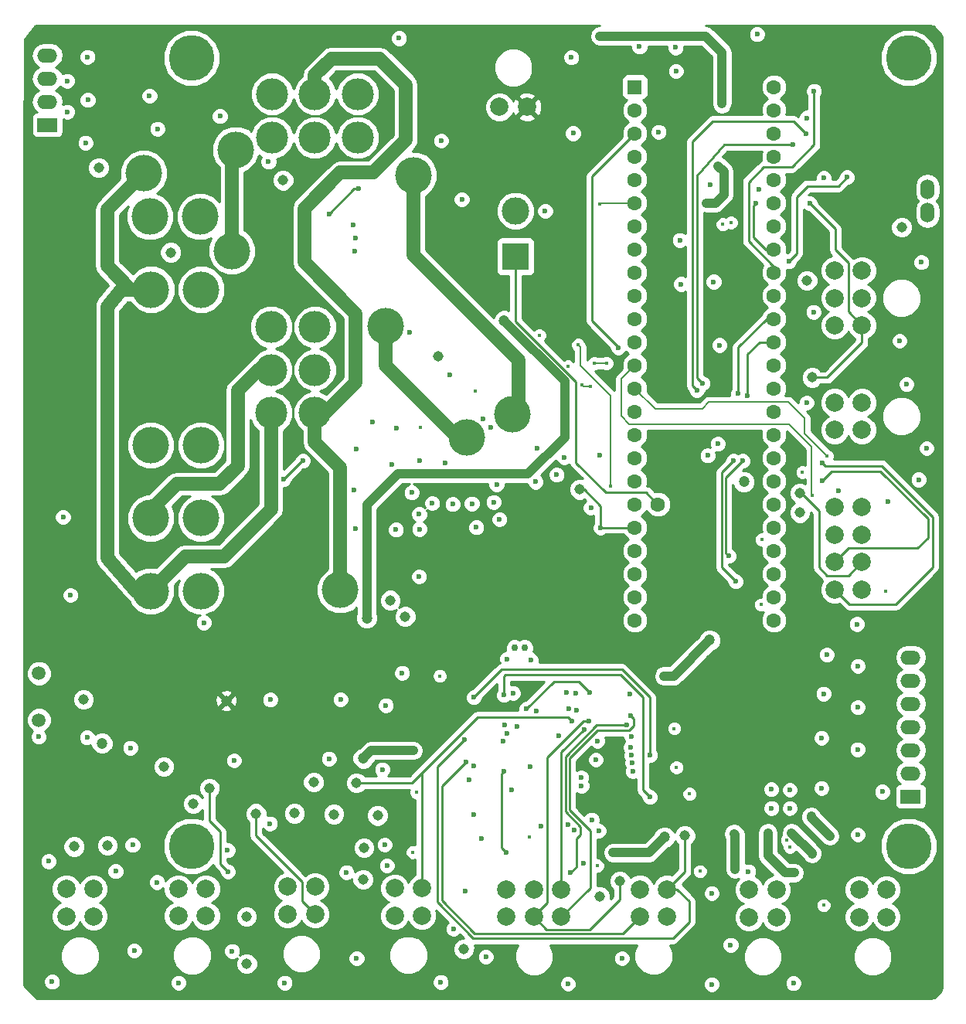
<source format=gbr>
G04 #@! TF.FileFunction,Copper,L4,Bot,Signal*
%FSLAX46Y46*%
G04 Gerber Fmt 4.6, Leading zero omitted, Abs format (unit mm)*
G04 Created by KiCad (PCBNEW 4.0.4-stable) date 02/13/18 14:48:55*
%MOMM*%
%LPD*%
G01*
G04 APERTURE LIST*
%ADD10C,0.100000*%
%ADD11C,0.600000*%
%ADD12C,1.600000*%
%ADD13R,1.600000X1.600000*%
%ADD14C,5.000000*%
%ADD15C,4.000000*%
%ADD16O,2.197100X1.524000*%
%ADD17R,2.197100X1.524000*%
%ADD18R,3.000000X3.000000*%
%ADD19C,3.000000*%
%ADD20C,2.000000*%
%ADD21C,1.500000*%
%ADD22C,0.750000*%
%ADD23C,3.500000*%
%ADD24O,1.524000X2.197100*%
%ADD25C,1.143000*%
%ADD26C,0.400000*%
%ADD27C,1.200000*%
%ADD28C,1.500000*%
%ADD29C,1.000000*%
%ADD30C,0.250000*%
%ADD31C,0.200000*%
%ADD32C,0.254000*%
G04 APERTURE END LIST*
D10*
D11*
X85228000Y-111320000D03*
X79880000Y-68034000D03*
X82810000Y-73534000D03*
X83740000Y-67754000D03*
D12*
X87630000Y-68072000D03*
X87630000Y-70612000D03*
X87630000Y-73152000D03*
X87630000Y-75692000D03*
X87630000Y-65532000D03*
X87630000Y-62992000D03*
X87630000Y-60452000D03*
X87630000Y-78232000D03*
X87630000Y-80772000D03*
X87630000Y-83312000D03*
X87630000Y-85852000D03*
X90170000Y-73152000D03*
X102870000Y-85852000D03*
X102870000Y-83312000D03*
X102870000Y-80772000D03*
X102870000Y-78232000D03*
X102870000Y-75692000D03*
X102870000Y-73152000D03*
X102870000Y-70612000D03*
X102870000Y-68072000D03*
X87630000Y-57912000D03*
X87630000Y-55372000D03*
X87630000Y-52832000D03*
X87630000Y-50292000D03*
X87630000Y-47752000D03*
X87630000Y-45212000D03*
X87630000Y-42672000D03*
X87630000Y-40132000D03*
X87630000Y-37592000D03*
X87630000Y-35052000D03*
X87630000Y-32512000D03*
X87630000Y-29972000D03*
D13*
X87630000Y-27432000D03*
D12*
X102870000Y-65532000D03*
X102870000Y-62992000D03*
X102870000Y-60452000D03*
X102870000Y-57912000D03*
X102870000Y-55372000D03*
X102870000Y-52832000D03*
X102870000Y-50292000D03*
X102870000Y-47752000D03*
X102870000Y-45212000D03*
X102870000Y-42672000D03*
X102870000Y-40132000D03*
X102870000Y-37592000D03*
X102870000Y-35052000D03*
X102870000Y-32512000D03*
X102870000Y-29972000D03*
X102870000Y-27432000D03*
D14*
X117632520Y-110576400D03*
D15*
X34589720Y-82646520D03*
X40089720Y-82646520D03*
D11*
X103920000Y-89940000D03*
X92300000Y-107640000D03*
X97590000Y-65284000D03*
X95970000Y-65304000D03*
X97720000Y-61104000D03*
X95900000Y-61174000D03*
X97140000Y-21630000D03*
X101092000Y-49377600D03*
X110578900Y-43091100D03*
X48310800Y-47274480D03*
X109330000Y-85244000D03*
X119341900Y-32550100D03*
X92560000Y-44204000D03*
X63360000Y-100120000D03*
X102210000Y-109164000D03*
X108980000Y-109504000D03*
X92710000Y-49022000D03*
X96900000Y-55710000D03*
X107060000Y-111434000D03*
X98490000Y-109244000D03*
X106940000Y-107354000D03*
X97166000Y-29278000D03*
X96266000Y-48768000D03*
X106480000Y-30820000D03*
X105100000Y-113534000D03*
X104790000Y-109144000D03*
X96774000Y-36068000D03*
X83820000Y-21844000D03*
X47700000Y-94550000D03*
X95504000Y-40132000D03*
X27610000Y-98694000D03*
X79060000Y-69914000D03*
X80860000Y-32510000D03*
X90800000Y-91970000D03*
X90230000Y-32360000D03*
X98630000Y-113144000D03*
X101015800Y-21653500D03*
X56956960Y-45410120D03*
X95896000Y-38168000D03*
X101230000Y-38676000D03*
X112060000Y-109344000D03*
X111960000Y-86274000D03*
X112060000Y-90864000D03*
X112040000Y-95394000D03*
X112030000Y-99994000D03*
X114730000Y-104644000D03*
X88140000Y-23014000D03*
X96720000Y-66524000D03*
X67390000Y-58934000D03*
X62970000Y-54350000D03*
X104598000Y-106444000D03*
X102598000Y-106444000D03*
X64010000Y-74234000D03*
X108300000Y-93904000D03*
X108070000Y-98744000D03*
X108070000Y-104244000D03*
X92125800Y-25704800D03*
X76900000Y-67014000D03*
X27690000Y-28864000D03*
X27440000Y-33554000D03*
X104598000Y-104444000D03*
X102580000Y-104374000D03*
X72800000Y-74794000D03*
X108660000Y-89634000D03*
X76160000Y-101884000D03*
X83520000Y-99094000D03*
X56794400Y-42565320D03*
X27660000Y-24144000D03*
X25430000Y-26764000D03*
X25450000Y-30144000D03*
X119020000Y-46634000D03*
X107210000Y-52084000D03*
X23390000Y-112264000D03*
X71300000Y-122714000D03*
X86220000Y-122884000D03*
X96060000Y-125734000D03*
X115400000Y-72844000D03*
X109930000Y-71674000D03*
X118720000Y-70444000D03*
X119600000Y-67014000D03*
X117390000Y-60004000D03*
X116620000Y-55244000D03*
X23790000Y-125454000D03*
X80300000Y-125674000D03*
X98130000Y-121424000D03*
X100070000Y-113374000D03*
X69770000Y-73074000D03*
X64030000Y-75874000D03*
X72480000Y-70954000D03*
X67670000Y-73134000D03*
X57000000Y-75824000D03*
X61460000Y-75934000D03*
X57150000Y-122884000D03*
X105000000Y-125614000D03*
X22310000Y-98614000D03*
X43720000Y-101224000D03*
X58900000Y-64124000D03*
X70980000Y-63754000D03*
X63990000Y-81074000D03*
X71830000Y-64764000D03*
X57150000Y-67134000D03*
X56880000Y-71624000D03*
X49270000Y-125564000D03*
X96060000Y-115764000D03*
X32350000Y-99834000D03*
X77810000Y-41024000D03*
X76760000Y-70694000D03*
X70260000Y-75684000D03*
X72160000Y-72904000D03*
X66870000Y-68644000D03*
X61490000Y-64774000D03*
X61000000Y-68804000D03*
X43510000Y-122094000D03*
X40400000Y-86114000D03*
X24980000Y-74554000D03*
X68670000Y-39754000D03*
X95610000Y-67804000D03*
X74300000Y-93834000D03*
X74680000Y-97494000D03*
X70006000Y-107128000D03*
X56036000Y-113478000D03*
X47640000Y-108124000D03*
X37640000Y-125564000D03*
X25800000Y-83094000D03*
X66410000Y-33304000D03*
X47500000Y-35624000D03*
X65430000Y-73034000D03*
X79310000Y-98474000D03*
X62132000Y-91634000D03*
X59960000Y-102204000D03*
X60354000Y-95190000D03*
X54120000Y-101034000D03*
X32780000Y-122044000D03*
X66370000Y-125504000D03*
X80660000Y-24194000D03*
D16*
X117856000Y-100076000D03*
X117856000Y-97536000D03*
X117856000Y-94996000D03*
X117856000Y-92456000D03*
X117856000Y-102616000D03*
D17*
X117856000Y-105156000D03*
D16*
X117856000Y-89916000D03*
D18*
X74560000Y-46002000D03*
D19*
X74560000Y-41002000D03*
D20*
X64315300Y-115218160D03*
X64315300Y-118218160D03*
X61315300Y-115218160D03*
X61315300Y-118218160D03*
X52590000Y-115060000D03*
X52590000Y-118060000D03*
X49590000Y-115060000D03*
X49590000Y-118060000D03*
X40620000Y-115270000D03*
X40620000Y-118270000D03*
X37620000Y-115270000D03*
X37620000Y-118270000D03*
X112520000Y-50546000D03*
X109520000Y-50546000D03*
X109520000Y-47546000D03*
X112520000Y-47546000D03*
X109520000Y-53546000D03*
X112520000Y-53546000D03*
X112520000Y-79478000D03*
X109520000Y-79478000D03*
X109520000Y-73478000D03*
X112520000Y-73478000D03*
X109520000Y-82478000D03*
X112520000Y-82478000D03*
X112520000Y-76478000D03*
X109520000Y-76478000D03*
X28330000Y-115280000D03*
X28330000Y-118280000D03*
X25330000Y-115280000D03*
X25330000Y-118280000D03*
X109520000Y-62000000D03*
X112520000Y-62000000D03*
X109520000Y-65000000D03*
X112520000Y-65000000D03*
D15*
X34512400Y-41630000D03*
X40012400Y-41630000D03*
D20*
X76577020Y-118360400D03*
X76577020Y-115360400D03*
X79577020Y-115360400D03*
X79577020Y-118360400D03*
X73577020Y-115360400D03*
X73577020Y-118360400D03*
D15*
X34622400Y-49620000D03*
X40122400Y-49620000D03*
D20*
X115190000Y-115364000D03*
X115190000Y-118364000D03*
X112190000Y-115364000D03*
X112190000Y-118364000D03*
X91180880Y-115319760D03*
X91180880Y-118319760D03*
X88180880Y-115319760D03*
X88180880Y-118319760D03*
D16*
X23262400Y-29040000D03*
X23262400Y-26500000D03*
X23262400Y-23960000D03*
D17*
X23262400Y-31580000D03*
D15*
X34592400Y-66680000D03*
X40092400Y-66680000D03*
X34592400Y-74670000D03*
X40092400Y-74670000D03*
D20*
X103139200Y-115375640D03*
X103139200Y-118375640D03*
X100139200Y-115375640D03*
X100139200Y-118375640D03*
D21*
X22352000Y-96774000D03*
X22352000Y-91674000D03*
D22*
X75550000Y-88890000D03*
X74450000Y-88890000D03*
D23*
X52578000Y-53720000D03*
X52578000Y-58420000D03*
X52578000Y-63120000D03*
X47778000Y-53720000D03*
X47778000Y-58420000D03*
X47778000Y-63120000D03*
X47878000Y-28194000D03*
X52578000Y-28194000D03*
X57278000Y-28194000D03*
X47878000Y-32994000D03*
X52578000Y-32994000D03*
X57278000Y-32994000D03*
D14*
X39050000Y-24254500D03*
X39050000Y-110576400D03*
D24*
X119690000Y-38640000D03*
X119690000Y-41180000D03*
D11*
X61798000Y-22094000D03*
X55390000Y-94530000D03*
D20*
X72810000Y-29630000D03*
X75810000Y-29630000D03*
D14*
X117632520Y-24254500D03*
D25*
X57850000Y-114264000D03*
X26180000Y-110654000D03*
X83770000Y-116144000D03*
X28880000Y-36274000D03*
X62480000Y-85444000D03*
X57950000Y-110804000D03*
X29860000Y-110534000D03*
X93120000Y-109464000D03*
X36760000Y-45554000D03*
X42850000Y-94674000D03*
X57140000Y-103654000D03*
X46130000Y-107034000D03*
X68900000Y-121864000D03*
X106500000Y-48654000D03*
X81580000Y-71524000D03*
X36010000Y-101874000D03*
X52420000Y-103604000D03*
X50320000Y-107014000D03*
X54640000Y-107104000D03*
X107070000Y-59264000D03*
X49100000Y-37654000D03*
X41040000Y-104274000D03*
X45100000Y-118314000D03*
X86010000Y-114444000D03*
X105690000Y-71934000D03*
X66070000Y-56954000D03*
X39260000Y-105944000D03*
X27210000Y-94544000D03*
X45110000Y-123504000D03*
X59440000Y-107254000D03*
X105720000Y-74064000D03*
X60850000Y-83664000D03*
X116850000Y-42814000D03*
D15*
X33830000Y-36864000D03*
D26*
X108310000Y-117084000D03*
X92180000Y-101974000D03*
X91950000Y-97704000D03*
X77160000Y-54640000D03*
X64150000Y-64720000D03*
X93630000Y-104880000D03*
X76050000Y-109620000D03*
D11*
X82900000Y-107710000D03*
X87080000Y-93960000D03*
X76240000Y-90220000D03*
X73660000Y-90100000D03*
X69510000Y-103320000D03*
D26*
X63710000Y-104720000D03*
X63300000Y-111280000D03*
X94770000Y-113360000D03*
X66260000Y-91950000D03*
X101460000Y-84150000D03*
X101540000Y-77020000D03*
X106000000Y-69630000D03*
X80270000Y-58060000D03*
D11*
X108342000Y-37406000D03*
X92090000Y-23110000D03*
X69080000Y-115530000D03*
D15*
X55360000Y-82520000D03*
D27*
X40790000Y-93664000D03*
X69090000Y-48934000D03*
X76560000Y-52640000D03*
D11*
X64040000Y-68390000D03*
X63190000Y-71860000D03*
D27*
X58260000Y-85630000D03*
X73320000Y-53040000D03*
X90880000Y-109624000D03*
X99590000Y-70694000D03*
X95820000Y-88044000D03*
X57870000Y-100974000D03*
X29260000Y-99340000D03*
D26*
X82780000Y-60200000D03*
X81850000Y-60040000D03*
D11*
X82690000Y-93754000D03*
X75770000Y-95574000D03*
X83660000Y-108920000D03*
X82030000Y-112470000D03*
X51270000Y-68380000D03*
X49140000Y-70410000D03*
D15*
X43484800Y-45394880D03*
X43891200Y-34300160D03*
D11*
X81790000Y-103970000D03*
X60460000Y-112730000D03*
X80700000Y-96890000D03*
X81760000Y-103080000D03*
X60220000Y-110450000D03*
X80350000Y-108270000D03*
X81260000Y-95750000D03*
X80990000Y-108840000D03*
X81170000Y-93820000D03*
X43060000Y-113390000D03*
X80400000Y-95580000D03*
X43010000Y-111050000D03*
X80150000Y-93740000D03*
X73340000Y-97314000D03*
X30740000Y-113354000D03*
X73180000Y-99124000D03*
X35280000Y-114554000D03*
X73650000Y-98264000D03*
X32600000Y-110484000D03*
X82090000Y-97800000D03*
X67760000Y-119684000D03*
X86760000Y-97320000D03*
X80570000Y-113520000D03*
X87180000Y-96270000D03*
X82590000Y-96930000D03*
D26*
X104610000Y-110674000D03*
X97270000Y-42484000D03*
X98160000Y-42284000D03*
X104310000Y-109954000D03*
X83790000Y-40280000D03*
X115090000Y-82660000D03*
X83510000Y-112760000D03*
D11*
X74110000Y-104400000D03*
X73544000Y-111320000D03*
X73290000Y-102430000D03*
X108200000Y-68640000D03*
X108160000Y-70530000D03*
D26*
X108660000Y-67850000D03*
X107030000Y-72140000D03*
X83170000Y-57710000D03*
X84540000Y-57700000D03*
D11*
X106450000Y-62024000D03*
X106818000Y-40200000D03*
X69110000Y-101394000D03*
X69000000Y-98914000D03*
X99960000Y-61282000D03*
X99452000Y-68394000D03*
X97928000Y-78808000D03*
X98690000Y-81602000D03*
X98436000Y-68394000D03*
X98944000Y-61028000D03*
X70840000Y-109730000D03*
X77380000Y-108400000D03*
X83880000Y-75714000D03*
X106400000Y-32574000D03*
X94410000Y-60654000D03*
X100860000Y-40190000D03*
X89292000Y-100652000D03*
X69988000Y-94302000D03*
X89292000Y-105224000D03*
X73290000Y-94048000D03*
D15*
X69226000Y-65854000D03*
X60336000Y-53662000D03*
D11*
X42170000Y-30640000D03*
X35330000Y-32020000D03*
X34460000Y-28404000D03*
D26*
X70160000Y-60780000D03*
X84974000Y-71188000D03*
X81418000Y-55694000D03*
D11*
X76870000Y-95810000D03*
X83350000Y-101134000D03*
X85820000Y-55964000D03*
X87290000Y-98604000D03*
X87170000Y-99804000D03*
X70010000Y-101804000D03*
X87400000Y-102370000D03*
X87360000Y-101490000D03*
X87260000Y-100652000D03*
X107270000Y-27880000D03*
D15*
X63370000Y-37100000D03*
X74230000Y-63320000D03*
D11*
X57363360Y-38572440D03*
X54117240Y-41315640D03*
X110870000Y-37324000D03*
X104490000Y-46534000D03*
X57010000Y-43990000D03*
X104910000Y-33730000D03*
X95060000Y-59904000D03*
D28*
X34622400Y-49620000D02*
X32396000Y-49620000D01*
X29830000Y-40864000D02*
X33830000Y-36864000D01*
X29830000Y-47054000D02*
X29830000Y-40864000D01*
X32396000Y-49620000D02*
X29830000Y-47054000D01*
X34589720Y-82646520D02*
X33022520Y-82646520D01*
X33022520Y-82646520D02*
X29850000Y-79034000D01*
X31384000Y-49620000D02*
X34622400Y-49620000D01*
X29850000Y-51494000D02*
X31384000Y-49620000D01*
X29850000Y-79034000D02*
X29850000Y-51494000D01*
X47778000Y-63120000D02*
X47778000Y-73684800D01*
X38369240Y-78867000D02*
X34589720Y-82646520D01*
X42595800Y-78867000D02*
X38369240Y-78867000D01*
X47778000Y-73684800D02*
X42595800Y-78867000D01*
X52578000Y-63120000D02*
X52578000Y-66338000D01*
X55360000Y-69120000D02*
X55360000Y-82520000D01*
X52578000Y-66338000D02*
X55360000Y-69120000D01*
X52578000Y-28194000D02*
X52578000Y-26142000D01*
X57040000Y-59810000D02*
X53730000Y-63120000D01*
X57040000Y-52240000D02*
X57040000Y-59810000D01*
X51440000Y-46640000D02*
X57040000Y-52240000D01*
X51440000Y-40730000D02*
X51440000Y-46640000D01*
X55370000Y-36800000D02*
X51440000Y-40730000D01*
X58990000Y-36800000D02*
X55370000Y-36800000D01*
X62520000Y-33270000D02*
X58990000Y-36800000D01*
X62520000Y-27200000D02*
X62520000Y-33270000D01*
X59670000Y-24350000D02*
X62520000Y-27200000D01*
X54370000Y-24350000D02*
X59670000Y-24350000D01*
X52578000Y-26142000D02*
X54370000Y-24350000D01*
X53730000Y-63120000D02*
X52578000Y-63120000D01*
D29*
X40780000Y-93674000D02*
X40780000Y-93694000D01*
X40790000Y-93664000D02*
X40780000Y-93674000D01*
X69090000Y-48934000D02*
X69110000Y-48914000D01*
X58260000Y-73230000D02*
X58260000Y-85630000D01*
X61690000Y-69800000D02*
X58260000Y-73230000D01*
X75920000Y-69800000D02*
X61690000Y-69800000D01*
X79930000Y-65790000D02*
X75920000Y-69800000D01*
X79930000Y-59650000D02*
X79930000Y-65790000D01*
X73320000Y-53040000D02*
X79930000Y-59650000D01*
X85228000Y-111320000D02*
X89184000Y-111320000D01*
X89184000Y-111320000D02*
X90880000Y-109624000D01*
X102210000Y-109164000D02*
X102210000Y-111644000D01*
X104100000Y-113534000D02*
X105100000Y-113534000D01*
X102210000Y-111644000D02*
X104100000Y-113534000D01*
X96774000Y-36068000D02*
X96774000Y-36088000D01*
X96774000Y-36088000D02*
X97370000Y-36684000D01*
X96442000Y-40132000D02*
X95504000Y-40132000D01*
X97370000Y-39204000D02*
X96442000Y-40132000D01*
X97370000Y-36684000D02*
X97370000Y-39204000D01*
X83820000Y-21844000D02*
X95380000Y-21844000D01*
X97166000Y-23630000D02*
X97166000Y-29278000D01*
X95380000Y-21844000D02*
X97166000Y-23630000D01*
X106940000Y-107354000D02*
X106940000Y-107464000D01*
X106940000Y-107464000D02*
X108980000Y-109504000D01*
X107060000Y-111434000D02*
X107060000Y-111414000D01*
X107060000Y-111414000D02*
X104790000Y-109144000D01*
X98630000Y-113144000D02*
X98630000Y-109384000D01*
X98630000Y-109384000D02*
X98490000Y-109244000D01*
X90800000Y-91970000D02*
X91884000Y-91970000D01*
X91884000Y-91970000D02*
X95820000Y-88044000D01*
X58724000Y-100120000D02*
X63360000Y-100120000D01*
X57870000Y-100974000D02*
X58724000Y-100120000D01*
D30*
X74560000Y-46002000D02*
X74560000Y-53100000D01*
X88898000Y-71880000D02*
X90170000Y-73152000D01*
X84490000Y-71880000D02*
X88898000Y-71880000D01*
X81190000Y-68580000D02*
X84490000Y-71880000D01*
X81190000Y-59730000D02*
X81190000Y-68580000D01*
X74560000Y-53100000D02*
X81190000Y-59730000D01*
D31*
X82010000Y-60200000D02*
X82780000Y-60200000D01*
X81850000Y-60040000D02*
X82010000Y-60200000D01*
D30*
X81520000Y-92584000D02*
X82690000Y-93754000D01*
X78760000Y-92584000D02*
X81520000Y-92584000D01*
X75770000Y-95574000D02*
X78760000Y-92584000D01*
X51170000Y-68380000D02*
X51270000Y-68380000D01*
X49140000Y-70410000D02*
X51170000Y-68380000D01*
D28*
X43484800Y-34706560D02*
X43484800Y-45394880D01*
X43891200Y-34300160D02*
X43484800Y-34706560D01*
D30*
X57140000Y-103654000D02*
X63240000Y-103654000D01*
X64500000Y-102394000D02*
X64500000Y-102370000D01*
X63240000Y-103654000D02*
X64500000Y-102394000D01*
X64315300Y-102554700D02*
X64315300Y-115218160D01*
X70390000Y-96480000D02*
X64500000Y-102370000D01*
X64500000Y-102370000D02*
X64315300Y-102554700D01*
X80290000Y-96480000D02*
X70390000Y-96480000D01*
X80700000Y-96890000D02*
X80290000Y-96480000D01*
X46130000Y-107034000D02*
X46130000Y-109454000D01*
X51150000Y-116620000D02*
X52590000Y-118060000D01*
X51150000Y-114474000D02*
X51150000Y-116620000D01*
X46130000Y-109454000D02*
X51150000Y-114474000D01*
X41040000Y-104274000D02*
X41040000Y-107854000D01*
X42200000Y-112530000D02*
X43060000Y-113390000D01*
X42200000Y-109014000D02*
X42200000Y-112530000D01*
X41040000Y-107854000D02*
X42200000Y-109014000D01*
X79577020Y-115360400D02*
X79577020Y-100312980D01*
X79577020Y-100312980D02*
X82090000Y-97800000D01*
X83480000Y-97330000D02*
X86760000Y-97320000D01*
X80027022Y-100782978D02*
X83480000Y-97330000D01*
X80027022Y-106847022D02*
X80027022Y-100782978D01*
X81640000Y-108460000D02*
X80027022Y-106847022D01*
X81640000Y-109360000D02*
X81640000Y-108460000D01*
X81220000Y-109780000D02*
X81640000Y-109360000D01*
X81220000Y-112870000D02*
X81220000Y-109780000D01*
X80570000Y-113520000D02*
X81220000Y-112870000D01*
X82740000Y-115197420D02*
X79577020Y-118360400D01*
X82740000Y-108910000D02*
X82740000Y-115197420D01*
X80480000Y-106650000D02*
X82740000Y-108910000D01*
X80480000Y-100966398D02*
X80480000Y-106650000D01*
X83496398Y-97950000D02*
X80480000Y-100966398D01*
X87030000Y-97950000D02*
X83496398Y-97950000D01*
X87540000Y-97440000D02*
X87030000Y-97950000D01*
X87540000Y-96640000D02*
X87540000Y-97440000D01*
X87180000Y-96280000D02*
X87540000Y-96640000D01*
X87180000Y-96270000D02*
X87180000Y-96280000D01*
X79577020Y-118360400D02*
X79577020Y-118262980D01*
X86010000Y-114444000D02*
X86010000Y-116433998D01*
X77950620Y-119734000D02*
X76577020Y-118360400D01*
X82709998Y-119734000D02*
X77950620Y-119734000D01*
X86010000Y-116433998D02*
X82709998Y-119734000D01*
X76577020Y-118360400D02*
X76577020Y-118232980D01*
X76577020Y-118232980D02*
X78030000Y-116780000D01*
X82010000Y-96930000D02*
X82590000Y-96930000D01*
X78030000Y-100910000D02*
X82010000Y-96930000D01*
X78030000Y-116780000D02*
X78030000Y-100910000D01*
D31*
X83938000Y-40132000D02*
X87630000Y-40132000D01*
X83790000Y-40280000D02*
X83938000Y-40132000D01*
D30*
X105690000Y-71934000D02*
X105860000Y-71934000D01*
X105860000Y-71934000D02*
X107820000Y-73894000D01*
X107820000Y-73894000D02*
X107820000Y-80084000D01*
X107820000Y-80084000D02*
X108690000Y-80954000D01*
X108690000Y-80954000D02*
X111044000Y-80954000D01*
X111044000Y-80954000D02*
X112520000Y-79478000D01*
X73036000Y-110812000D02*
X73544000Y-111320000D01*
X73036000Y-102684000D02*
X73036000Y-110812000D01*
X73290000Y-102430000D02*
X73036000Y-102684000D01*
X111132000Y-84090000D02*
X109520000Y-82478000D01*
X116240000Y-84090000D02*
X111132000Y-84090000D01*
X120280000Y-80050000D02*
X116240000Y-84090000D01*
X120280000Y-74530000D02*
X120280000Y-80050000D01*
X114680000Y-68930000D02*
X120280000Y-74530000D01*
X108490000Y-68930000D02*
X114680000Y-68930000D01*
X108200000Y-68640000D02*
X108490000Y-68930000D01*
X111048000Y-77950000D02*
X109520000Y-79478000D01*
X118600000Y-77950000D02*
X111048000Y-77950000D01*
X119726801Y-76823199D02*
X118600000Y-77950000D01*
X119726801Y-74716801D02*
X119726801Y-76823199D01*
X114550000Y-69540000D02*
X119726801Y-74716801D01*
X109150000Y-69540000D02*
X114550000Y-69540000D01*
X108160000Y-70530000D02*
X109150000Y-69540000D01*
D31*
X89848000Y-62670000D02*
X87630000Y-60452000D01*
X95030000Y-62670000D02*
X89848000Y-62670000D01*
X95750000Y-61950000D02*
X95030000Y-62670000D01*
X104440000Y-61950000D02*
X95750000Y-61950000D01*
X106220000Y-63730000D02*
X104440000Y-61950000D01*
X106220000Y-65410000D02*
X106220000Y-63730000D01*
X108660000Y-67850000D02*
X106220000Y-65410000D01*
X86150000Y-59392000D02*
X87630000Y-57912000D01*
X86150000Y-63480000D02*
X86150000Y-59392000D01*
X87020000Y-64350000D02*
X86150000Y-63480000D01*
X104510000Y-64350000D02*
X87020000Y-64350000D01*
X107010000Y-66850000D02*
X104510000Y-64350000D01*
X107010000Y-72120000D02*
X107010000Y-66850000D01*
X107030000Y-72140000D02*
X107010000Y-72120000D01*
X83170000Y-57710000D02*
X83180000Y-57700000D01*
X83180000Y-57700000D02*
X84540000Y-57700000D01*
D30*
X107070000Y-59264000D02*
X108710000Y-59264000D01*
X112520000Y-55454000D02*
X112520000Y-53546000D01*
X108710000Y-59264000D02*
X112520000Y-55454000D01*
X111040000Y-52066000D02*
X112520000Y-53546000D01*
X106818000Y-40200000D02*
X109612000Y-42994000D01*
X109612000Y-42994000D02*
X109612000Y-45280000D01*
X109612000Y-45280000D02*
X111040000Y-46708000D01*
X111040000Y-46708000D02*
X111040000Y-52066000D01*
X86306640Y-120194000D02*
X88180880Y-118319760D01*
X70096398Y-120194000D02*
X86306640Y-120194000D01*
X66480000Y-116577602D02*
X70096398Y-120194000D01*
X66480000Y-104034000D02*
X66480000Y-116577602D01*
X69110000Y-101404000D02*
X66480000Y-104034000D01*
X69110000Y-101394000D02*
X69110000Y-101404000D01*
X93120000Y-109464000D02*
X93120000Y-113380640D01*
X93120000Y-113380640D02*
X91180880Y-115319760D01*
X92275760Y-115319760D02*
X91180880Y-115319760D01*
X93600000Y-116644000D02*
X92275760Y-115319760D01*
X93600000Y-118884000D02*
X93600000Y-116644000D01*
X91820000Y-120664000D02*
X93600000Y-118884000D01*
X69930000Y-120664000D02*
X91820000Y-120664000D01*
X66000000Y-116734000D02*
X69930000Y-120664000D01*
X66000000Y-101914000D02*
X66000000Y-116734000D01*
X69000000Y-98914000D02*
X66000000Y-101914000D01*
X101298000Y-55372000D02*
X102870000Y-55372000D01*
X99960000Y-56710000D02*
X101298000Y-55372000D01*
X99960000Y-61282000D02*
X99960000Y-56710000D01*
X97616002Y-70229998D02*
X99452000Y-68394000D01*
X97616002Y-78496002D02*
X97616002Y-70229998D01*
X97928000Y-78808000D02*
X97616002Y-78496002D01*
X102870000Y-52832000D02*
X102060000Y-52832000D01*
X97166000Y-80078000D02*
X98690000Y-81602000D01*
X97166000Y-69664000D02*
X97166000Y-80078000D01*
X98436000Y-68394000D02*
X97166000Y-69664000D01*
X98944000Y-55948000D02*
X98944000Y-61028000D01*
X102060000Y-52832000D02*
X98944000Y-55948000D01*
D28*
X34592400Y-74670000D02*
X34592400Y-73769080D01*
X34592400Y-73769080D02*
X37454840Y-70906640D01*
X37454840Y-70906640D02*
X42138600Y-70906640D01*
X42138600Y-70906640D02*
X44119800Y-68925440D01*
X44119800Y-68925440D02*
X44119800Y-60695840D01*
X44119800Y-60695840D02*
X46395640Y-58420000D01*
X46395640Y-58420000D02*
X47778000Y-58420000D01*
D30*
X81580000Y-71524000D02*
X82060000Y-71524000D01*
X82060000Y-71524000D02*
X83880000Y-73344000D01*
X83880000Y-73344000D02*
X83880000Y-75714000D01*
X83902000Y-75692000D02*
X87630000Y-75692000D01*
X83880000Y-75714000D02*
X83902000Y-75692000D01*
X105060000Y-31234000D02*
X106400000Y-32574000D01*
X96140000Y-31234000D02*
X105060000Y-31234000D01*
X93950000Y-33424000D02*
X96140000Y-31234000D01*
X93950000Y-60194000D02*
X93950000Y-33424000D01*
X94410000Y-60654000D02*
X93950000Y-60194000D01*
X100860000Y-40190000D02*
X100650000Y-40400000D01*
X100650000Y-40400000D02*
X100650000Y-43860000D01*
X100650000Y-43860000D02*
X102002000Y-45212000D01*
X102002000Y-45212000D02*
X102870000Y-45212000D01*
X89292000Y-94302000D02*
X89292000Y-100652000D01*
X86244000Y-91254000D02*
X89292000Y-94302000D01*
X73036000Y-91254000D02*
X86244000Y-91254000D01*
X69988000Y-94302000D02*
X73036000Y-91254000D01*
X88530000Y-104462000D02*
X89292000Y-105224000D01*
X88530000Y-94302000D02*
X88530000Y-104462000D01*
X86054199Y-91826199D02*
X88530000Y-94302000D01*
X73479801Y-91826199D02*
X86054199Y-91826199D01*
X73290000Y-92016000D02*
X73479801Y-91826199D01*
X73290000Y-94048000D02*
X73290000Y-92016000D01*
D28*
X68210000Y-65854000D02*
X69226000Y-65854000D01*
X60336000Y-57980000D02*
X68210000Y-65854000D01*
X60336000Y-53662000D02*
X60336000Y-57980000D01*
D31*
X84974000Y-61282000D02*
X84974000Y-71188000D01*
X81672000Y-57980000D02*
X84974000Y-61282000D01*
X81672000Y-55948000D02*
X81672000Y-57980000D01*
X81418000Y-55694000D02*
X81672000Y-55948000D01*
D30*
X82930000Y-37212000D02*
X87630000Y-32512000D01*
X82930000Y-53044000D02*
X82930000Y-37212000D01*
X85820000Y-55934000D02*
X82930000Y-53044000D01*
X85820000Y-55964000D02*
X85820000Y-55934000D01*
X102870000Y-47752000D02*
X102870000Y-47080000D01*
X102870000Y-47080000D02*
X100080000Y-44290000D01*
X100080000Y-44290000D02*
X100080000Y-37870000D01*
X100080000Y-37870000D02*
X101750000Y-36200000D01*
X101750000Y-36200000D02*
X104840000Y-36200000D01*
X104840000Y-36200000D02*
X107270000Y-33770000D01*
X107270000Y-33770000D02*
X107270000Y-27880000D01*
D28*
X63370000Y-45850000D02*
X63370000Y-37100000D01*
X74870000Y-57350000D02*
X63370000Y-45850000D01*
X74870000Y-62680000D02*
X74870000Y-57350000D01*
X74230000Y-63320000D02*
X74870000Y-62680000D01*
D30*
X56860440Y-38572440D02*
X57363360Y-38572440D01*
X54117240Y-41315640D02*
X56860440Y-38572440D01*
X109920000Y-38274000D02*
X110870000Y-37324000D01*
X106540000Y-38274000D02*
X109920000Y-38274000D01*
X105360000Y-39454000D02*
X106540000Y-38274000D01*
X105360000Y-45664000D02*
X105360000Y-39454000D01*
X104490000Y-46534000D02*
X105360000Y-45664000D01*
X97410000Y-33730000D02*
X104910000Y-33730000D01*
X94450000Y-37124000D02*
X97410000Y-33730000D01*
X94410000Y-59290000D02*
X94450000Y-37124000D01*
X95060000Y-59904000D02*
X94410000Y-59290000D01*
D32*
G36*
X83385654Y-20795397D02*
X83017434Y-21041434D01*
X82771397Y-21409654D01*
X82685000Y-21844000D01*
X82771397Y-22278346D01*
X83017434Y-22646566D01*
X83385654Y-22892603D01*
X83820000Y-22979000D01*
X87205030Y-22979000D01*
X87204838Y-23199167D01*
X87346883Y-23542943D01*
X87609673Y-23806192D01*
X87953201Y-23948838D01*
X88325167Y-23949162D01*
X88668943Y-23807117D01*
X88932192Y-23544327D01*
X89074838Y-23200799D01*
X89075031Y-22979000D01*
X91155113Y-22979000D01*
X91154838Y-23295167D01*
X91296883Y-23638943D01*
X91559673Y-23902192D01*
X91903201Y-24044838D01*
X92275167Y-24045162D01*
X92618943Y-23903117D01*
X92882192Y-23640327D01*
X93024838Y-23296799D01*
X93025115Y-22979000D01*
X94909868Y-22979000D01*
X96031000Y-24100132D01*
X96031000Y-29278000D01*
X96117397Y-29712346D01*
X96363434Y-30080566D01*
X96731654Y-30326603D01*
X97166000Y-30413000D01*
X97600346Y-30326603D01*
X97968566Y-30080566D01*
X98214603Y-29712346D01*
X98301000Y-29278000D01*
X98301000Y-24875354D01*
X114496977Y-24875354D01*
X114973247Y-26028015D01*
X115854367Y-26910674D01*
X117006194Y-27388954D01*
X118253374Y-27390043D01*
X119406035Y-26913773D01*
X120288694Y-26032653D01*
X120766974Y-24880826D01*
X120768063Y-23633646D01*
X120291793Y-22480985D01*
X119410673Y-21598326D01*
X118258846Y-21120046D01*
X117011666Y-21118957D01*
X115859005Y-21595227D01*
X114976346Y-22476347D01*
X114498066Y-23628174D01*
X114496977Y-24875354D01*
X98301000Y-24875354D01*
X98301000Y-23630000D01*
X98214603Y-23195654D01*
X97968566Y-22827434D01*
X96979799Y-21838667D01*
X100080638Y-21838667D01*
X100222683Y-22182443D01*
X100485473Y-22445692D01*
X100829001Y-22588338D01*
X101200967Y-22588662D01*
X101544743Y-22446617D01*
X101807992Y-22183827D01*
X101950638Y-21840299D01*
X101950962Y-21468333D01*
X101808917Y-21124557D01*
X101546127Y-20861308D01*
X101202599Y-20718662D01*
X100830633Y-20718338D01*
X100486857Y-20860383D01*
X100223608Y-21123173D01*
X100080962Y-21466701D01*
X100080638Y-21838667D01*
X96979799Y-21838667D01*
X96182566Y-21041434D01*
X95984122Y-20908838D01*
X95814346Y-20795397D01*
X95385027Y-20710000D01*
X119930069Y-20710000D01*
X120378960Y-20799289D01*
X121211158Y-21673565D01*
X121290000Y-22069931D01*
X121290000Y-125930069D01*
X121178953Y-126488340D01*
X121132022Y-126558577D01*
X120475270Y-127181553D01*
X119930069Y-127290000D01*
X22178972Y-127290000D01*
X20727010Y-125847170D01*
X20727050Y-125639167D01*
X22854838Y-125639167D01*
X22996883Y-125982943D01*
X23259673Y-126246192D01*
X23603201Y-126388838D01*
X23975167Y-126389162D01*
X24318943Y-126247117D01*
X24582192Y-125984327D01*
X24679839Y-125749167D01*
X36704838Y-125749167D01*
X36846883Y-126092943D01*
X37109673Y-126356192D01*
X37453201Y-126498838D01*
X37825167Y-126499162D01*
X38168943Y-126357117D01*
X38432192Y-126094327D01*
X38574838Y-125750799D01*
X38574839Y-125749167D01*
X48334838Y-125749167D01*
X48476883Y-126092943D01*
X48739673Y-126356192D01*
X49083201Y-126498838D01*
X49455167Y-126499162D01*
X49798943Y-126357117D01*
X50062192Y-126094327D01*
X50204838Y-125750799D01*
X50204891Y-125689167D01*
X65434838Y-125689167D01*
X65576883Y-126032943D01*
X65839673Y-126296192D01*
X66183201Y-126438838D01*
X66555167Y-126439162D01*
X66898943Y-126297117D01*
X67162192Y-126034327D01*
X67234925Y-125859167D01*
X79364838Y-125859167D01*
X79506883Y-126202943D01*
X79769673Y-126466192D01*
X80113201Y-126608838D01*
X80485167Y-126609162D01*
X80828943Y-126467117D01*
X81092192Y-126204327D01*
X81210601Y-125919167D01*
X95124838Y-125919167D01*
X95266883Y-126262943D01*
X95529673Y-126526192D01*
X95873201Y-126668838D01*
X96245167Y-126669162D01*
X96588943Y-126527117D01*
X96852192Y-126264327D01*
X96994838Y-125920799D01*
X96994943Y-125799167D01*
X104064838Y-125799167D01*
X104206883Y-126142943D01*
X104469673Y-126406192D01*
X104813201Y-126548838D01*
X105185167Y-126549162D01*
X105528943Y-126407117D01*
X105792192Y-126144327D01*
X105934838Y-125800799D01*
X105935162Y-125428833D01*
X105793117Y-125085057D01*
X105530327Y-124821808D01*
X105186799Y-124679162D01*
X104814833Y-124678838D01*
X104471057Y-124820883D01*
X104207808Y-125083673D01*
X104065162Y-125427201D01*
X104064838Y-125799167D01*
X96994943Y-125799167D01*
X96995162Y-125548833D01*
X96853117Y-125205057D01*
X96590327Y-124941808D01*
X96246799Y-124799162D01*
X95874833Y-124798838D01*
X95531057Y-124940883D01*
X95267808Y-125203673D01*
X95125162Y-125547201D01*
X95124838Y-125919167D01*
X81210601Y-125919167D01*
X81234838Y-125860799D01*
X81235162Y-125488833D01*
X81093117Y-125145057D01*
X80830327Y-124881808D01*
X80486799Y-124739162D01*
X80114833Y-124738838D01*
X79771057Y-124880883D01*
X79507808Y-125143673D01*
X79365162Y-125487201D01*
X79364838Y-125859167D01*
X67234925Y-125859167D01*
X67304838Y-125690799D01*
X67305162Y-125318833D01*
X67163117Y-124975057D01*
X66900327Y-124711808D01*
X66556799Y-124569162D01*
X66184833Y-124568838D01*
X65841057Y-124710883D01*
X65577808Y-124973673D01*
X65435162Y-125317201D01*
X65434838Y-125689167D01*
X50204891Y-125689167D01*
X50205162Y-125378833D01*
X50063117Y-125035057D01*
X49800327Y-124771808D01*
X49456799Y-124629162D01*
X49084833Y-124628838D01*
X48741057Y-124770883D01*
X48477808Y-125033673D01*
X48335162Y-125377201D01*
X48334838Y-125749167D01*
X38574839Y-125749167D01*
X38575162Y-125378833D01*
X38433117Y-125035057D01*
X38170327Y-124771808D01*
X37826799Y-124629162D01*
X37454833Y-124628838D01*
X37111057Y-124770883D01*
X36847808Y-125033673D01*
X36705162Y-125377201D01*
X36704838Y-125749167D01*
X24679839Y-125749167D01*
X24724838Y-125640799D01*
X24725162Y-125268833D01*
X24583117Y-124925057D01*
X24320327Y-124661808D01*
X23976799Y-124519162D01*
X23604833Y-124518838D01*
X23261057Y-124660883D01*
X22997808Y-124923673D01*
X22855162Y-125267201D01*
X22854838Y-125639167D01*
X20727050Y-125639167D01*
X20727554Y-123022815D01*
X24694630Y-123022815D01*
X25018980Y-123807800D01*
X25619041Y-124408909D01*
X26403459Y-124734628D01*
X27252815Y-124735370D01*
X28037800Y-124411020D01*
X28638909Y-123810959D01*
X28964628Y-123026541D01*
X28964639Y-123012815D01*
X36984630Y-123012815D01*
X37308980Y-123797800D01*
X37909041Y-124398909D01*
X38693459Y-124724628D01*
X39542815Y-124725370D01*
X40327800Y-124401020D01*
X40928909Y-123800959D01*
X41254628Y-123016541D01*
X41255272Y-122279167D01*
X42574838Y-122279167D01*
X42716883Y-122622943D01*
X42979673Y-122886192D01*
X43323201Y-123028838D01*
X43695167Y-123029162D01*
X44038943Y-122887117D01*
X44074520Y-122851602D01*
X43903710Y-123262959D01*
X43903291Y-123742935D01*
X44086582Y-124186535D01*
X44425680Y-124526225D01*
X44868959Y-124710290D01*
X45348935Y-124710709D01*
X45792535Y-124527418D01*
X46132225Y-124188320D01*
X46316290Y-123745041D01*
X46316709Y-123265065D01*
X46133418Y-122821465D01*
X46114801Y-122802815D01*
X48954630Y-122802815D01*
X49278980Y-123587800D01*
X49879041Y-124188909D01*
X50663459Y-124514628D01*
X51512815Y-124515370D01*
X52297800Y-124191020D01*
X52898909Y-123590959D01*
X53115576Y-123069167D01*
X56214838Y-123069167D01*
X56356883Y-123412943D01*
X56619673Y-123676192D01*
X56963201Y-123818838D01*
X57335167Y-123819162D01*
X57678943Y-123677117D01*
X57942192Y-123414327D01*
X58084838Y-123070799D01*
X58084933Y-122960975D01*
X60679930Y-122960975D01*
X61004280Y-123745960D01*
X61604341Y-124347069D01*
X62388759Y-124672788D01*
X63238115Y-124673530D01*
X64023100Y-124349180D01*
X64624209Y-123749119D01*
X64949928Y-122964701D01*
X64950670Y-122115345D01*
X64626320Y-121330360D01*
X64026259Y-120729251D01*
X63241841Y-120403532D01*
X62392485Y-120402790D01*
X61607500Y-120727140D01*
X61006391Y-121327201D01*
X60680672Y-122111619D01*
X60679930Y-122960975D01*
X58084933Y-122960975D01*
X58085162Y-122698833D01*
X57943117Y-122355057D01*
X57680327Y-122091808D01*
X57336799Y-121949162D01*
X56964833Y-121948838D01*
X56621057Y-122090883D01*
X56357808Y-122353673D01*
X56215162Y-122697201D01*
X56214838Y-123069167D01*
X53115576Y-123069167D01*
X53224628Y-122806541D01*
X53225370Y-121957185D01*
X52901020Y-121172200D01*
X52300959Y-120571091D01*
X51516541Y-120245372D01*
X50667185Y-120244630D01*
X49882200Y-120568980D01*
X49281091Y-121169041D01*
X48955372Y-121953459D01*
X48954630Y-122802815D01*
X46114801Y-122802815D01*
X45794320Y-122481775D01*
X45351041Y-122297710D01*
X44871065Y-122297291D01*
X44427465Y-122480582D01*
X44315448Y-122592404D01*
X44444838Y-122280799D01*
X44445162Y-121908833D01*
X44303117Y-121565057D01*
X44040327Y-121301808D01*
X43696799Y-121159162D01*
X43324833Y-121158838D01*
X42981057Y-121300883D01*
X42717808Y-121563673D01*
X42575162Y-121907201D01*
X42574838Y-122279167D01*
X41255272Y-122279167D01*
X41255370Y-122167185D01*
X40931020Y-121382200D01*
X40330959Y-120781091D01*
X39546541Y-120455372D01*
X38697185Y-120454630D01*
X37912200Y-120778980D01*
X37311091Y-121379041D01*
X36985372Y-122163459D01*
X36984630Y-123012815D01*
X28964639Y-123012815D01*
X28965324Y-122229167D01*
X31844838Y-122229167D01*
X31986883Y-122572943D01*
X32249673Y-122836192D01*
X32593201Y-122978838D01*
X32965167Y-122979162D01*
X33308943Y-122837117D01*
X33572192Y-122574327D01*
X33714838Y-122230799D01*
X33715162Y-121858833D01*
X33573117Y-121515057D01*
X33310327Y-121251808D01*
X32966799Y-121109162D01*
X32594833Y-121108838D01*
X32251057Y-121250883D01*
X31987808Y-121513673D01*
X31845162Y-121857201D01*
X31844838Y-122229167D01*
X28965324Y-122229167D01*
X28965370Y-122177185D01*
X28641020Y-121392200D01*
X28040959Y-120791091D01*
X27256541Y-120465372D01*
X26407185Y-120464630D01*
X25622200Y-120788980D01*
X25021091Y-121389041D01*
X24695372Y-122173459D01*
X24694630Y-123022815D01*
X20727554Y-123022815D01*
X20728984Y-115603795D01*
X23694716Y-115603795D01*
X23943106Y-116204943D01*
X24402637Y-116665278D01*
X24678856Y-116779974D01*
X24405057Y-116893106D01*
X23944722Y-117352637D01*
X23695284Y-117953352D01*
X23694716Y-118603795D01*
X23943106Y-119204943D01*
X24402637Y-119665278D01*
X25003352Y-119914716D01*
X25653795Y-119915284D01*
X26254943Y-119666894D01*
X26715278Y-119207363D01*
X26829974Y-118931144D01*
X26943106Y-119204943D01*
X27402637Y-119665278D01*
X28003352Y-119914716D01*
X28653795Y-119915284D01*
X29254943Y-119666894D01*
X29715278Y-119207363D01*
X29964716Y-118606648D01*
X29965284Y-117956205D01*
X29716894Y-117355057D01*
X29257363Y-116894722D01*
X28981144Y-116780026D01*
X29254943Y-116666894D01*
X29715278Y-116207363D01*
X29964716Y-115606648D01*
X29965284Y-114956205D01*
X29875606Y-114739167D01*
X34344838Y-114739167D01*
X34486883Y-115082943D01*
X34749673Y-115346192D01*
X35093201Y-115488838D01*
X35465167Y-115489162D01*
X35808943Y-115347117D01*
X35985085Y-115171282D01*
X35984716Y-115593795D01*
X36233106Y-116194943D01*
X36692637Y-116655278D01*
X36968856Y-116769974D01*
X36695057Y-116883106D01*
X36234722Y-117342637D01*
X35985284Y-117943352D01*
X35984716Y-118593795D01*
X36233106Y-119194943D01*
X36692637Y-119655278D01*
X37293352Y-119904716D01*
X37943795Y-119905284D01*
X38544943Y-119656894D01*
X39005278Y-119197363D01*
X39119974Y-118921144D01*
X39233106Y-119194943D01*
X39692637Y-119655278D01*
X40293352Y-119904716D01*
X40943795Y-119905284D01*
X41544943Y-119656894D01*
X42005278Y-119197363D01*
X42254716Y-118596648D01*
X42254754Y-118552935D01*
X43893291Y-118552935D01*
X44076582Y-118996535D01*
X44415680Y-119336225D01*
X44858959Y-119520290D01*
X45338935Y-119520709D01*
X45782535Y-119337418D01*
X46122225Y-118998320D01*
X46306290Y-118555041D01*
X46306709Y-118075065D01*
X46123418Y-117631465D01*
X45784320Y-117291775D01*
X45341041Y-117107710D01*
X44861065Y-117107291D01*
X44417465Y-117290582D01*
X44077775Y-117629680D01*
X43893710Y-118072959D01*
X43893291Y-118552935D01*
X42254754Y-118552935D01*
X42255284Y-117946205D01*
X42006894Y-117345057D01*
X41547363Y-116884722D01*
X41271144Y-116770026D01*
X41544943Y-116656894D01*
X42005278Y-116197363D01*
X42254716Y-115596648D01*
X42255284Y-114946205D01*
X42006894Y-114345057D01*
X41547363Y-113884722D01*
X40946648Y-113635284D01*
X40296205Y-113634716D01*
X39695057Y-113883106D01*
X39234722Y-114342637D01*
X39120026Y-114618856D01*
X39006894Y-114345057D01*
X38547363Y-113884722D01*
X37946648Y-113635284D01*
X37296205Y-113634716D01*
X36695057Y-113883106D01*
X36234722Y-114342637D01*
X36215144Y-114389787D01*
X36215162Y-114368833D01*
X36073117Y-114025057D01*
X35810327Y-113761808D01*
X35466799Y-113619162D01*
X35094833Y-113618838D01*
X34751057Y-113760883D01*
X34487808Y-114023673D01*
X34345162Y-114367201D01*
X34344838Y-114739167D01*
X29875606Y-114739167D01*
X29716894Y-114355057D01*
X29257363Y-113894722D01*
X28656648Y-113645284D01*
X28006205Y-113644716D01*
X27405057Y-113893106D01*
X26944722Y-114352637D01*
X26830026Y-114628856D01*
X26716894Y-114355057D01*
X26257363Y-113894722D01*
X25656648Y-113645284D01*
X25006205Y-113644716D01*
X24405057Y-113893106D01*
X23944722Y-114352637D01*
X23695284Y-114953352D01*
X23694716Y-115603795D01*
X20728984Y-115603795D01*
X20729381Y-113539167D01*
X29804838Y-113539167D01*
X29946883Y-113882943D01*
X30209673Y-114146192D01*
X30553201Y-114288838D01*
X30925167Y-114289162D01*
X31268943Y-114147117D01*
X31532192Y-113884327D01*
X31674838Y-113540799D01*
X31675162Y-113168833D01*
X31533117Y-112825057D01*
X31270327Y-112561808D01*
X30926799Y-112419162D01*
X30554833Y-112418838D01*
X30211057Y-112560883D01*
X29947808Y-112823673D01*
X29805162Y-113167201D01*
X29804838Y-113539167D01*
X20729381Y-113539167D01*
X20729592Y-112449167D01*
X22454838Y-112449167D01*
X22596883Y-112792943D01*
X22859673Y-113056192D01*
X23203201Y-113198838D01*
X23575167Y-113199162D01*
X23918943Y-113057117D01*
X24182192Y-112794327D01*
X24324838Y-112450799D01*
X24325162Y-112078833D01*
X24183117Y-111735057D01*
X23920327Y-111471808D01*
X23576799Y-111329162D01*
X23204833Y-111328838D01*
X22861057Y-111470883D01*
X22597808Y-111733673D01*
X22455162Y-112077201D01*
X22454838Y-112449167D01*
X20729592Y-112449167D01*
X20729892Y-110892935D01*
X24973291Y-110892935D01*
X25156582Y-111336535D01*
X25495680Y-111676225D01*
X25938959Y-111860290D01*
X26418935Y-111860709D01*
X26862535Y-111677418D01*
X27202225Y-111338320D01*
X27386290Y-110895041D01*
X27386396Y-110772935D01*
X28653291Y-110772935D01*
X28836582Y-111216535D01*
X29175680Y-111556225D01*
X29618959Y-111740290D01*
X30098935Y-111740709D01*
X30542535Y-111557418D01*
X30882225Y-111218320D01*
X31066290Y-110775041D01*
X31066382Y-110669167D01*
X31664838Y-110669167D01*
X31806883Y-111012943D01*
X32069673Y-111276192D01*
X32413201Y-111418838D01*
X32785167Y-111419162D01*
X33128943Y-111277117D01*
X33208945Y-111197254D01*
X35914457Y-111197254D01*
X36390727Y-112349915D01*
X37271847Y-113232574D01*
X38423674Y-113710854D01*
X39670854Y-113711943D01*
X40823515Y-113235673D01*
X41454980Y-112605309D01*
X41497852Y-112820839D01*
X41662599Y-113067401D01*
X42124878Y-113529680D01*
X42124838Y-113575167D01*
X42266883Y-113918943D01*
X42529673Y-114182192D01*
X42873201Y-114324838D01*
X43245167Y-114325162D01*
X43588943Y-114183117D01*
X43852192Y-113920327D01*
X43994838Y-113576799D01*
X43995162Y-113204833D01*
X43853117Y-112861057D01*
X43590327Y-112597808D01*
X43246799Y-112455162D01*
X43199923Y-112455121D01*
X42960000Y-112215198D01*
X42960000Y-111984957D01*
X43195167Y-111985162D01*
X43538943Y-111843117D01*
X43802192Y-111580327D01*
X43944838Y-111236799D01*
X43945162Y-110864833D01*
X43803117Y-110521057D01*
X43540327Y-110257808D01*
X43196799Y-110115162D01*
X42960000Y-110114956D01*
X42960000Y-109014000D01*
X42902148Y-108723161D01*
X42737401Y-108476599D01*
X41800000Y-107539198D01*
X41800000Y-107272935D01*
X44923291Y-107272935D01*
X45106582Y-107716535D01*
X45370000Y-107980413D01*
X45370000Y-109454000D01*
X45427852Y-109744839D01*
X45592599Y-109991401D01*
X49096171Y-113494973D01*
X48665057Y-113673106D01*
X48204722Y-114132637D01*
X47955284Y-114733352D01*
X47954716Y-115383795D01*
X48203106Y-115984943D01*
X48662637Y-116445278D01*
X48938856Y-116559974D01*
X48665057Y-116673106D01*
X48204722Y-117132637D01*
X47955284Y-117733352D01*
X47954716Y-118383795D01*
X48203106Y-118984943D01*
X48662637Y-119445278D01*
X49263352Y-119694716D01*
X49913795Y-119695284D01*
X50514943Y-119446894D01*
X50975278Y-118987363D01*
X51089974Y-118711144D01*
X51203106Y-118984943D01*
X51662637Y-119445278D01*
X52263352Y-119694716D01*
X52913795Y-119695284D01*
X53514943Y-119446894D01*
X53975278Y-118987363D01*
X54224716Y-118386648D01*
X54225284Y-117736205D01*
X53976894Y-117135057D01*
X53517363Y-116674722D01*
X53241144Y-116560026D01*
X53514943Y-116446894D01*
X53975278Y-115987363D01*
X54224716Y-115386648D01*
X54225284Y-114736205D01*
X53976894Y-114135057D01*
X53517363Y-113674722D01*
X53489536Y-113663167D01*
X55100838Y-113663167D01*
X55242883Y-114006943D01*
X55505673Y-114270192D01*
X55849201Y-114412838D01*
X56221167Y-114413162D01*
X56564943Y-114271117D01*
X56643562Y-114192635D01*
X56643291Y-114502935D01*
X56826582Y-114946535D01*
X57165680Y-115286225D01*
X57608959Y-115470290D01*
X58088935Y-115470709D01*
X58532535Y-115287418D01*
X58872225Y-114948320D01*
X59056290Y-114505041D01*
X59056709Y-114025065D01*
X58873418Y-113581465D01*
X58534320Y-113241775D01*
X58091041Y-113057710D01*
X57611065Y-113057291D01*
X57167465Y-113240582D01*
X56971037Y-113436668D01*
X56971162Y-113292833D01*
X56829117Y-112949057D01*
X56795287Y-112915167D01*
X59524838Y-112915167D01*
X59666883Y-113258943D01*
X59929673Y-113522192D01*
X60273201Y-113664838D01*
X60645167Y-113665162D01*
X60988943Y-113523117D01*
X61252192Y-113260327D01*
X61394838Y-112916799D01*
X61395162Y-112544833D01*
X61253117Y-112201057D01*
X60990327Y-111937808D01*
X60646799Y-111795162D01*
X60274833Y-111794838D01*
X59931057Y-111936883D01*
X59667808Y-112199673D01*
X59525162Y-112543201D01*
X59524838Y-112915167D01*
X56795287Y-112915167D01*
X56566327Y-112685808D01*
X56222799Y-112543162D01*
X55850833Y-112542838D01*
X55507057Y-112684883D01*
X55243808Y-112947673D01*
X55101162Y-113291201D01*
X55100838Y-113663167D01*
X53489536Y-113663167D01*
X52916648Y-113425284D01*
X52266205Y-113424716D01*
X51665057Y-113673106D01*
X51544377Y-113793575D01*
X48793737Y-111042935D01*
X56743291Y-111042935D01*
X56926582Y-111486535D01*
X57265680Y-111826225D01*
X57708959Y-112010290D01*
X58188935Y-112010709D01*
X58632535Y-111827418D01*
X58972225Y-111488320D01*
X59156290Y-111045041D01*
X59156647Y-110635167D01*
X59284838Y-110635167D01*
X59426883Y-110978943D01*
X59689673Y-111242192D01*
X60033201Y-111384838D01*
X60405167Y-111385162D01*
X60748943Y-111243117D01*
X61012192Y-110980327D01*
X61154838Y-110636799D01*
X61155162Y-110264833D01*
X61013117Y-109921057D01*
X60750327Y-109657808D01*
X60406799Y-109515162D01*
X60034833Y-109514838D01*
X59691057Y-109656883D01*
X59427808Y-109919673D01*
X59285162Y-110263201D01*
X59284838Y-110635167D01*
X59156647Y-110635167D01*
X59156709Y-110565065D01*
X58973418Y-110121465D01*
X58634320Y-109781775D01*
X58191041Y-109597710D01*
X57711065Y-109597291D01*
X57267465Y-109780582D01*
X56927775Y-110119680D01*
X56743710Y-110562959D01*
X56743291Y-111042935D01*
X48793737Y-111042935D01*
X46890000Y-109139198D01*
X46890000Y-108696135D01*
X47109673Y-108916192D01*
X47453201Y-109058838D01*
X47825167Y-109059162D01*
X48168943Y-108917117D01*
X48432192Y-108654327D01*
X48574838Y-108310799D01*
X48575162Y-107938833D01*
X48433117Y-107595057D01*
X48170327Y-107331808D01*
X47980381Y-107252935D01*
X49113291Y-107252935D01*
X49296582Y-107696535D01*
X49635680Y-108036225D01*
X50078959Y-108220290D01*
X50558935Y-108220709D01*
X51002535Y-108037418D01*
X51342225Y-107698320D01*
X51489793Y-107342935D01*
X53433291Y-107342935D01*
X53616582Y-107786535D01*
X53955680Y-108126225D01*
X54398959Y-108310290D01*
X54878935Y-108310709D01*
X55322535Y-108127418D01*
X55662225Y-107788320D01*
X55784879Y-107492935D01*
X58233291Y-107492935D01*
X58416582Y-107936535D01*
X58755680Y-108276225D01*
X59198959Y-108460290D01*
X59678935Y-108460709D01*
X60122535Y-108277418D01*
X60462225Y-107938320D01*
X60646290Y-107495041D01*
X60646709Y-107015065D01*
X60463418Y-106571465D01*
X60124320Y-106231775D01*
X59681041Y-106047710D01*
X59201065Y-106047291D01*
X58757465Y-106230582D01*
X58417775Y-106569680D01*
X58233710Y-107012959D01*
X58233291Y-107492935D01*
X55784879Y-107492935D01*
X55846290Y-107345041D01*
X55846709Y-106865065D01*
X55663418Y-106421465D01*
X55324320Y-106081775D01*
X54881041Y-105897710D01*
X54401065Y-105897291D01*
X53957465Y-106080582D01*
X53617775Y-106419680D01*
X53433710Y-106862959D01*
X53433291Y-107342935D01*
X51489793Y-107342935D01*
X51526290Y-107255041D01*
X51526709Y-106775065D01*
X51343418Y-106331465D01*
X51004320Y-105991775D01*
X50561041Y-105807710D01*
X50081065Y-105807291D01*
X49637465Y-105990582D01*
X49297775Y-106329680D01*
X49113710Y-106772959D01*
X49113291Y-107252935D01*
X47980381Y-107252935D01*
X47826799Y-107189162D01*
X47454833Y-107188838D01*
X47336323Y-107237805D01*
X47336709Y-106795065D01*
X47153418Y-106351465D01*
X46814320Y-106011775D01*
X46371041Y-105827710D01*
X45891065Y-105827291D01*
X45447465Y-106010582D01*
X45107775Y-106349680D01*
X44923710Y-106792959D01*
X44923291Y-107272935D01*
X41800000Y-107272935D01*
X41800000Y-105220088D01*
X42062225Y-104958320D01*
X42246290Y-104515041D01*
X42246709Y-104035065D01*
X42167323Y-103842935D01*
X51213291Y-103842935D01*
X51396582Y-104286535D01*
X51735680Y-104626225D01*
X52178959Y-104810290D01*
X52658935Y-104810709D01*
X53102535Y-104627418D01*
X53442225Y-104288320D01*
X53606402Y-103892935D01*
X55933291Y-103892935D01*
X56116582Y-104336535D01*
X56455680Y-104676225D01*
X56898959Y-104860290D01*
X57378935Y-104860709D01*
X57822535Y-104677418D01*
X58086413Y-104414000D01*
X62932937Y-104414000D01*
X62875145Y-104553179D01*
X62874855Y-104885363D01*
X63001708Y-105192372D01*
X63236393Y-105427466D01*
X63543179Y-105554855D01*
X63555300Y-105554866D01*
X63555300Y-110481885D01*
X63466821Y-110445145D01*
X63134637Y-110444855D01*
X62827628Y-110571708D01*
X62592534Y-110806393D01*
X62465145Y-111113179D01*
X62464855Y-111445363D01*
X62591708Y-111752372D01*
X62826393Y-111987466D01*
X63133179Y-112114855D01*
X63465363Y-112115145D01*
X63555300Y-112077984D01*
X63555300Y-113763113D01*
X63390357Y-113831266D01*
X62930022Y-114290797D01*
X62815326Y-114567016D01*
X62702194Y-114293217D01*
X62242663Y-113832882D01*
X61641948Y-113583444D01*
X60991505Y-113582876D01*
X60390357Y-113831266D01*
X59930022Y-114290797D01*
X59680584Y-114891512D01*
X59680016Y-115541955D01*
X59928406Y-116143103D01*
X60387937Y-116603438D01*
X60664156Y-116718134D01*
X60390357Y-116831266D01*
X59930022Y-117290797D01*
X59680584Y-117891512D01*
X59680016Y-118541955D01*
X59928406Y-119143103D01*
X60387937Y-119603438D01*
X60988652Y-119852876D01*
X61639095Y-119853444D01*
X62240243Y-119605054D01*
X62700578Y-119145523D01*
X62815274Y-118869304D01*
X62928406Y-119143103D01*
X63387937Y-119603438D01*
X63988652Y-119852876D01*
X64639095Y-119853444D01*
X65240243Y-119605054D01*
X65700578Y-119145523D01*
X65950016Y-118544808D01*
X65950584Y-117894365D01*
X65855540Y-117664342D01*
X67156504Y-118965306D01*
X66967808Y-119153673D01*
X66825162Y-119497201D01*
X66824838Y-119869167D01*
X66966883Y-120212943D01*
X67229673Y-120476192D01*
X67573201Y-120618838D01*
X67945167Y-120619162D01*
X68288943Y-120477117D01*
X68478795Y-120287597D01*
X68848653Y-120657455D01*
X68661065Y-120657291D01*
X68217465Y-120840582D01*
X67877775Y-121179680D01*
X67693710Y-121622959D01*
X67693291Y-122102935D01*
X67876582Y-122546535D01*
X68215680Y-122886225D01*
X68658959Y-123070290D01*
X69138935Y-123070709D01*
X69554100Y-122899167D01*
X70364838Y-122899167D01*
X70506883Y-123242943D01*
X70769673Y-123506192D01*
X71113201Y-123648838D01*
X71485167Y-123649162D01*
X71828943Y-123507117D01*
X72092192Y-123244327D01*
X72234838Y-122900799D01*
X72235162Y-122528833D01*
X72093117Y-122185057D01*
X71830327Y-121921808D01*
X71486799Y-121779162D01*
X71114833Y-121778838D01*
X70771057Y-121920883D01*
X70507808Y-122183673D01*
X70365162Y-122527201D01*
X70364838Y-122899167D01*
X69554100Y-122899167D01*
X69582535Y-122887418D01*
X69922225Y-122548320D01*
X70106290Y-122105041D01*
X70106709Y-121625065D01*
X70023631Y-121424000D01*
X74813631Y-121424000D01*
X74768111Y-121469441D01*
X74442392Y-122253859D01*
X74441650Y-123103215D01*
X74766000Y-123888200D01*
X75366061Y-124489309D01*
X76150479Y-124815028D01*
X76999835Y-124815770D01*
X77784820Y-124491420D01*
X78385929Y-123891359D01*
X78711648Y-123106941D01*
X78711680Y-123069167D01*
X85284838Y-123069167D01*
X85426883Y-123412943D01*
X85689673Y-123676192D01*
X86033201Y-123818838D01*
X86405167Y-123819162D01*
X86748943Y-123677117D01*
X87012192Y-123414327D01*
X87154838Y-123070799D01*
X87155162Y-122698833D01*
X87013117Y-122355057D01*
X86750327Y-122091808D01*
X86406799Y-121949162D01*
X86034833Y-121948838D01*
X85691057Y-122090883D01*
X85427808Y-122353673D01*
X85285162Y-122697201D01*
X85284838Y-123069167D01*
X78711680Y-123069167D01*
X78712390Y-122257585D01*
X78388040Y-121472600D01*
X78339525Y-121424000D01*
X87876780Y-121424000D01*
X87871971Y-121428801D01*
X87546252Y-122213219D01*
X87545510Y-123062575D01*
X87869860Y-123847560D01*
X88469921Y-124448669D01*
X89254339Y-124774388D01*
X90103695Y-124775130D01*
X90888680Y-124450780D01*
X91489789Y-123850719D01*
X91793851Y-123118455D01*
X99503830Y-123118455D01*
X99828180Y-123903440D01*
X100428241Y-124504549D01*
X101212659Y-124830268D01*
X102062015Y-124831010D01*
X102847000Y-124506660D01*
X103448109Y-123906599D01*
X103773828Y-123122181D01*
X103773841Y-123106815D01*
X111554630Y-123106815D01*
X111878980Y-123891800D01*
X112479041Y-124492909D01*
X113263459Y-124818628D01*
X114112815Y-124819370D01*
X114897800Y-124495020D01*
X115498909Y-123894959D01*
X115824628Y-123110541D01*
X115825370Y-122261185D01*
X115501020Y-121476200D01*
X114900959Y-120875091D01*
X114116541Y-120549372D01*
X113267185Y-120548630D01*
X112482200Y-120872980D01*
X111881091Y-121473041D01*
X111555372Y-122257459D01*
X111554630Y-123106815D01*
X103773841Y-123106815D01*
X103774570Y-122272825D01*
X103450220Y-121487840D01*
X102850159Y-120886731D01*
X102065741Y-120561012D01*
X101216385Y-120560270D01*
X100431400Y-120884620D01*
X99830291Y-121484681D01*
X99504572Y-122269099D01*
X99503830Y-123118455D01*
X91793851Y-123118455D01*
X91815508Y-123066301D01*
X91816250Y-122216945D01*
X91565121Y-121609167D01*
X97194838Y-121609167D01*
X97336883Y-121952943D01*
X97599673Y-122216192D01*
X97943201Y-122358838D01*
X98315167Y-122359162D01*
X98658943Y-122217117D01*
X98922192Y-121954327D01*
X99064838Y-121610799D01*
X99065162Y-121238833D01*
X98923117Y-120895057D01*
X98660327Y-120631808D01*
X98316799Y-120489162D01*
X97944833Y-120488838D01*
X97601057Y-120630883D01*
X97337808Y-120893673D01*
X97195162Y-121237201D01*
X97194838Y-121609167D01*
X91565121Y-121609167D01*
X91491900Y-121431960D01*
X91483954Y-121424000D01*
X91820000Y-121424000D01*
X92110839Y-121366148D01*
X92357401Y-121201401D01*
X94137401Y-119421401D01*
X94302148Y-119174839D01*
X94360000Y-118884000D01*
X94360000Y-116644000D01*
X94347842Y-116582876D01*
X94302148Y-116353160D01*
X94137401Y-116106599D01*
X93979969Y-115949167D01*
X95124838Y-115949167D01*
X95266883Y-116292943D01*
X95529673Y-116556192D01*
X95873201Y-116698838D01*
X96245167Y-116699162D01*
X96588943Y-116557117D01*
X96852192Y-116294327D01*
X96994838Y-115950799D01*
X96995162Y-115578833D01*
X96853117Y-115235057D01*
X96590327Y-114971808D01*
X96246799Y-114829162D01*
X95874833Y-114828838D01*
X95531057Y-114970883D01*
X95267808Y-115233673D01*
X95125162Y-115577201D01*
X95124838Y-115949167D01*
X93979969Y-115949167D01*
X92813161Y-114782359D01*
X92801125Y-114774317D01*
X93657401Y-113918041D01*
X93822148Y-113671479D01*
X93851212Y-113525363D01*
X93934855Y-113525363D01*
X94061708Y-113832372D01*
X94296393Y-114067466D01*
X94603179Y-114194855D01*
X94935363Y-114195145D01*
X95242372Y-114068292D01*
X95477466Y-113833607D01*
X95604855Y-113526821D01*
X95605145Y-113194637D01*
X95478292Y-112887628D01*
X95243607Y-112652534D01*
X94936821Y-112525145D01*
X94604637Y-112524855D01*
X94297628Y-112651708D01*
X94062534Y-112886393D01*
X93935145Y-113193179D01*
X93934855Y-113525363D01*
X93851212Y-113525363D01*
X93880000Y-113380640D01*
X93880000Y-110410088D01*
X94142225Y-110148320D01*
X94326290Y-109705041D01*
X94326692Y-109244000D01*
X97355000Y-109244000D01*
X97441397Y-109678345D01*
X97495000Y-109758568D01*
X97495000Y-113144000D01*
X97581397Y-113578346D01*
X97827434Y-113946566D01*
X98195654Y-114192603D01*
X98630000Y-114279000D01*
X98996530Y-114206092D01*
X98753922Y-114448277D01*
X98504484Y-115048992D01*
X98503916Y-115699435D01*
X98752306Y-116300583D01*
X99211837Y-116760918D01*
X99488056Y-116875614D01*
X99214257Y-116988746D01*
X98753922Y-117448277D01*
X98504484Y-118048992D01*
X98503916Y-118699435D01*
X98752306Y-119300583D01*
X99211837Y-119760918D01*
X99812552Y-120010356D01*
X100462995Y-120010924D01*
X101064143Y-119762534D01*
X101524478Y-119303003D01*
X101639174Y-119026784D01*
X101752306Y-119300583D01*
X102211837Y-119760918D01*
X102812552Y-120010356D01*
X103462995Y-120010924D01*
X104064143Y-119762534D01*
X104524478Y-119303003D01*
X104773916Y-118702288D01*
X104774484Y-118051845D01*
X104526094Y-117450697D01*
X104325112Y-117249363D01*
X107474855Y-117249363D01*
X107601708Y-117556372D01*
X107836393Y-117791466D01*
X108143179Y-117918855D01*
X108475363Y-117919145D01*
X108782372Y-117792292D01*
X109017466Y-117557607D01*
X109144855Y-117250821D01*
X109145145Y-116918637D01*
X109018292Y-116611628D01*
X108783607Y-116376534D01*
X108476821Y-116249145D01*
X108144637Y-116248855D01*
X107837628Y-116375708D01*
X107602534Y-116610393D01*
X107475145Y-116917179D01*
X107474855Y-117249363D01*
X104325112Y-117249363D01*
X104066563Y-116990362D01*
X103790344Y-116875666D01*
X104064143Y-116762534D01*
X104524478Y-116303003D01*
X104773916Y-115702288D01*
X104773928Y-115687795D01*
X110554716Y-115687795D01*
X110803106Y-116288943D01*
X111262637Y-116749278D01*
X111538856Y-116863974D01*
X111265057Y-116977106D01*
X110804722Y-117436637D01*
X110555284Y-118037352D01*
X110554716Y-118687795D01*
X110803106Y-119288943D01*
X111262637Y-119749278D01*
X111863352Y-119998716D01*
X112513795Y-119999284D01*
X113114943Y-119750894D01*
X113575278Y-119291363D01*
X113689974Y-119015144D01*
X113803106Y-119288943D01*
X114262637Y-119749278D01*
X114863352Y-119998716D01*
X115513795Y-119999284D01*
X116114943Y-119750894D01*
X116575278Y-119291363D01*
X116824716Y-118690648D01*
X116825284Y-118040205D01*
X116576894Y-117439057D01*
X116117363Y-116978722D01*
X115841144Y-116864026D01*
X116114943Y-116750894D01*
X116575278Y-116291363D01*
X116824716Y-115690648D01*
X116825284Y-115040205D01*
X116576894Y-114439057D01*
X116117363Y-113978722D01*
X115516648Y-113729284D01*
X114866205Y-113728716D01*
X114265057Y-113977106D01*
X113804722Y-114436637D01*
X113690026Y-114712856D01*
X113576894Y-114439057D01*
X113117363Y-113978722D01*
X112516648Y-113729284D01*
X111866205Y-113728716D01*
X111265057Y-113977106D01*
X110804722Y-114436637D01*
X110555284Y-115037352D01*
X110554716Y-115687795D01*
X104773928Y-115687795D01*
X104774484Y-115051845D01*
X104616295Y-114669000D01*
X105100000Y-114669000D01*
X105534346Y-114582603D01*
X105902566Y-114336566D01*
X106148603Y-113968346D01*
X106235000Y-113534000D01*
X106148603Y-113099654D01*
X105902566Y-112731434D01*
X105534346Y-112485397D01*
X105100000Y-112399000D01*
X104570132Y-112399000D01*
X103345000Y-111173868D01*
X103345000Y-110119363D01*
X103474855Y-110119363D01*
X103601708Y-110426372D01*
X103775064Y-110600030D01*
X103774855Y-110839363D01*
X103901708Y-111146372D01*
X104136393Y-111381466D01*
X104443179Y-111508855D01*
X104775363Y-111509145D01*
X105082372Y-111382292D01*
X105252914Y-111212046D01*
X106217160Y-112176292D01*
X106257434Y-112236566D01*
X106625654Y-112482603D01*
X107060000Y-112569000D01*
X107494346Y-112482603D01*
X107862566Y-112236566D01*
X108108603Y-111868346D01*
X108195000Y-111434000D01*
X108195000Y-111414000D01*
X108151887Y-111197254D01*
X114496977Y-111197254D01*
X114973247Y-112349915D01*
X115854367Y-113232574D01*
X117006194Y-113710854D01*
X118253374Y-113711943D01*
X119406035Y-113235673D01*
X120288694Y-112354553D01*
X120766974Y-111202726D01*
X120768063Y-109955546D01*
X120291793Y-108802885D01*
X119410673Y-107920226D01*
X118258846Y-107441946D01*
X117011666Y-107440857D01*
X115859005Y-107917127D01*
X114976346Y-108798247D01*
X114498066Y-109950074D01*
X114496977Y-111197254D01*
X108151887Y-111197254D01*
X108108603Y-110979654D01*
X107862566Y-110611434D01*
X105592566Y-108341434D01*
X105224345Y-108095397D01*
X104790000Y-108009000D01*
X104355655Y-108095397D01*
X103987434Y-108341434D01*
X103741397Y-108709655D01*
X103655000Y-109144000D01*
X103702135Y-109380965D01*
X103602534Y-109480393D01*
X103475145Y-109787179D01*
X103474855Y-110119363D01*
X103345000Y-110119363D01*
X103345000Y-109164000D01*
X103258603Y-108729654D01*
X103012566Y-108361434D01*
X102644346Y-108115397D01*
X102210000Y-108029000D01*
X101775654Y-108115397D01*
X101407434Y-108361434D01*
X101161397Y-108729654D01*
X101075000Y-109164000D01*
X101075000Y-111644000D01*
X101161397Y-112078346D01*
X101300410Y-112286393D01*
X101407434Y-112446566D01*
X102734609Y-113773741D01*
X102214257Y-113988746D01*
X101753922Y-114448277D01*
X101639226Y-114724496D01*
X101526094Y-114450697D01*
X101066563Y-113990362D01*
X100861362Y-113905155D01*
X100862192Y-113904327D01*
X101004838Y-113560799D01*
X101005162Y-113188833D01*
X100863117Y-112845057D01*
X100600327Y-112581808D01*
X100256799Y-112439162D01*
X99884833Y-112438838D01*
X99765000Y-112488352D01*
X99765000Y-109384000D01*
X99678603Y-108949654D01*
X99432566Y-108581434D01*
X99292566Y-108441434D01*
X98924345Y-108195397D01*
X98490000Y-108109000D01*
X98055655Y-108195397D01*
X97687434Y-108441434D01*
X97441397Y-108809655D01*
X97355000Y-109244000D01*
X94326692Y-109244000D01*
X94326709Y-109225065D01*
X94143418Y-108781465D01*
X93804320Y-108441775D01*
X93361041Y-108257710D01*
X92881065Y-108257291D01*
X92437465Y-108440582D01*
X92097775Y-108779680D01*
X91982306Y-109057761D01*
X91927592Y-108925343D01*
X91580485Y-108577629D01*
X91126734Y-108389215D01*
X90635421Y-108388786D01*
X90181343Y-108576408D01*
X89833629Y-108923515D01*
X89732992Y-109165876D01*
X88713868Y-110185000D01*
X85228000Y-110185000D01*
X84793654Y-110271397D01*
X84425434Y-110517434D01*
X84179397Y-110885654D01*
X84093000Y-111320000D01*
X84179397Y-111754346D01*
X84425434Y-112122566D01*
X84793654Y-112368603D01*
X85228000Y-112455000D01*
X89184000Y-112455000D01*
X89618346Y-112368603D01*
X89986566Y-112122566D01*
X91338174Y-110770958D01*
X91578657Y-110671592D01*
X91926371Y-110324485D01*
X92048541Y-110030267D01*
X92096582Y-110146535D01*
X92360000Y-110410413D01*
X92360000Y-113065838D01*
X91672353Y-113753485D01*
X91507528Y-113685044D01*
X90857085Y-113684476D01*
X90255937Y-113932866D01*
X89795602Y-114392397D01*
X89680906Y-114668616D01*
X89567774Y-114394817D01*
X89108243Y-113934482D01*
X88507528Y-113685044D01*
X87857085Y-113684476D01*
X87255937Y-113932866D01*
X87148538Y-114040078D01*
X87033418Y-113761465D01*
X86694320Y-113421775D01*
X86251041Y-113237710D01*
X85771065Y-113237291D01*
X85327465Y-113420582D01*
X84987775Y-113759680D01*
X84803710Y-114202959D01*
X84803291Y-114682935D01*
X84986582Y-115126535D01*
X85250000Y-115390413D01*
X85250000Y-116119196D01*
X84970705Y-116398491D01*
X84976290Y-116385041D01*
X84976709Y-115905065D01*
X84793418Y-115461465D01*
X84454320Y-115121775D01*
X84011041Y-114937710D01*
X83531065Y-114937291D01*
X83500000Y-114950127D01*
X83500000Y-113594992D01*
X83675363Y-113595145D01*
X83982372Y-113468292D01*
X84217466Y-113233607D01*
X84344855Y-112926821D01*
X84345145Y-112594637D01*
X84218292Y-112287628D01*
X83983607Y-112052534D01*
X83676821Y-111925145D01*
X83500000Y-111924991D01*
X83500000Y-109854861D01*
X83845167Y-109855162D01*
X84188943Y-109713117D01*
X84452192Y-109450327D01*
X84594838Y-109106799D01*
X84595162Y-108734833D01*
X84453117Y-108391057D01*
X84190327Y-108127808D01*
X83846799Y-107985162D01*
X83798164Y-107985120D01*
X83834838Y-107896799D01*
X83835162Y-107524833D01*
X83693117Y-107181057D01*
X83430327Y-106917808D01*
X83086799Y-106775162D01*
X82714833Y-106774838D01*
X82371057Y-106916883D01*
X82107808Y-107179673D01*
X82100962Y-107196160D01*
X81533969Y-106629167D01*
X101662838Y-106629167D01*
X101804883Y-106972943D01*
X102067673Y-107236192D01*
X102411201Y-107378838D01*
X102783167Y-107379162D01*
X103126943Y-107237117D01*
X103390192Y-106974327D01*
X103532838Y-106630799D01*
X103532839Y-106629167D01*
X103662838Y-106629167D01*
X103804883Y-106972943D01*
X104067673Y-107236192D01*
X104411201Y-107378838D01*
X104783167Y-107379162D01*
X104844063Y-107354000D01*
X105805000Y-107354000D01*
X105805000Y-107464000D01*
X105891397Y-107898346D01*
X106032152Y-108109000D01*
X106137434Y-108266566D01*
X108177434Y-110306566D01*
X108545655Y-110552604D01*
X108980000Y-110639000D01*
X109414346Y-110552604D01*
X109782566Y-110306566D01*
X110028604Y-109938346D01*
X110109994Y-109529167D01*
X111124838Y-109529167D01*
X111266883Y-109872943D01*
X111529673Y-110136192D01*
X111873201Y-110278838D01*
X112245167Y-110279162D01*
X112588943Y-110137117D01*
X112852192Y-109874327D01*
X112994838Y-109530799D01*
X112995162Y-109158833D01*
X112853117Y-108815057D01*
X112590327Y-108551808D01*
X112246799Y-108409162D01*
X111874833Y-108408838D01*
X111531057Y-108550883D01*
X111267808Y-108813673D01*
X111125162Y-109157201D01*
X111124838Y-109529167D01*
X110109994Y-109529167D01*
X110115000Y-109504000D01*
X110028604Y-109069655D01*
X109782566Y-108701434D01*
X107964070Y-106882938D01*
X107742566Y-106551434D01*
X107374346Y-106305397D01*
X106940000Y-106219000D01*
X106505654Y-106305397D01*
X106137434Y-106551434D01*
X105891397Y-106919654D01*
X105805000Y-107354000D01*
X104844063Y-107354000D01*
X105126943Y-107237117D01*
X105390192Y-106974327D01*
X105532838Y-106630799D01*
X105533162Y-106258833D01*
X105391117Y-105915057D01*
X105128327Y-105651808D01*
X104784799Y-105509162D01*
X104412833Y-105508838D01*
X104069057Y-105650883D01*
X103805808Y-105913673D01*
X103663162Y-106257201D01*
X103662838Y-106629167D01*
X103532839Y-106629167D01*
X103533162Y-106258833D01*
X103391117Y-105915057D01*
X103128327Y-105651808D01*
X102784799Y-105509162D01*
X102412833Y-105508838D01*
X102069057Y-105650883D01*
X101805808Y-105913673D01*
X101663162Y-106257201D01*
X101662838Y-106629167D01*
X81533969Y-106629167D01*
X81240000Y-106335198D01*
X81240000Y-104742485D01*
X81259673Y-104762192D01*
X81603201Y-104904838D01*
X81975167Y-104905162D01*
X82318943Y-104763117D01*
X82582192Y-104500327D01*
X82724838Y-104156799D01*
X82725162Y-103784833D01*
X82602750Y-103488572D01*
X82694838Y-103266799D01*
X82695162Y-102894833D01*
X82553117Y-102551057D01*
X82290327Y-102287808D01*
X81946799Y-102145162D01*
X81574833Y-102144838D01*
X81240000Y-102283188D01*
X81240000Y-101319167D01*
X82414838Y-101319167D01*
X82556883Y-101662943D01*
X82819673Y-101926192D01*
X83163201Y-102068838D01*
X83535167Y-102069162D01*
X83878943Y-101927117D01*
X84142192Y-101664327D01*
X84284838Y-101320799D01*
X84285162Y-100948833D01*
X84143117Y-100605057D01*
X83880327Y-100341808D01*
X83536799Y-100199162D01*
X83164833Y-100198838D01*
X82821057Y-100340883D01*
X82557808Y-100603673D01*
X82415162Y-100947201D01*
X82414838Y-101319167D01*
X81240000Y-101319167D01*
X81240000Y-101281200D01*
X82812495Y-99708705D01*
X82989673Y-99886192D01*
X83333201Y-100028838D01*
X83705167Y-100029162D01*
X84048943Y-99887117D01*
X84312192Y-99624327D01*
X84454838Y-99280799D01*
X84455162Y-98908833D01*
X84373006Y-98710000D01*
X86354907Y-98710000D01*
X86354838Y-98789167D01*
X86496883Y-99132943D01*
X86507814Y-99143893D01*
X86377808Y-99273673D01*
X86235162Y-99617201D01*
X86234838Y-99989167D01*
X86376883Y-100332943D01*
X86379141Y-100335205D01*
X86325162Y-100465201D01*
X86324838Y-100837167D01*
X86466883Y-101180943D01*
X86473271Y-101187342D01*
X86425162Y-101303201D01*
X86424838Y-101675167D01*
X86550167Y-101978487D01*
X86465162Y-102183201D01*
X86464838Y-102555167D01*
X86606883Y-102898943D01*
X86869673Y-103162192D01*
X87213201Y-103304838D01*
X87585167Y-103305162D01*
X87770000Y-103228791D01*
X87770000Y-104462000D01*
X87827852Y-104752839D01*
X87992599Y-104999401D01*
X88356878Y-105363680D01*
X88356838Y-105409167D01*
X88498883Y-105752943D01*
X88761673Y-106016192D01*
X89105201Y-106158838D01*
X89477167Y-106159162D01*
X89820943Y-106017117D01*
X90084192Y-105754327D01*
X90226838Y-105410799D01*
X90227156Y-105045363D01*
X92794855Y-105045363D01*
X92921708Y-105352372D01*
X93156393Y-105587466D01*
X93463179Y-105714855D01*
X93795363Y-105715145D01*
X94102372Y-105588292D01*
X94337466Y-105353607D01*
X94464855Y-105046821D01*
X94465145Y-104714637D01*
X94400907Y-104559167D01*
X101644838Y-104559167D01*
X101786883Y-104902943D01*
X102049673Y-105166192D01*
X102393201Y-105308838D01*
X102765167Y-105309162D01*
X103108943Y-105167117D01*
X103372192Y-104904327D01*
X103486448Y-104629167D01*
X103662838Y-104629167D01*
X103804883Y-104972943D01*
X104067673Y-105236192D01*
X104411201Y-105378838D01*
X104783167Y-105379162D01*
X105126943Y-105237117D01*
X105390192Y-104974327D01*
X105532838Y-104630799D01*
X105533013Y-104429167D01*
X107134838Y-104429167D01*
X107276883Y-104772943D01*
X107539673Y-105036192D01*
X107883201Y-105178838D01*
X108255167Y-105179162D01*
X108598943Y-105037117D01*
X108807256Y-104829167D01*
X113794838Y-104829167D01*
X113936883Y-105172943D01*
X114199673Y-105436192D01*
X114543201Y-105578838D01*
X114915167Y-105579162D01*
X115258943Y-105437117D01*
X115522192Y-105174327D01*
X115664838Y-104830799D01*
X115665162Y-104458833D01*
X115523117Y-104115057D01*
X115260327Y-103851808D01*
X114916799Y-103709162D01*
X114544833Y-103708838D01*
X114201057Y-103850883D01*
X113937808Y-104113673D01*
X113795162Y-104457201D01*
X113794838Y-104829167D01*
X108807256Y-104829167D01*
X108862192Y-104774327D01*
X109004838Y-104430799D01*
X109005162Y-104058833D01*
X108863117Y-103715057D01*
X108600327Y-103451808D01*
X108256799Y-103309162D01*
X107884833Y-103308838D01*
X107541057Y-103450883D01*
X107277808Y-103713673D01*
X107135162Y-104057201D01*
X107134838Y-104429167D01*
X105533013Y-104429167D01*
X105533162Y-104258833D01*
X105391117Y-103915057D01*
X105128327Y-103651808D01*
X104784799Y-103509162D01*
X104412833Y-103508838D01*
X104069057Y-103650883D01*
X103805808Y-103913673D01*
X103663162Y-104257201D01*
X103662838Y-104629167D01*
X103486448Y-104629167D01*
X103514838Y-104560799D01*
X103515162Y-104188833D01*
X103373117Y-103845057D01*
X103110327Y-103581808D01*
X102766799Y-103439162D01*
X102394833Y-103438838D01*
X102051057Y-103580883D01*
X101787808Y-103843673D01*
X101645162Y-104187201D01*
X101644838Y-104559167D01*
X94400907Y-104559167D01*
X94338292Y-104407628D01*
X94103607Y-104172534D01*
X93796821Y-104045145D01*
X93464637Y-104044855D01*
X93157628Y-104171708D01*
X92922534Y-104406393D01*
X92795145Y-104713179D01*
X92794855Y-105045363D01*
X90227156Y-105045363D01*
X90227162Y-105038833D01*
X90085117Y-104695057D01*
X89822327Y-104431808D01*
X89478799Y-104289162D01*
X89431923Y-104289121D01*
X89290000Y-104147198D01*
X89290000Y-102139363D01*
X91344855Y-102139363D01*
X91471708Y-102446372D01*
X91706393Y-102681466D01*
X92013179Y-102808855D01*
X92345363Y-102809145D01*
X92652372Y-102682292D01*
X92887466Y-102447607D01*
X93014855Y-102140821D01*
X93015145Y-101808637D01*
X92888292Y-101501628D01*
X92653607Y-101266534D01*
X92346821Y-101139145D01*
X92014637Y-101138855D01*
X91707628Y-101265708D01*
X91472534Y-101500393D01*
X91345145Y-101807179D01*
X91344855Y-102139363D01*
X89290000Y-102139363D01*
X89290000Y-101586999D01*
X89477167Y-101587162D01*
X89820943Y-101445117D01*
X90084192Y-101182327D01*
X90226838Y-100838799D01*
X90227162Y-100466833D01*
X90108302Y-100179167D01*
X111094838Y-100179167D01*
X111236883Y-100522943D01*
X111499673Y-100786192D01*
X111843201Y-100928838D01*
X112215167Y-100929162D01*
X112558943Y-100787117D01*
X112822192Y-100524327D01*
X112964838Y-100180799D01*
X112965162Y-99808833D01*
X112823117Y-99465057D01*
X112560327Y-99201808D01*
X112216799Y-99059162D01*
X111844833Y-99058838D01*
X111501057Y-99200883D01*
X111237808Y-99463673D01*
X111095162Y-99807201D01*
X111094838Y-100179167D01*
X90108302Y-100179167D01*
X90085117Y-100123057D01*
X90052000Y-100089882D01*
X90052000Y-98929167D01*
X107134838Y-98929167D01*
X107276883Y-99272943D01*
X107539673Y-99536192D01*
X107883201Y-99678838D01*
X108255167Y-99679162D01*
X108598943Y-99537117D01*
X108862192Y-99274327D01*
X109004838Y-98930799D01*
X109005162Y-98558833D01*
X108863117Y-98215057D01*
X108600327Y-97951808D01*
X108256799Y-97809162D01*
X107884833Y-97808838D01*
X107541057Y-97950883D01*
X107277808Y-98213673D01*
X107135162Y-98557201D01*
X107134838Y-98929167D01*
X90052000Y-98929167D01*
X90052000Y-97869363D01*
X91114855Y-97869363D01*
X91241708Y-98176372D01*
X91476393Y-98411466D01*
X91783179Y-98538855D01*
X92115363Y-98539145D01*
X92422372Y-98412292D01*
X92657466Y-98177607D01*
X92784855Y-97870821D01*
X92785145Y-97538637D01*
X92658292Y-97231628D01*
X92423607Y-96996534D01*
X92116821Y-96869145D01*
X91784637Y-96868855D01*
X91477628Y-96995708D01*
X91242534Y-97230393D01*
X91115145Y-97537179D01*
X91114855Y-97869363D01*
X90052000Y-97869363D01*
X90052000Y-95579167D01*
X111104838Y-95579167D01*
X111246883Y-95922943D01*
X111509673Y-96186192D01*
X111853201Y-96328838D01*
X112225167Y-96329162D01*
X112568943Y-96187117D01*
X112832192Y-95924327D01*
X112974838Y-95580799D01*
X112975162Y-95208833D01*
X112833117Y-94865057D01*
X112570327Y-94601808D01*
X112226799Y-94459162D01*
X111854833Y-94458838D01*
X111511057Y-94600883D01*
X111247808Y-94863673D01*
X111105162Y-95207201D01*
X111104838Y-95579167D01*
X90052000Y-95579167D01*
X90052000Y-94302000D01*
X90009665Y-94089167D01*
X107364838Y-94089167D01*
X107506883Y-94432943D01*
X107769673Y-94696192D01*
X108113201Y-94838838D01*
X108485167Y-94839162D01*
X108828943Y-94697117D01*
X109092192Y-94434327D01*
X109234838Y-94090799D01*
X109235162Y-93718833D01*
X109093117Y-93375057D01*
X108830327Y-93111808D01*
X108486799Y-92969162D01*
X108114833Y-92968838D01*
X107771057Y-93110883D01*
X107507808Y-93373673D01*
X107365162Y-93717201D01*
X107364838Y-94089167D01*
X90009665Y-94089167D01*
X89994148Y-94011161D01*
X89829401Y-93764599D01*
X88034802Y-91970000D01*
X89665000Y-91970000D01*
X89751397Y-92404346D01*
X89997434Y-92772566D01*
X90365654Y-93018603D01*
X90800000Y-93105000D01*
X91884000Y-93105000D01*
X92100456Y-93061944D01*
X92317011Y-93019155D01*
X92317624Y-93018747D01*
X92318346Y-93018603D01*
X92501884Y-92895966D01*
X92685545Y-92773586D01*
X94414356Y-91049167D01*
X111124838Y-91049167D01*
X111266883Y-91392943D01*
X111529673Y-91656192D01*
X111873201Y-91798838D01*
X112245167Y-91799162D01*
X112588943Y-91657117D01*
X112852192Y-91394327D01*
X112994838Y-91050799D01*
X112995162Y-90678833D01*
X112853117Y-90335057D01*
X112590327Y-90071808D01*
X112246799Y-89929162D01*
X111874833Y-89928838D01*
X111531057Y-90070883D01*
X111267808Y-90333673D01*
X111125162Y-90677201D01*
X111124838Y-91049167D01*
X94414356Y-91049167D01*
X95647489Y-89819167D01*
X107724838Y-89819167D01*
X107866883Y-90162943D01*
X108129673Y-90426192D01*
X108473201Y-90568838D01*
X108845167Y-90569162D01*
X109188943Y-90427117D01*
X109452192Y-90164327D01*
X109555306Y-89916000D01*
X116088488Y-89916000D01*
X116194828Y-90450609D01*
X116497660Y-90903828D01*
X116919959Y-91186000D01*
X116497660Y-91468172D01*
X116194828Y-91921391D01*
X116088488Y-92456000D01*
X116194828Y-92990609D01*
X116497660Y-93443828D01*
X116919959Y-93726000D01*
X116497660Y-94008172D01*
X116194828Y-94461391D01*
X116088488Y-94996000D01*
X116194828Y-95530609D01*
X116497660Y-95983828D01*
X116919959Y-96266000D01*
X116497660Y-96548172D01*
X116194828Y-97001391D01*
X116088488Y-97536000D01*
X116194828Y-98070609D01*
X116497660Y-98523828D01*
X116919959Y-98806000D01*
X116497660Y-99088172D01*
X116194828Y-99541391D01*
X116088488Y-100076000D01*
X116194828Y-100610609D01*
X116497660Y-101063828D01*
X116919959Y-101346000D01*
X116497660Y-101628172D01*
X116194828Y-102081391D01*
X116088488Y-102616000D01*
X116194828Y-103150609D01*
X116497660Y-103603828D01*
X116721419Y-103753340D01*
X116522133Y-103790838D01*
X116306009Y-103929910D01*
X116161019Y-104142110D01*
X116110010Y-104394000D01*
X116110010Y-105918000D01*
X116154288Y-106153317D01*
X116293360Y-106369441D01*
X116505560Y-106514431D01*
X116757450Y-106565440D01*
X118954550Y-106565440D01*
X119189867Y-106521162D01*
X119405991Y-106382090D01*
X119550981Y-106169890D01*
X119601990Y-105918000D01*
X119601990Y-104394000D01*
X119557712Y-104158683D01*
X119418640Y-103942559D01*
X119206440Y-103797569D01*
X118989987Y-103753736D01*
X119214340Y-103603828D01*
X119517172Y-103150609D01*
X119623512Y-102616000D01*
X119517172Y-102081391D01*
X119214340Y-101628172D01*
X118792041Y-101346000D01*
X119214340Y-101063828D01*
X119517172Y-100610609D01*
X119623512Y-100076000D01*
X119517172Y-99541391D01*
X119214340Y-99088172D01*
X118792041Y-98806000D01*
X119214340Y-98523828D01*
X119517172Y-98070609D01*
X119623512Y-97536000D01*
X119517172Y-97001391D01*
X119214340Y-96548172D01*
X118792041Y-96266000D01*
X119214340Y-95983828D01*
X119517172Y-95530609D01*
X119623512Y-94996000D01*
X119517172Y-94461391D01*
X119214340Y-94008172D01*
X118792041Y-93726000D01*
X119214340Y-93443828D01*
X119517172Y-92990609D01*
X119623512Y-92456000D01*
X119517172Y-91921391D01*
X119214340Y-91468172D01*
X118792041Y-91186000D01*
X119214340Y-90903828D01*
X119517172Y-90450609D01*
X119623512Y-89916000D01*
X119517172Y-89381391D01*
X119214340Y-88928172D01*
X118761121Y-88625340D01*
X118226512Y-88519000D01*
X117485488Y-88519000D01*
X116950879Y-88625340D01*
X116497660Y-88928172D01*
X116194828Y-89381391D01*
X116088488Y-89916000D01*
X109555306Y-89916000D01*
X109594838Y-89820799D01*
X109595162Y-89448833D01*
X109453117Y-89105057D01*
X109190327Y-88841808D01*
X108846799Y-88699162D01*
X108474833Y-88698838D01*
X108131057Y-88840883D01*
X107867808Y-89103673D01*
X107725162Y-89447201D01*
X107724838Y-89819167D01*
X95647489Y-89819167D01*
X96276679Y-89191576D01*
X96518657Y-89091592D01*
X96866371Y-88744485D01*
X97054785Y-88290734D01*
X97055214Y-87799421D01*
X96867592Y-87345343D01*
X96520485Y-86997629D01*
X96066734Y-86809215D01*
X95575421Y-86808786D01*
X95121343Y-86996408D01*
X94773629Y-87343515D01*
X94673613Y-87584380D01*
X91414713Y-90835000D01*
X90800000Y-90835000D01*
X90365654Y-90921397D01*
X89997434Y-91167434D01*
X89751397Y-91535654D01*
X89665000Y-91970000D01*
X88034802Y-91970000D01*
X86781401Y-90716599D01*
X86534839Y-90551852D01*
X86244000Y-90494000D01*
X77138629Y-90494000D01*
X77174838Y-90406799D01*
X77175162Y-90034833D01*
X77033117Y-89691057D01*
X76770327Y-89427808D01*
X76471772Y-89303836D01*
X76559824Y-89091783D01*
X76560175Y-88689980D01*
X76406736Y-88318628D01*
X76122866Y-88034263D01*
X75751783Y-87880176D01*
X75349980Y-87879825D01*
X74999596Y-88024600D01*
X74651783Y-87880176D01*
X74249980Y-87879825D01*
X73878628Y-88033264D01*
X73594263Y-88317134D01*
X73440176Y-88688217D01*
X73439825Y-89090020D01*
X73471336Y-89166283D01*
X73131057Y-89306883D01*
X72867808Y-89569673D01*
X72725162Y-89913201D01*
X72724838Y-90285167D01*
X72828204Y-90535333D01*
X72745161Y-90551852D01*
X72498599Y-90716599D01*
X69848320Y-93366878D01*
X69802833Y-93366838D01*
X69459057Y-93508883D01*
X69195808Y-93771673D01*
X69053162Y-94115201D01*
X69052838Y-94487167D01*
X69194883Y-94830943D01*
X69457673Y-95094192D01*
X69801201Y-95236838D01*
X70173167Y-95237162D01*
X70516943Y-95095117D01*
X70780192Y-94832327D01*
X70922838Y-94488799D01*
X70922879Y-94441923D01*
X72530000Y-92834802D01*
X72530000Y-93485537D01*
X72497808Y-93517673D01*
X72355162Y-93861201D01*
X72354838Y-94233167D01*
X72496883Y-94576943D01*
X72759673Y-94840192D01*
X73103201Y-94982838D01*
X73475167Y-94983162D01*
X73818943Y-94841117D01*
X73956521Y-94703779D01*
X74113201Y-94768838D01*
X74485167Y-94769162D01*
X74828943Y-94627117D01*
X75092192Y-94364327D01*
X75234838Y-94020799D01*
X75235162Y-93648833D01*
X75093117Y-93305057D01*
X74830327Y-93041808D01*
X74486799Y-92899162D01*
X74114833Y-92898838D01*
X74050000Y-92925626D01*
X74050000Y-92586199D01*
X77682999Y-92586199D01*
X75630320Y-94638878D01*
X75584833Y-94638838D01*
X75241057Y-94780883D01*
X74977808Y-95043673D01*
X74835162Y-95387201D01*
X74834872Y-95720000D01*
X70390000Y-95720000D01*
X70099161Y-95777852D01*
X69852599Y-95942599D01*
X63777899Y-102017299D01*
X63729571Y-102089627D01*
X62925198Y-102894000D01*
X60592240Y-102894000D01*
X60752192Y-102734327D01*
X60894838Y-102390799D01*
X60895162Y-102018833D01*
X60753117Y-101675057D01*
X60490327Y-101411808D01*
X60146799Y-101269162D01*
X59774833Y-101268838D01*
X59431057Y-101410883D01*
X59167808Y-101673673D01*
X59025162Y-102017201D01*
X59024838Y-102389167D01*
X59166883Y-102732943D01*
X59327659Y-102894000D01*
X58086088Y-102894000D01*
X57824320Y-102631775D01*
X57381041Y-102447710D01*
X56901065Y-102447291D01*
X56457465Y-102630582D01*
X56117775Y-102969680D01*
X55933710Y-103412959D01*
X55933291Y-103892935D01*
X53606402Y-103892935D01*
X53626290Y-103845041D01*
X53626709Y-103365065D01*
X53443418Y-102921465D01*
X53104320Y-102581775D01*
X52661041Y-102397710D01*
X52181065Y-102397291D01*
X51737465Y-102580582D01*
X51397775Y-102919680D01*
X51213710Y-103362959D01*
X51213291Y-103842935D01*
X42167323Y-103842935D01*
X42063418Y-103591465D01*
X41724320Y-103251775D01*
X41281041Y-103067710D01*
X40801065Y-103067291D01*
X40357465Y-103250582D01*
X40017775Y-103589680D01*
X39833710Y-104032959D01*
X39833291Y-104512935D01*
X40016582Y-104956535D01*
X40280000Y-105220413D01*
X40280000Y-105258041D01*
X39944320Y-104921775D01*
X39501041Y-104737710D01*
X39021065Y-104737291D01*
X38577465Y-104920582D01*
X38237775Y-105259680D01*
X38053710Y-105702959D01*
X38053291Y-106182935D01*
X38236582Y-106626535D01*
X38575680Y-106966225D01*
X39018959Y-107150290D01*
X39498935Y-107150709D01*
X39942535Y-106967418D01*
X40280000Y-106630541D01*
X40280000Y-107692613D01*
X39676326Y-107441946D01*
X38429146Y-107440857D01*
X37276485Y-107917127D01*
X36393826Y-108798247D01*
X35915546Y-109950074D01*
X35914457Y-111197254D01*
X33208945Y-111197254D01*
X33392192Y-111014327D01*
X33534838Y-110670799D01*
X33535162Y-110298833D01*
X33393117Y-109955057D01*
X33130327Y-109691808D01*
X32786799Y-109549162D01*
X32414833Y-109548838D01*
X32071057Y-109690883D01*
X31807808Y-109953673D01*
X31665162Y-110297201D01*
X31664838Y-110669167D01*
X31066382Y-110669167D01*
X31066709Y-110295065D01*
X30883418Y-109851465D01*
X30544320Y-109511775D01*
X30101041Y-109327710D01*
X29621065Y-109327291D01*
X29177465Y-109510582D01*
X28837775Y-109849680D01*
X28653710Y-110292959D01*
X28653291Y-110772935D01*
X27386396Y-110772935D01*
X27386709Y-110415065D01*
X27203418Y-109971465D01*
X26864320Y-109631775D01*
X26421041Y-109447710D01*
X25941065Y-109447291D01*
X25497465Y-109630582D01*
X25157775Y-109969680D01*
X24973710Y-110412959D01*
X24973291Y-110892935D01*
X20729892Y-110892935D01*
X20731584Y-102112935D01*
X34803291Y-102112935D01*
X34986582Y-102556535D01*
X35325680Y-102896225D01*
X35768959Y-103080290D01*
X36248935Y-103080709D01*
X36692535Y-102897418D01*
X37032225Y-102558320D01*
X37216290Y-102115041D01*
X37216709Y-101635065D01*
X37123371Y-101409167D01*
X42784838Y-101409167D01*
X42926883Y-101752943D01*
X43189673Y-102016192D01*
X43533201Y-102158838D01*
X43905167Y-102159162D01*
X44248943Y-102017117D01*
X44512192Y-101754327D01*
X44654838Y-101410799D01*
X44655004Y-101219167D01*
X53184838Y-101219167D01*
X53326883Y-101562943D01*
X53589673Y-101826192D01*
X53933201Y-101968838D01*
X54305167Y-101969162D01*
X54648943Y-101827117D01*
X54912192Y-101564327D01*
X55054838Y-101220799D01*
X55054839Y-101218579D01*
X56634786Y-101218579D01*
X56822408Y-101672657D01*
X57169515Y-102020371D01*
X57623266Y-102208785D01*
X58114579Y-102209214D01*
X58568657Y-102021592D01*
X58916371Y-101674485D01*
X59017008Y-101432124D01*
X59194132Y-101255000D01*
X63360000Y-101255000D01*
X63794346Y-101168603D01*
X64162566Y-100922566D01*
X64408603Y-100554346D01*
X64495000Y-100120000D01*
X64408603Y-99685654D01*
X64162566Y-99317434D01*
X63794346Y-99071397D01*
X63360000Y-98985000D01*
X58724000Y-98985000D01*
X58289654Y-99071397D01*
X57921434Y-99317434D01*
X57411826Y-99827042D01*
X57171343Y-99926408D01*
X56823629Y-100273515D01*
X56635215Y-100727266D01*
X56634786Y-101218579D01*
X55054839Y-101218579D01*
X55055162Y-100848833D01*
X54913117Y-100505057D01*
X54650327Y-100241808D01*
X54306799Y-100099162D01*
X53934833Y-100098838D01*
X53591057Y-100240883D01*
X53327808Y-100503673D01*
X53185162Y-100847201D01*
X53184838Y-101219167D01*
X44655004Y-101219167D01*
X44655162Y-101038833D01*
X44513117Y-100695057D01*
X44250327Y-100431808D01*
X43906799Y-100289162D01*
X43534833Y-100288838D01*
X43191057Y-100430883D01*
X42927808Y-100693673D01*
X42785162Y-101037201D01*
X42784838Y-101409167D01*
X37123371Y-101409167D01*
X37033418Y-101191465D01*
X36694320Y-100851775D01*
X36251041Y-100667710D01*
X35771065Y-100667291D01*
X35327465Y-100850582D01*
X34987775Y-101189680D01*
X34803710Y-101632959D01*
X34803291Y-102112935D01*
X20731584Y-102112935D01*
X20732561Y-97048285D01*
X20966760Y-97048285D01*
X21177169Y-97557515D01*
X21566436Y-97947461D01*
X21628459Y-97973215D01*
X21517808Y-98083673D01*
X21375162Y-98427201D01*
X21374838Y-98799167D01*
X21516883Y-99142943D01*
X21779673Y-99406192D01*
X22123201Y-99548838D01*
X22495167Y-99549162D01*
X22838943Y-99407117D01*
X23102192Y-99144327D01*
X23212296Y-98879167D01*
X26674838Y-98879167D01*
X26816883Y-99222943D01*
X27079673Y-99486192D01*
X27423201Y-99628838D01*
X27795167Y-99629162D01*
X28024830Y-99534267D01*
X28024786Y-99584579D01*
X28212408Y-100038657D01*
X28559515Y-100386371D01*
X29013266Y-100574785D01*
X29504579Y-100575214D01*
X29958657Y-100387592D01*
X30306371Y-100040485D01*
X30315223Y-100019167D01*
X31414838Y-100019167D01*
X31556883Y-100362943D01*
X31819673Y-100626192D01*
X32163201Y-100768838D01*
X32535167Y-100769162D01*
X32878943Y-100627117D01*
X33142192Y-100364327D01*
X33284838Y-100020799D01*
X33285162Y-99648833D01*
X33143117Y-99305057D01*
X32880327Y-99041808D01*
X32536799Y-98899162D01*
X32164833Y-98898838D01*
X31821057Y-99040883D01*
X31557808Y-99303673D01*
X31415162Y-99647201D01*
X31414838Y-100019167D01*
X30315223Y-100019167D01*
X30494785Y-99586734D01*
X30495214Y-99095421D01*
X30307592Y-98641343D01*
X29960485Y-98293629D01*
X29506734Y-98105215D01*
X29015421Y-98104786D01*
X28561343Y-98292408D01*
X28486576Y-98367044D01*
X28403117Y-98165057D01*
X28140327Y-97901808D01*
X27796799Y-97759162D01*
X27424833Y-97758838D01*
X27081057Y-97900883D01*
X26817808Y-98163673D01*
X26675162Y-98507201D01*
X26674838Y-98879167D01*
X23212296Y-98879167D01*
X23244838Y-98800799D01*
X23245162Y-98428833D01*
X23103117Y-98085057D01*
X23016301Y-97998089D01*
X23135515Y-97948831D01*
X23525461Y-97559564D01*
X23736759Y-97050702D01*
X23737240Y-96499715D01*
X23526831Y-95990485D01*
X23137564Y-95600539D01*
X22628702Y-95389241D01*
X22077715Y-95388760D01*
X21568485Y-95599169D01*
X21178539Y-95988436D01*
X20967241Y-96497298D01*
X20966760Y-97048285D01*
X20732561Y-97048285D01*
X20732997Y-94782935D01*
X26003291Y-94782935D01*
X26186582Y-95226535D01*
X26525680Y-95566225D01*
X26968959Y-95750290D01*
X27448935Y-95750709D01*
X27892535Y-95567418D01*
X27943996Y-95516046D01*
X42187559Y-95516046D01*
X42233552Y-95738533D01*
X42687855Y-95893405D01*
X43166844Y-95862633D01*
X43466448Y-95738533D01*
X43512441Y-95516046D01*
X42850000Y-94853605D01*
X42187559Y-95516046D01*
X27943996Y-95516046D01*
X28232225Y-95228320D01*
X28416290Y-94785041D01*
X28416528Y-94511855D01*
X41630595Y-94511855D01*
X41661367Y-94990844D01*
X41785467Y-95290448D01*
X42007954Y-95336441D01*
X42670395Y-94674000D01*
X43029605Y-94674000D01*
X43692046Y-95336441D01*
X43914533Y-95290448D01*
X44069405Y-94836145D01*
X44062918Y-94735167D01*
X46764838Y-94735167D01*
X46906883Y-95078943D01*
X47169673Y-95342192D01*
X47513201Y-95484838D01*
X47885167Y-95485162D01*
X48228943Y-95343117D01*
X48492192Y-95080327D01*
X48634838Y-94736799D01*
X48634856Y-94715167D01*
X54454838Y-94715167D01*
X54596883Y-95058943D01*
X54859673Y-95322192D01*
X55203201Y-95464838D01*
X55575167Y-95465162D01*
X55792972Y-95375167D01*
X59418838Y-95375167D01*
X59560883Y-95718943D01*
X59823673Y-95982192D01*
X60167201Y-96124838D01*
X60539167Y-96125162D01*
X60882943Y-95983117D01*
X61146192Y-95720327D01*
X61288838Y-95376799D01*
X61289162Y-95004833D01*
X61147117Y-94661057D01*
X60884327Y-94397808D01*
X60540799Y-94255162D01*
X60168833Y-94254838D01*
X59825057Y-94396883D01*
X59561808Y-94659673D01*
X59419162Y-95003201D01*
X59418838Y-95375167D01*
X55792972Y-95375167D01*
X55918943Y-95323117D01*
X56182192Y-95060327D01*
X56324838Y-94716799D01*
X56325162Y-94344833D01*
X56183117Y-94001057D01*
X55920327Y-93737808D01*
X55576799Y-93595162D01*
X55204833Y-93594838D01*
X54861057Y-93736883D01*
X54597808Y-93999673D01*
X54455162Y-94343201D01*
X54454838Y-94715167D01*
X48634856Y-94715167D01*
X48635162Y-94364833D01*
X48493117Y-94021057D01*
X48230327Y-93757808D01*
X47886799Y-93615162D01*
X47514833Y-93614838D01*
X47171057Y-93756883D01*
X46907808Y-94019673D01*
X46765162Y-94363201D01*
X46764838Y-94735167D01*
X44062918Y-94735167D01*
X44038633Y-94357156D01*
X43914533Y-94057552D01*
X43692046Y-94011559D01*
X43029605Y-94674000D01*
X42670395Y-94674000D01*
X42007954Y-94011559D01*
X41785467Y-94057552D01*
X41630595Y-94511855D01*
X28416528Y-94511855D01*
X28416709Y-94305065D01*
X28233418Y-93861465D01*
X28203959Y-93831954D01*
X42187559Y-93831954D01*
X42850000Y-94494395D01*
X43512441Y-93831954D01*
X43466448Y-93609467D01*
X43012145Y-93454595D01*
X42533156Y-93485367D01*
X42233552Y-93609467D01*
X42187559Y-93831954D01*
X28203959Y-93831954D01*
X27894320Y-93521775D01*
X27451041Y-93337710D01*
X26971065Y-93337291D01*
X26527465Y-93520582D01*
X26187775Y-93859680D01*
X26003710Y-94302959D01*
X26003291Y-94782935D01*
X20732997Y-94782935D01*
X20733544Y-91948285D01*
X20966760Y-91948285D01*
X21177169Y-92457515D01*
X21566436Y-92847461D01*
X22075298Y-93058759D01*
X22626285Y-93059240D01*
X23135515Y-92848831D01*
X23525461Y-92459564D01*
X23736759Y-91950702D01*
X23736873Y-91819167D01*
X61196838Y-91819167D01*
X61338883Y-92162943D01*
X61601673Y-92426192D01*
X61945201Y-92568838D01*
X62317167Y-92569162D01*
X62660943Y-92427117D01*
X62924192Y-92164327D01*
X62944523Y-92115363D01*
X65424855Y-92115363D01*
X65551708Y-92422372D01*
X65786393Y-92657466D01*
X66093179Y-92784855D01*
X66425363Y-92785145D01*
X66732372Y-92658292D01*
X66967466Y-92423607D01*
X67094855Y-92116821D01*
X67095145Y-91784637D01*
X66968292Y-91477628D01*
X66733607Y-91242534D01*
X66426821Y-91115145D01*
X66094637Y-91114855D01*
X65787628Y-91241708D01*
X65552534Y-91476393D01*
X65425145Y-91783179D01*
X65424855Y-92115363D01*
X62944523Y-92115363D01*
X63066838Y-91820799D01*
X63067162Y-91448833D01*
X62925117Y-91105057D01*
X62662327Y-90841808D01*
X62318799Y-90699162D01*
X61946833Y-90698838D01*
X61603057Y-90840883D01*
X61339808Y-91103673D01*
X61197162Y-91447201D01*
X61196838Y-91819167D01*
X23736873Y-91819167D01*
X23737240Y-91399715D01*
X23526831Y-90890485D01*
X23137564Y-90500539D01*
X22628702Y-90289241D01*
X22077715Y-90288760D01*
X21568485Y-90499169D01*
X21178539Y-90888436D01*
X20967241Y-91397298D01*
X20966760Y-91948285D01*
X20733544Y-91948285D01*
X20735214Y-83279167D01*
X24864838Y-83279167D01*
X25006883Y-83622943D01*
X25269673Y-83886192D01*
X25613201Y-84028838D01*
X25985167Y-84029162D01*
X26328943Y-83887117D01*
X26592192Y-83624327D01*
X26734838Y-83280799D01*
X26735162Y-82908833D01*
X26593117Y-82565057D01*
X26330327Y-82301808D01*
X25986799Y-82159162D01*
X25614833Y-82158838D01*
X25271057Y-82300883D01*
X25007808Y-82563673D01*
X24865162Y-82907201D01*
X24864838Y-83279167D01*
X20735214Y-83279167D01*
X20736861Y-74739167D01*
X24044838Y-74739167D01*
X24186883Y-75082943D01*
X24449673Y-75346192D01*
X24793201Y-75488838D01*
X25165167Y-75489162D01*
X25508943Y-75347117D01*
X25772192Y-75084327D01*
X25914838Y-74740799D01*
X25915162Y-74368833D01*
X25773117Y-74025057D01*
X25510327Y-73761808D01*
X25166799Y-73619162D01*
X24794833Y-73618838D01*
X24451057Y-73760883D01*
X24187808Y-74023673D01*
X24045162Y-74367201D01*
X24044838Y-74739167D01*
X20736861Y-74739167D01*
X20743391Y-40864000D01*
X28445000Y-40864000D01*
X28445000Y-47054000D01*
X28550427Y-47584017D01*
X28811595Y-47974883D01*
X28850657Y-48033343D01*
X29973675Y-49156361D01*
X28778273Y-50616717D01*
X28682990Y-50795520D01*
X28570427Y-50963983D01*
X28556853Y-51032223D01*
X28524131Y-51093628D01*
X28504526Y-51295291D01*
X28465000Y-51494000D01*
X28465000Y-79034000D01*
X28509129Y-79255853D01*
X28538810Y-79480101D01*
X28561561Y-79519444D01*
X28570427Y-79564017D01*
X28696099Y-79752099D01*
X28809334Y-79947914D01*
X31981854Y-83560434D01*
X32017928Y-83588075D01*
X32043177Y-83625863D01*
X32181487Y-83718279D01*
X32354573Y-84137178D01*
X33095163Y-84879062D01*
X34063287Y-85281062D01*
X35111554Y-85281977D01*
X36080378Y-84881667D01*
X36822262Y-84141077D01*
X37224262Y-83172953D01*
X37225177Y-82124686D01*
X37179876Y-82015050D01*
X37725254Y-81469672D01*
X37455178Y-82120087D01*
X37454263Y-83168354D01*
X37854573Y-84137178D01*
X38595163Y-84879062D01*
X39563287Y-85281062D01*
X39966579Y-85281414D01*
X39871057Y-85320883D01*
X39607808Y-85583673D01*
X39465162Y-85927201D01*
X39464838Y-86299167D01*
X39606883Y-86642943D01*
X39869673Y-86906192D01*
X40213201Y-87048838D01*
X40585167Y-87049162D01*
X40928943Y-86907117D01*
X41192192Y-86644327D01*
X41334838Y-86300799D01*
X41335162Y-85928833D01*
X41193117Y-85585057D01*
X40930327Y-85321808D01*
X40723254Y-85235823D01*
X41580378Y-84881667D01*
X42322262Y-84141077D01*
X42724262Y-83172953D01*
X42725177Y-82124686D01*
X42324867Y-81155862D01*
X41584277Y-80413978D01*
X41194190Y-80252000D01*
X42595800Y-80252000D01*
X43125817Y-80146573D01*
X43575143Y-79846343D01*
X48757343Y-74664143D01*
X49057574Y-74214816D01*
X49163000Y-73684800D01*
X49163000Y-71345021D01*
X49325167Y-71345162D01*
X49668943Y-71203117D01*
X49932192Y-70940327D01*
X50074838Y-70596799D01*
X50074879Y-70549923D01*
X51309767Y-69315035D01*
X51455167Y-69315162D01*
X51798943Y-69173117D01*
X52062192Y-68910327D01*
X52204838Y-68566799D01*
X52205162Y-68194833D01*
X52063117Y-67851057D01*
X51800327Y-67587808D01*
X51456799Y-67445162D01*
X51084833Y-67444838D01*
X50741057Y-67586883D01*
X50477808Y-67849673D01*
X50372914Y-68102284D01*
X49163000Y-69312198D01*
X49163000Y-65107375D01*
X49798726Y-64472758D01*
X50162585Y-63596487D01*
X50163413Y-62647675D01*
X49801084Y-61770771D01*
X49130758Y-61099274D01*
X48336906Y-60769638D01*
X49127229Y-60443084D01*
X49798726Y-59772758D01*
X50162585Y-58896487D01*
X50163413Y-57947675D01*
X49801084Y-57070771D01*
X49130758Y-56399274D01*
X48336906Y-56069638D01*
X49127229Y-55743084D01*
X49798726Y-55072758D01*
X50162585Y-54196487D01*
X50163413Y-53247675D01*
X49801084Y-52370771D01*
X49130758Y-51699274D01*
X48254487Y-51335415D01*
X47305675Y-51334587D01*
X46428771Y-51696916D01*
X45757274Y-52367242D01*
X45393415Y-53243513D01*
X45392587Y-54192325D01*
X45754916Y-55069229D01*
X46425242Y-55740726D01*
X47219094Y-56070362D01*
X46428771Y-56396916D01*
X45757274Y-57067242D01*
X45673611Y-57268725D01*
X45416297Y-57440657D01*
X43140457Y-59716497D01*
X42840227Y-60165823D01*
X42734800Y-60695840D01*
X42734800Y-68351754D01*
X41564914Y-69521640D01*
X37454840Y-69521640D01*
X36924823Y-69627067D01*
X36544700Y-69881057D01*
X36475497Y-69927297D01*
X34367991Y-72034803D01*
X34070566Y-72034543D01*
X33101742Y-72434853D01*
X32359858Y-73175443D01*
X31957858Y-74143567D01*
X31956943Y-75191834D01*
X32357253Y-76160658D01*
X33097843Y-76902542D01*
X34065967Y-77304542D01*
X35114234Y-77305457D01*
X36083058Y-76905147D01*
X36824942Y-76164557D01*
X37226942Y-75196433D01*
X37227857Y-74148166D01*
X36919144Y-73401022D01*
X38028526Y-72291640D01*
X38948344Y-72291640D01*
X38601742Y-72434853D01*
X37859858Y-73175443D01*
X37457858Y-74143567D01*
X37456943Y-75191834D01*
X37857253Y-76160658D01*
X38597843Y-76902542D01*
X39565967Y-77304542D01*
X40614234Y-77305457D01*
X41583058Y-76905147D01*
X42324942Y-76164557D01*
X42726942Y-75196433D01*
X42727857Y-74148166D01*
X42327547Y-73179342D01*
X41586957Y-72437458D01*
X41235788Y-72291640D01*
X42138600Y-72291640D01*
X42668617Y-72186213D01*
X43117943Y-71885983D01*
X45099143Y-69904783D01*
X45268175Y-69651808D01*
X45399373Y-69455457D01*
X45504800Y-68925440D01*
X45504800Y-63863901D01*
X45754916Y-64469229D01*
X46393000Y-65108428D01*
X46393000Y-73111114D01*
X42022114Y-77482000D01*
X38369240Y-77482000D01*
X37839223Y-77587427D01*
X37530283Y-77793854D01*
X37389897Y-77887657D01*
X35221735Y-80055819D01*
X35116153Y-80011978D01*
X34067886Y-80011063D01*
X33099062Y-80411373D01*
X32994523Y-80515729D01*
X31235000Y-78512176D01*
X31235000Y-67201834D01*
X31956943Y-67201834D01*
X32357253Y-68170658D01*
X33097843Y-68912542D01*
X34065967Y-69314542D01*
X35114234Y-69315457D01*
X36083058Y-68915147D01*
X36824942Y-68174557D01*
X37226942Y-67206433D01*
X37226946Y-67201834D01*
X37456943Y-67201834D01*
X37857253Y-68170658D01*
X38597843Y-68912542D01*
X39565967Y-69314542D01*
X40614234Y-69315457D01*
X41583058Y-68915147D01*
X42324942Y-68174557D01*
X42726942Y-67206433D01*
X42727857Y-66158166D01*
X42327547Y-65189342D01*
X41586957Y-64447458D01*
X40618833Y-64045458D01*
X39570566Y-64044543D01*
X38601742Y-64444853D01*
X37859858Y-65185443D01*
X37457858Y-66153567D01*
X37456943Y-67201834D01*
X37226946Y-67201834D01*
X37227857Y-66158166D01*
X36827547Y-65189342D01*
X36086957Y-64447458D01*
X35118833Y-64045458D01*
X34070566Y-64044543D01*
X33101742Y-64444853D01*
X32359858Y-65185443D01*
X31957858Y-66153567D01*
X31956943Y-67201834D01*
X31235000Y-67201834D01*
X31235000Y-51988575D01*
X32040125Y-51005000D01*
X32343596Y-51005000D01*
X32387253Y-51110658D01*
X33127843Y-51852542D01*
X34095967Y-52254542D01*
X35144234Y-52255457D01*
X36113058Y-51855147D01*
X36854942Y-51114557D01*
X37256942Y-50146433D01*
X37256946Y-50141834D01*
X37486943Y-50141834D01*
X37887253Y-51110658D01*
X38627843Y-51852542D01*
X39595967Y-52254542D01*
X40644234Y-52255457D01*
X41613058Y-51855147D01*
X42354942Y-51114557D01*
X42756942Y-50146433D01*
X42757857Y-49098166D01*
X42357547Y-48129342D01*
X41616957Y-47387458D01*
X40648833Y-46985458D01*
X39600566Y-46984543D01*
X38631742Y-47384853D01*
X37889858Y-48125443D01*
X37487858Y-49093567D01*
X37486943Y-50141834D01*
X37256946Y-50141834D01*
X37257857Y-49098166D01*
X36857547Y-48129342D01*
X36116957Y-47387458D01*
X35148833Y-46985458D01*
X34100566Y-46984543D01*
X33131742Y-47384853D01*
X32625199Y-47890513D01*
X31215000Y-46480314D01*
X31215000Y-45792935D01*
X35553291Y-45792935D01*
X35736582Y-46236535D01*
X36075680Y-46576225D01*
X36518959Y-46760290D01*
X36998935Y-46760709D01*
X37442535Y-46577418D01*
X37782225Y-46238320D01*
X37966290Y-45795041D01*
X37966709Y-45315065D01*
X37783418Y-44871465D01*
X37444320Y-44531775D01*
X37001041Y-44347710D01*
X36521065Y-44347291D01*
X36077465Y-44530582D01*
X35737775Y-44869680D01*
X35553710Y-45312959D01*
X35553291Y-45792935D01*
X31215000Y-45792935D01*
X31215000Y-41437686D01*
X32111293Y-40541393D01*
X31877858Y-41103567D01*
X31876943Y-42151834D01*
X32277253Y-43120658D01*
X33017843Y-43862542D01*
X33985967Y-44264542D01*
X35034234Y-44265457D01*
X36003058Y-43865147D01*
X36744942Y-43124557D01*
X37146942Y-42156433D01*
X37146946Y-42151834D01*
X37376943Y-42151834D01*
X37777253Y-43120658D01*
X38517843Y-43862542D01*
X39485967Y-44264542D01*
X40534234Y-44265457D01*
X41217947Y-43982952D01*
X40850258Y-44868447D01*
X40849343Y-45916714D01*
X41249653Y-46885538D01*
X41990243Y-47627422D01*
X42958367Y-48029422D01*
X44006634Y-48030337D01*
X44975458Y-47630027D01*
X45717342Y-46889437D01*
X46119342Y-45921313D01*
X46120257Y-44873046D01*
X45719947Y-43904222D01*
X44979357Y-43162338D01*
X44869800Y-43116846D01*
X44869800Y-37892935D01*
X47893291Y-37892935D01*
X48076582Y-38336535D01*
X48415680Y-38676225D01*
X48858959Y-38860290D01*
X49338935Y-38860709D01*
X49782535Y-38677418D01*
X50122225Y-38338320D01*
X50306290Y-37895041D01*
X50306709Y-37415065D01*
X50123418Y-36971465D01*
X49784320Y-36631775D01*
X49341041Y-36447710D01*
X48861065Y-36447291D01*
X48417465Y-36630582D01*
X48077775Y-36969680D01*
X47893710Y-37412959D01*
X47893291Y-37892935D01*
X44869800Y-37892935D01*
X44869800Y-36746885D01*
X45381858Y-36535307D01*
X46123742Y-35794717D01*
X46470424Y-34959813D01*
X46525242Y-35014726D01*
X46710029Y-35091456D01*
X46707808Y-35093673D01*
X46565162Y-35437201D01*
X46564838Y-35809167D01*
X46706883Y-36152943D01*
X46969673Y-36416192D01*
X47313201Y-36558838D01*
X47685167Y-36559162D01*
X48028943Y-36417117D01*
X48292192Y-36154327D01*
X48434838Y-35810799D01*
X48435162Y-35438833D01*
X48401819Y-35358136D01*
X49227229Y-35017084D01*
X49898726Y-34346758D01*
X50228362Y-33552906D01*
X50554916Y-34343229D01*
X51225242Y-35014726D01*
X52101513Y-35378585D01*
X53050325Y-35379413D01*
X53927229Y-35017084D01*
X54598726Y-34346758D01*
X54928362Y-33552906D01*
X55254916Y-34343229D01*
X55925242Y-35014726D01*
X56801513Y-35378585D01*
X57750325Y-35379413D01*
X58627229Y-35017084D01*
X59298726Y-34346758D01*
X59662585Y-33470487D01*
X59663413Y-32521675D01*
X59301084Y-31644771D01*
X58630758Y-30973274D01*
X57754487Y-30609415D01*
X56805675Y-30608587D01*
X55928771Y-30970916D01*
X55257274Y-31641242D01*
X54927638Y-32435094D01*
X54601084Y-31644771D01*
X53930758Y-30973274D01*
X53054487Y-30609415D01*
X52105675Y-30608587D01*
X51228771Y-30970916D01*
X50557274Y-31641242D01*
X50227638Y-32435094D01*
X49901084Y-31644771D01*
X49230758Y-30973274D01*
X48354487Y-30609415D01*
X47405675Y-30608587D01*
X46528771Y-30970916D01*
X45857274Y-31641242D01*
X45593722Y-32275946D01*
X45385757Y-32067618D01*
X44417633Y-31665618D01*
X43369366Y-31664703D01*
X42400542Y-32065013D01*
X41658658Y-32805603D01*
X41256658Y-33773727D01*
X41255743Y-34821994D01*
X41656053Y-35790818D01*
X42099800Y-36235340D01*
X42099800Y-39991337D01*
X41506957Y-39397458D01*
X40538833Y-38995458D01*
X39490566Y-38994543D01*
X38521742Y-39394853D01*
X37779858Y-40135443D01*
X37377858Y-41103567D01*
X37376943Y-42151834D01*
X37146946Y-42151834D01*
X37147857Y-41108166D01*
X36747547Y-40139342D01*
X36006957Y-39397458D01*
X35304561Y-39105798D01*
X35320658Y-39099147D01*
X36062542Y-38358557D01*
X36464542Y-37390433D01*
X36465457Y-36342166D01*
X36065147Y-35373342D01*
X35324557Y-34631458D01*
X34356433Y-34229458D01*
X33308166Y-34228543D01*
X32339342Y-34628853D01*
X31597458Y-35369443D01*
X31195458Y-36337567D01*
X31194543Y-37385834D01*
X31239844Y-37495470D01*
X28850657Y-39884657D01*
X28550427Y-40333983D01*
X28445000Y-40864000D01*
X20743391Y-40864000D01*
X20744230Y-36512935D01*
X27673291Y-36512935D01*
X27856582Y-36956535D01*
X28195680Y-37296225D01*
X28638959Y-37480290D01*
X29118935Y-37480709D01*
X29562535Y-37297418D01*
X29902225Y-36958320D01*
X30086290Y-36515041D01*
X30086709Y-36035065D01*
X29903418Y-35591465D01*
X29564320Y-35251775D01*
X29121041Y-35067710D01*
X28641065Y-35067291D01*
X28197465Y-35250582D01*
X27857775Y-35589680D01*
X27673710Y-36032959D01*
X27673291Y-36512935D01*
X20744230Y-36512935D01*
X20744765Y-33739167D01*
X26504838Y-33739167D01*
X26646883Y-34082943D01*
X26909673Y-34346192D01*
X27253201Y-34488838D01*
X27625167Y-34489162D01*
X27968943Y-34347117D01*
X28232192Y-34084327D01*
X28374838Y-33740799D01*
X28375162Y-33368833D01*
X28233117Y-33025057D01*
X27970327Y-32761808D01*
X27626799Y-32619162D01*
X27254833Y-32618838D01*
X26911057Y-32760883D01*
X26647808Y-33023673D01*
X26505162Y-33367201D01*
X26504838Y-33739167D01*
X20744765Y-33739167D01*
X20746651Y-23960000D01*
X21494888Y-23960000D01*
X21601228Y-24494609D01*
X21904060Y-24947828D01*
X22326359Y-25230000D01*
X21904060Y-25512172D01*
X21601228Y-25965391D01*
X21494888Y-26500000D01*
X21601228Y-27034609D01*
X21904060Y-27487828D01*
X22326359Y-27770000D01*
X21904060Y-28052172D01*
X21601228Y-28505391D01*
X21494888Y-29040000D01*
X21601228Y-29574609D01*
X21904060Y-30027828D01*
X22127819Y-30177340D01*
X21928533Y-30214838D01*
X21712409Y-30353910D01*
X21567419Y-30566110D01*
X21516410Y-30818000D01*
X21516410Y-32342000D01*
X21560688Y-32577317D01*
X21699760Y-32793441D01*
X21911960Y-32938431D01*
X22163850Y-32989440D01*
X24360950Y-32989440D01*
X24596267Y-32945162D01*
X24812391Y-32806090D01*
X24957381Y-32593890D01*
X25008390Y-32342000D01*
X25008390Y-32205167D01*
X34394838Y-32205167D01*
X34536883Y-32548943D01*
X34799673Y-32812192D01*
X35143201Y-32954838D01*
X35515167Y-32955162D01*
X35858943Y-32813117D01*
X36122192Y-32550327D01*
X36264838Y-32206799D01*
X36265162Y-31834833D01*
X36123117Y-31491057D01*
X35860327Y-31227808D01*
X35516799Y-31085162D01*
X35144833Y-31084838D01*
X34801057Y-31226883D01*
X34537808Y-31489673D01*
X34395162Y-31833201D01*
X34394838Y-32205167D01*
X25008390Y-32205167D01*
X25008390Y-30973031D01*
X25263201Y-31078838D01*
X25635167Y-31079162D01*
X25978943Y-30937117D01*
X26091088Y-30825167D01*
X41234838Y-30825167D01*
X41376883Y-31168943D01*
X41639673Y-31432192D01*
X41983201Y-31574838D01*
X42355167Y-31575162D01*
X42698943Y-31433117D01*
X42962192Y-31170327D01*
X43104838Y-30826799D01*
X43105162Y-30454833D01*
X42963117Y-30111057D01*
X42700327Y-29847808D01*
X42356799Y-29705162D01*
X41984833Y-29704838D01*
X41641057Y-29846883D01*
X41377808Y-30109673D01*
X41235162Y-30453201D01*
X41234838Y-30825167D01*
X26091088Y-30825167D01*
X26242192Y-30674327D01*
X26384838Y-30330799D01*
X26385162Y-29958833D01*
X26243117Y-29615057D01*
X25980327Y-29351808D01*
X25636799Y-29209162D01*
X25264833Y-29208838D01*
X24972284Y-29329716D01*
X25028088Y-29049167D01*
X26754838Y-29049167D01*
X26896883Y-29392943D01*
X27159673Y-29656192D01*
X27503201Y-29798838D01*
X27875167Y-29799162D01*
X28218943Y-29657117D01*
X28482192Y-29394327D01*
X28624838Y-29050799D01*
X28625162Y-28678833D01*
X28588113Y-28589167D01*
X33524838Y-28589167D01*
X33666883Y-28932943D01*
X33929673Y-29196192D01*
X34273201Y-29338838D01*
X34645167Y-29339162D01*
X34988943Y-29197117D01*
X35252192Y-28934327D01*
X35363476Y-28666325D01*
X45492587Y-28666325D01*
X45854916Y-29543229D01*
X46525242Y-30214726D01*
X47401513Y-30578585D01*
X48350325Y-30579413D01*
X49227229Y-30217084D01*
X49898726Y-29546758D01*
X50228362Y-28752906D01*
X50554916Y-29543229D01*
X51225242Y-30214726D01*
X52101513Y-30578585D01*
X53050325Y-30579413D01*
X53927229Y-30217084D01*
X54598726Y-29546758D01*
X54928362Y-28752906D01*
X55254916Y-29543229D01*
X55925242Y-30214726D01*
X56801513Y-30578585D01*
X57750325Y-30579413D01*
X58627229Y-30217084D01*
X59298726Y-29546758D01*
X59662585Y-28670487D01*
X59663413Y-27721675D01*
X59301084Y-26844771D01*
X58630758Y-26173274D01*
X57754487Y-25809415D01*
X56805675Y-25808587D01*
X55928771Y-26170916D01*
X55257274Y-26841242D01*
X54927638Y-27635094D01*
X54601084Y-26844771D01*
X54217834Y-26460852D01*
X54943686Y-25735000D01*
X59096314Y-25735000D01*
X61135000Y-27773686D01*
X61135000Y-32696314D01*
X58416314Y-35415000D01*
X55370000Y-35415000D01*
X54839983Y-35520427D01*
X54627208Y-35662599D01*
X54390657Y-35820657D01*
X50460657Y-39750657D01*
X50160427Y-40199983D01*
X50055000Y-40730000D01*
X50055000Y-46640000D01*
X50160427Y-47170017D01*
X50331598Y-47426192D01*
X50460657Y-47619343D01*
X55655000Y-52813686D01*
X55655000Y-59236314D01*
X53832740Y-61058574D01*
X53136906Y-60769638D01*
X53927229Y-60443084D01*
X54598726Y-59772758D01*
X54962585Y-58896487D01*
X54963413Y-57947675D01*
X54601084Y-57070771D01*
X53930758Y-56399274D01*
X53136906Y-56069638D01*
X53927229Y-55743084D01*
X54598726Y-55072758D01*
X54962585Y-54196487D01*
X54963413Y-53247675D01*
X54601084Y-52370771D01*
X53930758Y-51699274D01*
X53054487Y-51335415D01*
X52105675Y-51334587D01*
X51228771Y-51696916D01*
X50557274Y-52367242D01*
X50193415Y-53243513D01*
X50192587Y-54192325D01*
X50554916Y-55069229D01*
X51225242Y-55740726D01*
X52019094Y-56070362D01*
X51228771Y-56396916D01*
X50557274Y-57067242D01*
X50193415Y-57943513D01*
X50192587Y-58892325D01*
X50554916Y-59769229D01*
X51225242Y-60440726D01*
X52019094Y-60770362D01*
X51228771Y-61096916D01*
X50557274Y-61767242D01*
X50193415Y-62643513D01*
X50192587Y-63592325D01*
X50554916Y-64469229D01*
X51193000Y-65108428D01*
X51193000Y-66338000D01*
X51298427Y-66868017D01*
X51546310Y-67239000D01*
X51598657Y-67317343D01*
X53975000Y-69693686D01*
X53975000Y-80241196D01*
X53869342Y-80284853D01*
X53127458Y-81025443D01*
X52725458Y-81993567D01*
X52724543Y-83041834D01*
X53124853Y-84010658D01*
X53865443Y-84752542D01*
X54833567Y-85154542D01*
X55881834Y-85155457D01*
X56850658Y-84755147D01*
X57125000Y-84481284D01*
X57125000Y-85142957D01*
X57025215Y-85383266D01*
X57024786Y-85874579D01*
X57212408Y-86328657D01*
X57559515Y-86676371D01*
X58013266Y-86864785D01*
X58504579Y-86865214D01*
X58958657Y-86677592D01*
X59306371Y-86330485D01*
X59494785Y-85876734D01*
X59495214Y-85385421D01*
X59395000Y-85142886D01*
X59395000Y-83902935D01*
X59643291Y-83902935D01*
X59826582Y-84346535D01*
X60165680Y-84686225D01*
X60608959Y-84870290D01*
X61088935Y-84870709D01*
X61528488Y-84689090D01*
X61457775Y-84759680D01*
X61273710Y-85202959D01*
X61273291Y-85682935D01*
X61456582Y-86126535D01*
X61795680Y-86466225D01*
X62238959Y-86650290D01*
X62718935Y-86650709D01*
X63162535Y-86467418D01*
X63502225Y-86128320D01*
X63686290Y-85685041D01*
X63686709Y-85205065D01*
X63503418Y-84761465D01*
X63164320Y-84421775D01*
X62721041Y-84237710D01*
X62241065Y-84237291D01*
X61801512Y-84418910D01*
X61872225Y-84348320D01*
X62056290Y-83905041D01*
X62056709Y-83425065D01*
X61873418Y-82981465D01*
X61534320Y-82641775D01*
X61091041Y-82457710D01*
X60611065Y-82457291D01*
X60167465Y-82640582D01*
X59827775Y-82979680D01*
X59643710Y-83422959D01*
X59643291Y-83902935D01*
X59395000Y-83902935D01*
X59395000Y-81259167D01*
X63054838Y-81259167D01*
X63196883Y-81602943D01*
X63459673Y-81866192D01*
X63803201Y-82008838D01*
X64175167Y-82009162D01*
X64518943Y-81867117D01*
X64782192Y-81604327D01*
X64924838Y-81260799D01*
X64925162Y-80888833D01*
X64783117Y-80545057D01*
X64520327Y-80281808D01*
X64176799Y-80139162D01*
X63804833Y-80138838D01*
X63461057Y-80280883D01*
X63197808Y-80543673D01*
X63055162Y-80887201D01*
X63054838Y-81259167D01*
X59395000Y-81259167D01*
X59395000Y-76119167D01*
X60524838Y-76119167D01*
X60666883Y-76462943D01*
X60929673Y-76726192D01*
X61273201Y-76868838D01*
X61645167Y-76869162D01*
X61988943Y-76727117D01*
X62252192Y-76464327D01*
X62394838Y-76120799D01*
X62395162Y-75748833D01*
X62253117Y-75405057D01*
X61990327Y-75141808D01*
X61646799Y-74999162D01*
X61274833Y-74998838D01*
X60931057Y-75140883D01*
X60667808Y-75403673D01*
X60525162Y-75747201D01*
X60524838Y-76119167D01*
X59395000Y-76119167D01*
X59395000Y-74419167D01*
X63074838Y-74419167D01*
X63216883Y-74762943D01*
X63479673Y-75026192D01*
X63556356Y-75058034D01*
X63501057Y-75080883D01*
X63237808Y-75343673D01*
X63095162Y-75687201D01*
X63094838Y-76059167D01*
X63236883Y-76402943D01*
X63499673Y-76666192D01*
X63843201Y-76808838D01*
X64215167Y-76809162D01*
X64558943Y-76667117D01*
X64822192Y-76404327D01*
X64964838Y-76060799D01*
X64965004Y-75869167D01*
X69324838Y-75869167D01*
X69466883Y-76212943D01*
X69729673Y-76476192D01*
X70073201Y-76618838D01*
X70445167Y-76619162D01*
X70788943Y-76477117D01*
X71052192Y-76214327D01*
X71194838Y-75870799D01*
X71195162Y-75498833D01*
X71053117Y-75155057D01*
X70877534Y-74979167D01*
X71864838Y-74979167D01*
X72006883Y-75322943D01*
X72269673Y-75586192D01*
X72613201Y-75728838D01*
X72985167Y-75729162D01*
X73328943Y-75587117D01*
X73592192Y-75324327D01*
X73734838Y-74980799D01*
X73735162Y-74608833D01*
X73593117Y-74265057D01*
X73330327Y-74001808D01*
X72986799Y-73859162D01*
X72614833Y-73858838D01*
X72271057Y-74000883D01*
X72007808Y-74263673D01*
X71865162Y-74607201D01*
X71864838Y-74979167D01*
X70877534Y-74979167D01*
X70790327Y-74891808D01*
X70446799Y-74749162D01*
X70074833Y-74748838D01*
X69731057Y-74890883D01*
X69467808Y-75153673D01*
X69325162Y-75497201D01*
X69324838Y-75869167D01*
X64965004Y-75869167D01*
X64965162Y-75688833D01*
X64823117Y-75345057D01*
X64560327Y-75081808D01*
X64483644Y-75049966D01*
X64538943Y-75027117D01*
X64802192Y-74764327D01*
X64944838Y-74420799D01*
X64945162Y-74048833D01*
X64820326Y-73746707D01*
X64899673Y-73826192D01*
X65243201Y-73968838D01*
X65615167Y-73969162D01*
X65958943Y-73827117D01*
X66222192Y-73564327D01*
X66323991Y-73319167D01*
X66734838Y-73319167D01*
X66876883Y-73662943D01*
X67139673Y-73926192D01*
X67483201Y-74068838D01*
X67855167Y-74069162D01*
X68198943Y-73927117D01*
X68462192Y-73664327D01*
X68604838Y-73320799D01*
X68604891Y-73259167D01*
X68834838Y-73259167D01*
X68976883Y-73602943D01*
X69239673Y-73866192D01*
X69583201Y-74008838D01*
X69955167Y-74009162D01*
X70298943Y-73867117D01*
X70562192Y-73604327D01*
X70704838Y-73260799D01*
X70704987Y-73089167D01*
X71224838Y-73089167D01*
X71366883Y-73432943D01*
X71629673Y-73696192D01*
X71973201Y-73838838D01*
X72345167Y-73839162D01*
X72688943Y-73697117D01*
X72952192Y-73434327D01*
X73094838Y-73090799D01*
X73095162Y-72718833D01*
X72953117Y-72375057D01*
X72690327Y-72111808D01*
X72346799Y-71969162D01*
X71974833Y-71968838D01*
X71631057Y-72110883D01*
X71367808Y-72373673D01*
X71225162Y-72717201D01*
X71224838Y-73089167D01*
X70704987Y-73089167D01*
X70705162Y-72888833D01*
X70563117Y-72545057D01*
X70300327Y-72281808D01*
X69956799Y-72139162D01*
X69584833Y-72138838D01*
X69241057Y-72280883D01*
X68977808Y-72543673D01*
X68835162Y-72887201D01*
X68834838Y-73259167D01*
X68604891Y-73259167D01*
X68605162Y-72948833D01*
X68463117Y-72605057D01*
X68200327Y-72341808D01*
X67856799Y-72199162D01*
X67484833Y-72198838D01*
X67141057Y-72340883D01*
X66877808Y-72603673D01*
X66735162Y-72947201D01*
X66734838Y-73319167D01*
X66323991Y-73319167D01*
X66364838Y-73220799D01*
X66365162Y-72848833D01*
X66223117Y-72505057D01*
X65960327Y-72241808D01*
X65616799Y-72099162D01*
X65244833Y-72098838D01*
X64901057Y-72240883D01*
X64637808Y-72503673D01*
X64495162Y-72847201D01*
X64494838Y-73219167D01*
X64619674Y-73521293D01*
X64540327Y-73441808D01*
X64196799Y-73299162D01*
X63824833Y-73298838D01*
X63481057Y-73440883D01*
X63217808Y-73703673D01*
X63075162Y-74047201D01*
X63074838Y-74419167D01*
X59395000Y-74419167D01*
X59395000Y-73700132D01*
X62160133Y-70935000D01*
X62980239Y-70935000D01*
X62661057Y-71066883D01*
X62397808Y-71329673D01*
X62255162Y-71673201D01*
X62254838Y-72045167D01*
X62396883Y-72388943D01*
X62659673Y-72652192D01*
X63003201Y-72794838D01*
X63375167Y-72795162D01*
X63718943Y-72653117D01*
X63982192Y-72390327D01*
X64124838Y-72046799D01*
X64125162Y-71674833D01*
X63983117Y-71331057D01*
X63720327Y-71067808D01*
X63400491Y-70935000D01*
X71545016Y-70935000D01*
X71544838Y-71139167D01*
X71686883Y-71482943D01*
X71949673Y-71746192D01*
X72293201Y-71888838D01*
X72665167Y-71889162D01*
X73008943Y-71747117D01*
X73272192Y-71484327D01*
X73414838Y-71140799D01*
X73415017Y-70935000D01*
X75847908Y-70935000D01*
X75966883Y-71222943D01*
X76229673Y-71486192D01*
X76573201Y-71628838D01*
X76945167Y-71629162D01*
X77288943Y-71487117D01*
X77552192Y-71224327D01*
X77694838Y-70880799D01*
X77695162Y-70508833D01*
X77553117Y-70165057D01*
X77487342Y-70099167D01*
X78124838Y-70099167D01*
X78266883Y-70442943D01*
X78529673Y-70706192D01*
X78873201Y-70848838D01*
X79245167Y-70849162D01*
X79588943Y-70707117D01*
X79852192Y-70444327D01*
X79994838Y-70100799D01*
X79995162Y-69728833D01*
X79853117Y-69385057D01*
X79590327Y-69121808D01*
X79246799Y-68979162D01*
X78874833Y-68978838D01*
X78531057Y-69120883D01*
X78267808Y-69383673D01*
X78125162Y-69727201D01*
X78124838Y-70099167D01*
X77487342Y-70099167D01*
X77356767Y-69968365D01*
X78991949Y-68333183D01*
X79086883Y-68562943D01*
X79349673Y-68826192D01*
X79693201Y-68968838D01*
X80065167Y-68969162D01*
X80408943Y-68827117D01*
X80467523Y-68768639D01*
X80487852Y-68870839D01*
X80652599Y-69117401D01*
X81875536Y-70340338D01*
X81821041Y-70317710D01*
X81341065Y-70317291D01*
X80897465Y-70500582D01*
X80557775Y-70839680D01*
X80373710Y-71282959D01*
X80373291Y-71762935D01*
X80556582Y-72206535D01*
X80895680Y-72546225D01*
X81338959Y-72730290D01*
X81818935Y-72730709D01*
X82082857Y-72621659D01*
X82241535Y-72780337D01*
X82017808Y-73003673D01*
X81875162Y-73347201D01*
X81874838Y-73719167D01*
X82016883Y-74062943D01*
X82279673Y-74326192D01*
X82623201Y-74468838D01*
X82995167Y-74469162D01*
X83120000Y-74417582D01*
X83120000Y-75151537D01*
X83087808Y-75183673D01*
X82945162Y-75527201D01*
X82944838Y-75899167D01*
X83086883Y-76242943D01*
X83349673Y-76506192D01*
X83693201Y-76648838D01*
X84065167Y-76649162D01*
X84408943Y-76507117D01*
X84464156Y-76452000D01*
X86391354Y-76452000D01*
X86412757Y-76503800D01*
X86816077Y-76907824D01*
X86946215Y-76961862D01*
X86818200Y-77014757D01*
X86414176Y-77418077D01*
X86195250Y-77945309D01*
X86194752Y-78516187D01*
X86412757Y-79043800D01*
X86816077Y-79447824D01*
X86946215Y-79501862D01*
X86818200Y-79554757D01*
X86414176Y-79958077D01*
X86195250Y-80485309D01*
X86194752Y-81056187D01*
X86412757Y-81583800D01*
X86816077Y-81987824D01*
X86946215Y-82041862D01*
X86818200Y-82094757D01*
X86414176Y-82498077D01*
X86195250Y-83025309D01*
X86194752Y-83596187D01*
X86412757Y-84123800D01*
X86816077Y-84527824D01*
X86946215Y-84581862D01*
X86818200Y-84634757D01*
X86414176Y-85038077D01*
X86195250Y-85565309D01*
X86194752Y-86136187D01*
X86412757Y-86663800D01*
X86816077Y-87067824D01*
X87343309Y-87286750D01*
X87914187Y-87287248D01*
X88441800Y-87069243D01*
X88845824Y-86665923D01*
X89064750Y-86138691D01*
X89065248Y-85567813D01*
X88847243Y-85040200D01*
X88443923Y-84636176D01*
X88313785Y-84582138D01*
X88441800Y-84529243D01*
X88845824Y-84125923D01*
X89064750Y-83598691D01*
X89065248Y-83027813D01*
X88847243Y-82500200D01*
X88443923Y-82096176D01*
X88313785Y-82042138D01*
X88441800Y-81989243D01*
X88845824Y-81585923D01*
X89064750Y-81058691D01*
X89065248Y-80487813D01*
X88847243Y-79960200D01*
X88443923Y-79556176D01*
X88313785Y-79502138D01*
X88441800Y-79449243D01*
X88845824Y-79045923D01*
X89064750Y-78518691D01*
X89065248Y-77947813D01*
X88847243Y-77420200D01*
X88443923Y-77016176D01*
X88313785Y-76962138D01*
X88441800Y-76909243D01*
X88845824Y-76505923D01*
X89064750Y-75978691D01*
X89065248Y-75407813D01*
X88847243Y-74880200D01*
X88443923Y-74476176D01*
X88313785Y-74422138D01*
X88441800Y-74369243D01*
X88845824Y-73965923D01*
X88899862Y-73835785D01*
X88952757Y-73963800D01*
X89356077Y-74367824D01*
X89883309Y-74586750D01*
X90454187Y-74587248D01*
X90981800Y-74369243D01*
X91385824Y-73965923D01*
X91604750Y-73438691D01*
X91605248Y-72867813D01*
X91387243Y-72340200D01*
X90983923Y-71936176D01*
X90456691Y-71717250D01*
X89885813Y-71716752D01*
X89831851Y-71739049D01*
X89435401Y-71342599D01*
X89188839Y-71177852D01*
X88967143Y-71133754D01*
X89064750Y-70898691D01*
X89065248Y-70327813D01*
X88847243Y-69800200D01*
X88711281Y-69664000D01*
X96406000Y-69664000D01*
X96406000Y-80078000D01*
X96463852Y-80368839D01*
X96628599Y-80615401D01*
X97754878Y-81741680D01*
X97754838Y-81787167D01*
X97896883Y-82130943D01*
X98159673Y-82394192D01*
X98503201Y-82536838D01*
X98875167Y-82537162D01*
X99218943Y-82395117D01*
X99482192Y-82132327D01*
X99624838Y-81788799D01*
X99625162Y-81416833D01*
X99483117Y-81073057D01*
X99220327Y-80809808D01*
X98876799Y-80667162D01*
X98829923Y-80667121D01*
X97926000Y-79763198D01*
X97926000Y-79742999D01*
X98113167Y-79743162D01*
X98456943Y-79601117D01*
X98720192Y-79338327D01*
X98862838Y-78994799D01*
X98863162Y-78622833D01*
X98721117Y-78279057D01*
X98458327Y-78015808D01*
X98376002Y-77981624D01*
X98376002Y-70989925D01*
X98542408Y-71392657D01*
X98889515Y-71740371D01*
X99343266Y-71928785D01*
X99834579Y-71929214D01*
X100288657Y-71741592D01*
X100636371Y-71394485D01*
X100824785Y-70940734D01*
X100825214Y-70449421D01*
X100637592Y-69995343D01*
X100290485Y-69647629D01*
X99836734Y-69459215D01*
X99461914Y-69458888D01*
X99591680Y-69329122D01*
X99637167Y-69329162D01*
X99980943Y-69187117D01*
X100244192Y-68924327D01*
X100386838Y-68580799D01*
X100387162Y-68208833D01*
X100245117Y-67865057D01*
X99982327Y-67601808D01*
X99638799Y-67459162D01*
X99266833Y-67458838D01*
X98943629Y-67592383D01*
X98622799Y-67459162D01*
X98250833Y-67458838D01*
X97907057Y-67600883D01*
X97643808Y-67863673D01*
X97501162Y-68207201D01*
X97501121Y-68254077D01*
X96628599Y-69126599D01*
X96463852Y-69373161D01*
X96406000Y-69664000D01*
X88711281Y-69664000D01*
X88443923Y-69396176D01*
X88313785Y-69342138D01*
X88441800Y-69289243D01*
X88845824Y-68885923D01*
X89064750Y-68358691D01*
X89065072Y-67989167D01*
X94674838Y-67989167D01*
X94816883Y-68332943D01*
X95079673Y-68596192D01*
X95423201Y-68738838D01*
X95795167Y-68739162D01*
X96138943Y-68597117D01*
X96402192Y-68334327D01*
X96544838Y-67990799D01*
X96545162Y-67618833D01*
X96467839Y-67431697D01*
X96533201Y-67458838D01*
X96905167Y-67459162D01*
X97248943Y-67317117D01*
X97512192Y-67054327D01*
X97654838Y-66710799D01*
X97655162Y-66338833D01*
X97513117Y-65995057D01*
X97250327Y-65731808D01*
X96906799Y-65589162D01*
X96534833Y-65588838D01*
X96191057Y-65730883D01*
X95927808Y-65993673D01*
X95785162Y-66337201D01*
X95784838Y-66709167D01*
X95862161Y-66896303D01*
X95796799Y-66869162D01*
X95424833Y-66868838D01*
X95081057Y-67010883D01*
X94817808Y-67273673D01*
X94675162Y-67617201D01*
X94674838Y-67989167D01*
X89065072Y-67989167D01*
X89065248Y-67787813D01*
X88847243Y-67260200D01*
X88443923Y-66856176D01*
X88313785Y-66802138D01*
X88441800Y-66749243D01*
X88845824Y-66345923D01*
X89064750Y-65818691D01*
X89065248Y-65247813D01*
X88997975Y-65085000D01*
X101501816Y-65085000D01*
X101435250Y-65245309D01*
X101434752Y-65816187D01*
X101652757Y-66343800D01*
X102056077Y-66747824D01*
X102186215Y-66801862D01*
X102058200Y-66854757D01*
X101654176Y-67258077D01*
X101435250Y-67785309D01*
X101434752Y-68356187D01*
X101652757Y-68883800D01*
X102056077Y-69287824D01*
X102186215Y-69341862D01*
X102058200Y-69394757D01*
X101654176Y-69798077D01*
X101435250Y-70325309D01*
X101434752Y-70896187D01*
X101652757Y-71423800D01*
X102056077Y-71827824D01*
X102186215Y-71881862D01*
X102058200Y-71934757D01*
X101654176Y-72338077D01*
X101435250Y-72865309D01*
X101434752Y-73436187D01*
X101652757Y-73963800D01*
X102056077Y-74367824D01*
X102186215Y-74421862D01*
X102058200Y-74474757D01*
X101654176Y-74878077D01*
X101435250Y-75405309D01*
X101434752Y-75976187D01*
X101521025Y-76184983D01*
X101374637Y-76184855D01*
X101067628Y-76311708D01*
X100832534Y-76546393D01*
X100705145Y-76853179D01*
X100704855Y-77185363D01*
X100831708Y-77492372D01*
X101066393Y-77727466D01*
X101373179Y-77854855D01*
X101472774Y-77854942D01*
X101435250Y-77945309D01*
X101434752Y-78516187D01*
X101652757Y-79043800D01*
X102056077Y-79447824D01*
X102186215Y-79501862D01*
X102058200Y-79554757D01*
X101654176Y-79958077D01*
X101435250Y-80485309D01*
X101434752Y-81056187D01*
X101652757Y-81583800D01*
X102056077Y-81987824D01*
X102186215Y-82041862D01*
X102058200Y-82094757D01*
X101654176Y-82498077D01*
X101435250Y-83025309D01*
X101434997Y-83314978D01*
X101294637Y-83314855D01*
X100987628Y-83441708D01*
X100752534Y-83676393D01*
X100625145Y-83983179D01*
X100624855Y-84315363D01*
X100751708Y-84622372D01*
X100986393Y-84857466D01*
X101293179Y-84984855D01*
X101625363Y-84985145D01*
X101764996Y-84927450D01*
X101654176Y-85038077D01*
X101435250Y-85565309D01*
X101434752Y-86136187D01*
X101652757Y-86663800D01*
X102056077Y-87067824D01*
X102583309Y-87286750D01*
X103154187Y-87287248D01*
X103681800Y-87069243D01*
X104085824Y-86665923D01*
X104171676Y-86459167D01*
X111024838Y-86459167D01*
X111166883Y-86802943D01*
X111429673Y-87066192D01*
X111773201Y-87208838D01*
X112145167Y-87209162D01*
X112488943Y-87067117D01*
X112752192Y-86804327D01*
X112894838Y-86460799D01*
X112895162Y-86088833D01*
X112753117Y-85745057D01*
X112490327Y-85481808D01*
X112146799Y-85339162D01*
X111774833Y-85338838D01*
X111431057Y-85480883D01*
X111167808Y-85743673D01*
X111025162Y-86087201D01*
X111024838Y-86459167D01*
X104171676Y-86459167D01*
X104304750Y-86138691D01*
X104305248Y-85567813D01*
X104087243Y-85040200D01*
X103683923Y-84636176D01*
X103553785Y-84582138D01*
X103681800Y-84529243D01*
X104085824Y-84125923D01*
X104304750Y-83598691D01*
X104305248Y-83027813D01*
X104087243Y-82500200D01*
X103683923Y-82096176D01*
X103553785Y-82042138D01*
X103681800Y-81989243D01*
X104085824Y-81585923D01*
X104304750Y-81058691D01*
X104305248Y-80487813D01*
X104087243Y-79960200D01*
X103683923Y-79556176D01*
X103553785Y-79502138D01*
X103681800Y-79449243D01*
X104085824Y-79045923D01*
X104304750Y-78518691D01*
X104305248Y-77947813D01*
X104087243Y-77420200D01*
X103683923Y-77016176D01*
X103553785Y-76962138D01*
X103681800Y-76909243D01*
X104085824Y-76505923D01*
X104304750Y-75978691D01*
X104305248Y-75407813D01*
X104087243Y-74880200D01*
X103683923Y-74476176D01*
X103553785Y-74422138D01*
X103681800Y-74369243D01*
X104085824Y-73965923D01*
X104304750Y-73438691D01*
X104305248Y-72867813D01*
X104087243Y-72340200D01*
X103683923Y-71936176D01*
X103553785Y-71882138D01*
X103681800Y-71829243D01*
X104085824Y-71425923D01*
X104304750Y-70898691D01*
X104305248Y-70327813D01*
X104087243Y-69800200D01*
X103683923Y-69396176D01*
X103553785Y-69342138D01*
X103681800Y-69289243D01*
X104085824Y-68885923D01*
X104304750Y-68358691D01*
X104305248Y-67787813D01*
X104087243Y-67260200D01*
X103683923Y-66856176D01*
X103553785Y-66802138D01*
X103681800Y-66749243D01*
X104085824Y-66345923D01*
X104304750Y-65818691D01*
X104305248Y-65247813D01*
X104260804Y-65140250D01*
X106275000Y-67154447D01*
X106275000Y-68840065D01*
X106166821Y-68795145D01*
X105834637Y-68794855D01*
X105527628Y-68921708D01*
X105292534Y-69156393D01*
X105165145Y-69463179D01*
X105164855Y-69795363D01*
X105291708Y-70102372D01*
X105526393Y-70337466D01*
X105833179Y-70464855D01*
X106165363Y-70465145D01*
X106275000Y-70419844D01*
X106275000Y-70870534D01*
X105931041Y-70727710D01*
X105451065Y-70727291D01*
X105007465Y-70910582D01*
X104667775Y-71249680D01*
X104483710Y-71692959D01*
X104483291Y-72172935D01*
X104666582Y-72616535D01*
X105005680Y-72956225D01*
X105123361Y-73005090D01*
X105037465Y-73040582D01*
X104697775Y-73379680D01*
X104513710Y-73822959D01*
X104513291Y-74302935D01*
X104696582Y-74746535D01*
X105035680Y-75086225D01*
X105478959Y-75270290D01*
X105958935Y-75270709D01*
X106402535Y-75087418D01*
X106742225Y-74748320D01*
X106926290Y-74305041D01*
X106926491Y-74075293D01*
X107060000Y-74208802D01*
X107060000Y-80084000D01*
X107117852Y-80374839D01*
X107282599Y-80621401D01*
X108152599Y-81491401D01*
X108177437Y-81507997D01*
X108134722Y-81550637D01*
X107885284Y-82151352D01*
X107884716Y-82801795D01*
X108133106Y-83402943D01*
X108592637Y-83863278D01*
X109193352Y-84112716D01*
X109843795Y-84113284D01*
X110011279Y-84044081D01*
X110594599Y-84627401D01*
X110841160Y-84792148D01*
X111132000Y-84850000D01*
X116240000Y-84850000D01*
X116530839Y-84792148D01*
X116777401Y-84627401D01*
X120817401Y-80587401D01*
X120982148Y-80340839D01*
X121040000Y-80050000D01*
X121040000Y-74530000D01*
X120982148Y-74239161D01*
X120817401Y-73992599D01*
X117453969Y-70629167D01*
X117784838Y-70629167D01*
X117926883Y-70972943D01*
X118189673Y-71236192D01*
X118533201Y-71378838D01*
X118905167Y-71379162D01*
X119248943Y-71237117D01*
X119512192Y-70974327D01*
X119654838Y-70630799D01*
X119655162Y-70258833D01*
X119513117Y-69915057D01*
X119250327Y-69651808D01*
X118906799Y-69509162D01*
X118534833Y-69508838D01*
X118191057Y-69650883D01*
X117927808Y-69913673D01*
X117785162Y-70257201D01*
X117784838Y-70629167D01*
X117453969Y-70629167D01*
X115217401Y-68392599D01*
X114970839Y-68227852D01*
X114680000Y-68170000D01*
X109431249Y-68170000D01*
X109494855Y-68016821D01*
X109495145Y-67684637D01*
X109368292Y-67377628D01*
X109190142Y-67199167D01*
X118664838Y-67199167D01*
X118806883Y-67542943D01*
X119069673Y-67806192D01*
X119413201Y-67948838D01*
X119785167Y-67949162D01*
X120128943Y-67807117D01*
X120392192Y-67544327D01*
X120534838Y-67200799D01*
X120535162Y-66828833D01*
X120393117Y-66485057D01*
X120130327Y-66221808D01*
X119786799Y-66079162D01*
X119414833Y-66078838D01*
X119071057Y-66220883D01*
X118807808Y-66483673D01*
X118665162Y-66827201D01*
X118664838Y-67199167D01*
X109190142Y-67199167D01*
X109133607Y-67142534D01*
X108891413Y-67041966D01*
X106955000Y-65105554D01*
X106955000Y-63730000D01*
X106899051Y-63448728D01*
X106856655Y-63385278D01*
X106739723Y-63210276D01*
X106488481Y-62959034D01*
X106635167Y-62959162D01*
X106978943Y-62817117D01*
X107242192Y-62554327D01*
X107337917Y-62323795D01*
X107884716Y-62323795D01*
X108133106Y-62924943D01*
X108592637Y-63385278D01*
X108868856Y-63499974D01*
X108595057Y-63613106D01*
X108134722Y-64072637D01*
X107885284Y-64673352D01*
X107884716Y-65323795D01*
X108133106Y-65924943D01*
X108592637Y-66385278D01*
X109193352Y-66634716D01*
X109843795Y-66635284D01*
X110444943Y-66386894D01*
X110905278Y-65927363D01*
X111019974Y-65651144D01*
X111133106Y-65924943D01*
X111592637Y-66385278D01*
X112193352Y-66634716D01*
X112843795Y-66635284D01*
X113444943Y-66386894D01*
X113905278Y-65927363D01*
X114154716Y-65326648D01*
X114155284Y-64676205D01*
X113906894Y-64075057D01*
X113754918Y-63922815D01*
X114704630Y-63922815D01*
X115028980Y-64707800D01*
X115629041Y-65308909D01*
X116413459Y-65634628D01*
X117262815Y-65635370D01*
X118047800Y-65311020D01*
X118648909Y-64710959D01*
X118974628Y-63926541D01*
X118975370Y-63077185D01*
X118651020Y-62292200D01*
X118050959Y-61691091D01*
X117266541Y-61365372D01*
X116417185Y-61364630D01*
X115632200Y-61688980D01*
X115031091Y-62289041D01*
X114705372Y-63073459D01*
X114704630Y-63922815D01*
X113754918Y-63922815D01*
X113447363Y-63614722D01*
X113171144Y-63500026D01*
X113444943Y-63386894D01*
X113905278Y-62927363D01*
X114154716Y-62326648D01*
X114155284Y-61676205D01*
X113906894Y-61075057D01*
X113447363Y-60614722D01*
X112846648Y-60365284D01*
X112196205Y-60364716D01*
X111595057Y-60613106D01*
X111134722Y-61072637D01*
X111020026Y-61348856D01*
X110906894Y-61075057D01*
X110447363Y-60614722D01*
X109846648Y-60365284D01*
X109196205Y-60364716D01*
X108595057Y-60613106D01*
X108134722Y-61072637D01*
X107885284Y-61673352D01*
X107884716Y-62323795D01*
X107337917Y-62323795D01*
X107384838Y-62210799D01*
X107385162Y-61838833D01*
X107243117Y-61495057D01*
X106980327Y-61231808D01*
X106636799Y-61089162D01*
X106264833Y-61088838D01*
X105921057Y-61230883D01*
X105657808Y-61493673D01*
X105515162Y-61837201D01*
X105515033Y-61985586D01*
X104959723Y-61430277D01*
X104721272Y-61270949D01*
X104440000Y-61215000D01*
X104106969Y-61215000D01*
X104304750Y-60738691D01*
X104305248Y-60167813D01*
X104087243Y-59640200D01*
X103683923Y-59236176D01*
X103553785Y-59182138D01*
X103681800Y-59129243D01*
X104085824Y-58725923D01*
X104304750Y-58198691D01*
X104305248Y-57627813D01*
X104087243Y-57100200D01*
X103683923Y-56696176D01*
X103553785Y-56642138D01*
X103681800Y-56589243D01*
X104085824Y-56185923D01*
X104304750Y-55658691D01*
X104305248Y-55087813D01*
X104087243Y-54560200D01*
X103683923Y-54156176D01*
X103553785Y-54102138D01*
X103681800Y-54049243D01*
X104085824Y-53645923D01*
X104304750Y-53118691D01*
X104305248Y-52547813D01*
X104190114Y-52269167D01*
X106274838Y-52269167D01*
X106416883Y-52612943D01*
X106679673Y-52876192D01*
X107023201Y-53018838D01*
X107395167Y-53019162D01*
X107738943Y-52877117D01*
X108002192Y-52614327D01*
X108144838Y-52270799D01*
X108145162Y-51898833D01*
X108003117Y-51555057D01*
X107740327Y-51291808D01*
X107396799Y-51149162D01*
X107024833Y-51148838D01*
X106681057Y-51290883D01*
X106417808Y-51553673D01*
X106275162Y-51897201D01*
X106274838Y-52269167D01*
X104190114Y-52269167D01*
X104087243Y-52020200D01*
X103683923Y-51616176D01*
X103553785Y-51562138D01*
X103681800Y-51509243D01*
X104085824Y-51105923D01*
X104304750Y-50578691D01*
X104305248Y-50007813D01*
X104087243Y-49480200D01*
X103683923Y-49076176D01*
X103553785Y-49022138D01*
X103681800Y-48969243D01*
X103758241Y-48892935D01*
X105293291Y-48892935D01*
X105476582Y-49336535D01*
X105815680Y-49676225D01*
X106258959Y-49860290D01*
X106738935Y-49860709D01*
X107182535Y-49677418D01*
X107522225Y-49338320D01*
X107706290Y-48895041D01*
X107706709Y-48415065D01*
X107523418Y-47971465D01*
X107184320Y-47631775D01*
X106741041Y-47447710D01*
X106261065Y-47447291D01*
X105817465Y-47630582D01*
X105477775Y-47969680D01*
X105293710Y-48412959D01*
X105293291Y-48892935D01*
X103758241Y-48892935D01*
X104085824Y-48565923D01*
X104304750Y-48038691D01*
X104305247Y-47468840D01*
X104675167Y-47469162D01*
X105018943Y-47327117D01*
X105282192Y-47064327D01*
X105424838Y-46720799D01*
X105424879Y-46673923D01*
X105897401Y-46201401D01*
X106062148Y-45954839D01*
X106120000Y-45664000D01*
X106120000Y-40824226D01*
X106287673Y-40992192D01*
X106631201Y-41134838D01*
X106678077Y-41134879D01*
X108852000Y-43308802D01*
X108852000Y-45280000D01*
X108909852Y-45570839D01*
X109074599Y-45817401D01*
X109176186Y-45918988D01*
X108595057Y-46159106D01*
X108134722Y-46618637D01*
X107885284Y-47219352D01*
X107884716Y-47869795D01*
X108133106Y-48470943D01*
X108592637Y-48931278D01*
X108868856Y-49045974D01*
X108595057Y-49159106D01*
X108134722Y-49618637D01*
X107885284Y-50219352D01*
X107884716Y-50869795D01*
X108133106Y-51470943D01*
X108592637Y-51931278D01*
X108868856Y-52045974D01*
X108595057Y-52159106D01*
X108134722Y-52618637D01*
X107885284Y-53219352D01*
X107884716Y-53869795D01*
X108133106Y-54470943D01*
X108592637Y-54931278D01*
X109193352Y-55180716D01*
X109843795Y-55181284D01*
X110444943Y-54932894D01*
X110905278Y-54473363D01*
X111019974Y-54197144D01*
X111133106Y-54470943D01*
X111592637Y-54931278D01*
X111760000Y-55000773D01*
X111760000Y-55139198D01*
X108395198Y-58504000D01*
X108016088Y-58504000D01*
X107754320Y-58241775D01*
X107311041Y-58057710D01*
X106831065Y-58057291D01*
X106387465Y-58240582D01*
X106047775Y-58579680D01*
X105863710Y-59022959D01*
X105863291Y-59502935D01*
X106046582Y-59946535D01*
X106385680Y-60286225D01*
X106828959Y-60470290D01*
X107308935Y-60470709D01*
X107752535Y-60287418D01*
X107850957Y-60189167D01*
X116454838Y-60189167D01*
X116596883Y-60532943D01*
X116859673Y-60796192D01*
X117203201Y-60938838D01*
X117575167Y-60939162D01*
X117918943Y-60797117D01*
X118182192Y-60534327D01*
X118324838Y-60190799D01*
X118325162Y-59818833D01*
X118183117Y-59475057D01*
X117920327Y-59211808D01*
X117576799Y-59069162D01*
X117204833Y-59068838D01*
X116861057Y-59210883D01*
X116597808Y-59473673D01*
X116455162Y-59817201D01*
X116454838Y-60189167D01*
X107850957Y-60189167D01*
X108016413Y-60024000D01*
X108710000Y-60024000D01*
X109000839Y-59966148D01*
X109247401Y-59801401D01*
X113057401Y-55991401D01*
X113222148Y-55744839D01*
X113280000Y-55454000D01*
X113280000Y-55429167D01*
X115684838Y-55429167D01*
X115826883Y-55772943D01*
X116089673Y-56036192D01*
X116433201Y-56178838D01*
X116805167Y-56179162D01*
X117148943Y-56037117D01*
X117412192Y-55774327D01*
X117554838Y-55430799D01*
X117555162Y-55058833D01*
X117413117Y-54715057D01*
X117150327Y-54451808D01*
X116806799Y-54309162D01*
X116434833Y-54308838D01*
X116091057Y-54450883D01*
X115827808Y-54713673D01*
X115685162Y-55057201D01*
X115684838Y-55429167D01*
X113280000Y-55429167D01*
X113280000Y-55001047D01*
X113444943Y-54932894D01*
X113905278Y-54473363D01*
X114154716Y-53872648D01*
X114155284Y-53222205D01*
X113906894Y-52621057D01*
X113447363Y-52160722D01*
X113171144Y-52046026D01*
X113444943Y-51932894D01*
X113905278Y-51473363D01*
X114114784Y-50968815D01*
X114704630Y-50968815D01*
X115028980Y-51753800D01*
X115629041Y-52354909D01*
X116413459Y-52680628D01*
X117262815Y-52681370D01*
X118047800Y-52357020D01*
X118648909Y-51756959D01*
X118974628Y-50972541D01*
X118975370Y-50123185D01*
X118651020Y-49338200D01*
X118050959Y-48737091D01*
X117266541Y-48411372D01*
X116417185Y-48410630D01*
X115632200Y-48734980D01*
X115031091Y-49335041D01*
X114705372Y-50119459D01*
X114704630Y-50968815D01*
X114114784Y-50968815D01*
X114154716Y-50872648D01*
X114155284Y-50222205D01*
X113906894Y-49621057D01*
X113447363Y-49160722D01*
X113171144Y-49046026D01*
X113444943Y-48932894D01*
X113905278Y-48473363D01*
X114154716Y-47872648D01*
X114155284Y-47222205D01*
X113988752Y-46819167D01*
X118084838Y-46819167D01*
X118226883Y-47162943D01*
X118489673Y-47426192D01*
X118833201Y-47568838D01*
X119205167Y-47569162D01*
X119548943Y-47427117D01*
X119812192Y-47164327D01*
X119954838Y-46820799D01*
X119955162Y-46448833D01*
X119813117Y-46105057D01*
X119550327Y-45841808D01*
X119206799Y-45699162D01*
X118834833Y-45698838D01*
X118491057Y-45840883D01*
X118227808Y-46103673D01*
X118085162Y-46447201D01*
X118084838Y-46819167D01*
X113988752Y-46819167D01*
X113906894Y-46621057D01*
X113447363Y-46160722D01*
X112846648Y-45911284D01*
X112196205Y-45910716D01*
X111595057Y-46159106D01*
X111579859Y-46174278D01*
X111577401Y-46170599D01*
X110372000Y-44965198D01*
X110372000Y-43052935D01*
X115643291Y-43052935D01*
X115826582Y-43496535D01*
X116165680Y-43836225D01*
X116608959Y-44020290D01*
X117088935Y-44020709D01*
X117532535Y-43837418D01*
X117872225Y-43498320D01*
X118056290Y-43055041D01*
X118056709Y-42575065D01*
X117873418Y-42131465D01*
X117534320Y-41791775D01*
X117091041Y-41607710D01*
X116611065Y-41607291D01*
X116167465Y-41790582D01*
X115827775Y-42129680D01*
X115643710Y-42572959D01*
X115643291Y-43052935D01*
X110372000Y-43052935D01*
X110372000Y-42994000D01*
X110314148Y-42703161D01*
X110149401Y-42456599D01*
X107753122Y-40060320D01*
X107753162Y-40014833D01*
X107611117Y-39671057D01*
X107348327Y-39407808D01*
X107004799Y-39265162D01*
X106632833Y-39264838D01*
X106617719Y-39271083D01*
X106854802Y-39034000D01*
X109920000Y-39034000D01*
X110210839Y-38976148D01*
X110457401Y-38811401D01*
X110999314Y-38269488D01*
X118293000Y-38269488D01*
X118293000Y-39010512D01*
X118399340Y-39545121D01*
X118643145Y-39910000D01*
X118399340Y-40274879D01*
X118293000Y-40809488D01*
X118293000Y-41550512D01*
X118399340Y-42085121D01*
X118702172Y-42538340D01*
X119155391Y-42841172D01*
X119690000Y-42947512D01*
X120224609Y-42841172D01*
X120677828Y-42538340D01*
X120980660Y-42085121D01*
X121087000Y-41550512D01*
X121087000Y-40809488D01*
X120980660Y-40274879D01*
X120736855Y-39910000D01*
X120980660Y-39545121D01*
X121087000Y-39010512D01*
X121087000Y-38269488D01*
X120980660Y-37734879D01*
X120677828Y-37281660D01*
X120224609Y-36978828D01*
X119690000Y-36872488D01*
X119155391Y-36978828D01*
X118702172Y-37281660D01*
X118399340Y-37734879D01*
X118293000Y-38269488D01*
X110999314Y-38269488D01*
X111009680Y-38259122D01*
X111055167Y-38259162D01*
X111398943Y-38117117D01*
X111662192Y-37854327D01*
X111804838Y-37510799D01*
X111805162Y-37138833D01*
X111663117Y-36795057D01*
X111400327Y-36531808D01*
X111056799Y-36389162D01*
X110684833Y-36388838D01*
X110341057Y-36530883D01*
X110077808Y-36793673D01*
X109935162Y-37137201D01*
X109935121Y-37184077D01*
X109605198Y-37514000D01*
X109276907Y-37514000D01*
X109277162Y-37220833D01*
X109135117Y-36877057D01*
X108872327Y-36613808D01*
X108528799Y-36471162D01*
X108156833Y-36470838D01*
X107813057Y-36612883D01*
X107549808Y-36875673D01*
X107407162Y-37219201D01*
X107406905Y-37514000D01*
X106540000Y-37514000D01*
X106249161Y-37571852D01*
X106002599Y-37736599D01*
X104822599Y-38916599D01*
X104657852Y-39163161D01*
X104600000Y-39454000D01*
X104600000Y-45349198D01*
X104350320Y-45598878D01*
X104304833Y-45598838D01*
X104254536Y-45619620D01*
X104304750Y-45498691D01*
X104305248Y-44927813D01*
X104087243Y-44400200D01*
X103683923Y-43996176D01*
X103553785Y-43942138D01*
X103681800Y-43889243D01*
X104085824Y-43485923D01*
X104304750Y-42958691D01*
X104305248Y-42387813D01*
X104087243Y-41860200D01*
X103683923Y-41456176D01*
X103553785Y-41402138D01*
X103681800Y-41349243D01*
X104085824Y-40945923D01*
X104304750Y-40418691D01*
X104305248Y-39847813D01*
X104087243Y-39320200D01*
X103683923Y-38916176D01*
X103553785Y-38862138D01*
X103681800Y-38809243D01*
X104085824Y-38405923D01*
X104304750Y-37878691D01*
X104305248Y-37307813D01*
X104161535Y-36960000D01*
X104840000Y-36960000D01*
X105130839Y-36902148D01*
X105377401Y-36737401D01*
X107807401Y-34307401D01*
X107972148Y-34060839D01*
X108030000Y-33770000D01*
X108030000Y-28442463D01*
X108062192Y-28410327D01*
X108204838Y-28066799D01*
X108205162Y-27694833D01*
X108063117Y-27351057D01*
X107800327Y-27087808D01*
X107456799Y-26945162D01*
X107084833Y-26944838D01*
X106741057Y-27086883D01*
X106477808Y-27349673D01*
X106335162Y-27693201D01*
X106334838Y-28065167D01*
X106476883Y-28408943D01*
X106510000Y-28442118D01*
X106510000Y-29885025D01*
X106294833Y-29884838D01*
X105951057Y-30026883D01*
X105687808Y-30289673D01*
X105545162Y-30633201D01*
X105545137Y-30661678D01*
X105350839Y-30531852D01*
X105060000Y-30474000D01*
X104215346Y-30474000D01*
X104304750Y-30258691D01*
X104305248Y-29687813D01*
X104087243Y-29160200D01*
X103683923Y-28756176D01*
X103553785Y-28702138D01*
X103681800Y-28649243D01*
X104085824Y-28245923D01*
X104304750Y-27718691D01*
X104305248Y-27147813D01*
X104087243Y-26620200D01*
X103683923Y-26216176D01*
X103156691Y-25997250D01*
X102585813Y-25996752D01*
X102058200Y-26214757D01*
X101654176Y-26618077D01*
X101435250Y-27145309D01*
X101434752Y-27716187D01*
X101652757Y-28243800D01*
X102056077Y-28647824D01*
X102186215Y-28701862D01*
X102058200Y-28754757D01*
X101654176Y-29158077D01*
X101435250Y-29685309D01*
X101434752Y-30256187D01*
X101524750Y-30474000D01*
X96140000Y-30474000D01*
X95849161Y-30531852D01*
X95602599Y-30696599D01*
X93412599Y-32886599D01*
X93247852Y-33133161D01*
X93190000Y-33424000D01*
X93190000Y-43511655D01*
X93090327Y-43411808D01*
X92746799Y-43269162D01*
X92374833Y-43268838D01*
X92031057Y-43410883D01*
X91767808Y-43673673D01*
X91625162Y-44017201D01*
X91624838Y-44389167D01*
X91766883Y-44732943D01*
X92029673Y-44996192D01*
X92373201Y-45138838D01*
X92745167Y-45139162D01*
X93088943Y-44997117D01*
X93190000Y-44896236D01*
X93190000Y-48208910D01*
X92896799Y-48087162D01*
X92524833Y-48086838D01*
X92181057Y-48228883D01*
X91917808Y-48491673D01*
X91775162Y-48835201D01*
X91774838Y-49207167D01*
X91916883Y-49550943D01*
X92179673Y-49814192D01*
X92523201Y-49956838D01*
X92895167Y-49957162D01*
X93190000Y-49835340D01*
X93190000Y-60194000D01*
X93247852Y-60484839D01*
X93412599Y-60731401D01*
X93474878Y-60793680D01*
X93474838Y-60839167D01*
X93616883Y-61182943D01*
X93879673Y-61446192D01*
X94223201Y-61588838D01*
X94595167Y-61589162D01*
X94938943Y-61447117D01*
X95202192Y-61184327D01*
X95344838Y-60840799D01*
X95344875Y-60797963D01*
X95588943Y-60697117D01*
X95852192Y-60434327D01*
X95994838Y-60090799D01*
X95995162Y-59718833D01*
X95853117Y-59375057D01*
X95590327Y-59111808D01*
X95246799Y-58969162D01*
X95177046Y-58969101D01*
X95170592Y-58963004D01*
X95176127Y-55895167D01*
X95964838Y-55895167D01*
X96106883Y-56238943D01*
X96369673Y-56502192D01*
X96713201Y-56644838D01*
X97085167Y-56645162D01*
X97428943Y-56503117D01*
X97692192Y-56240327D01*
X97834838Y-55896799D01*
X97835162Y-55524833D01*
X97693117Y-55181057D01*
X97430327Y-54917808D01*
X97086799Y-54775162D01*
X96714833Y-54774838D01*
X96371057Y-54916883D01*
X96107808Y-55179673D01*
X95965162Y-55523201D01*
X95964838Y-55895167D01*
X95176127Y-55895167D01*
X95188654Y-48953167D01*
X95330838Y-48953167D01*
X95472883Y-49296943D01*
X95735673Y-49560192D01*
X96079201Y-49702838D01*
X96451167Y-49703162D01*
X96794943Y-49561117D01*
X97058192Y-49298327D01*
X97200838Y-48954799D01*
X97201162Y-48582833D01*
X97059117Y-48239057D01*
X96796327Y-47975808D01*
X96452799Y-47833162D01*
X96080833Y-47832838D01*
X95737057Y-47974883D01*
X95473808Y-48237673D01*
X95331162Y-48581201D01*
X95330838Y-48953167D01*
X95188654Y-48953167D01*
X95200030Y-42649363D01*
X96434855Y-42649363D01*
X96561708Y-42956372D01*
X96796393Y-43191466D01*
X97103179Y-43318855D01*
X97435363Y-43319145D01*
X97742372Y-43192292D01*
X97868005Y-43066878D01*
X97993179Y-43118855D01*
X98325363Y-43119145D01*
X98632372Y-42992292D01*
X98867466Y-42757607D01*
X98994855Y-42450821D01*
X98995145Y-42118637D01*
X98868292Y-41811628D01*
X98633607Y-41576534D01*
X98326821Y-41449145D01*
X97994637Y-41448855D01*
X97687628Y-41575708D01*
X97561995Y-41701122D01*
X97436821Y-41649145D01*
X97104637Y-41648855D01*
X96797628Y-41775708D01*
X96562534Y-42010393D01*
X96435145Y-42317179D01*
X96434855Y-42649363D01*
X95200030Y-42649363D01*
X95202633Y-41207054D01*
X95504000Y-41267000D01*
X96442000Y-41267000D01*
X96876346Y-41180603D01*
X97244566Y-40934566D01*
X98172566Y-40006566D01*
X98216510Y-39940799D01*
X98418603Y-39638346D01*
X98505000Y-39204000D01*
X98505000Y-36684000D01*
X98418603Y-36249654D01*
X98172566Y-35881434D01*
X97616840Y-35325708D01*
X97576566Y-35265434D01*
X97262406Y-35055519D01*
X97755611Y-34490000D01*
X101549568Y-34490000D01*
X101435250Y-34765309D01*
X101434752Y-35336187D01*
X101498331Y-35490060D01*
X101459161Y-35497852D01*
X101212599Y-35662599D01*
X99542599Y-37332599D01*
X99377852Y-37579161D01*
X99320000Y-37870000D01*
X99320000Y-44290000D01*
X99377852Y-44580839D01*
X99542599Y-44827401D01*
X101653912Y-46938714D01*
X101435250Y-47465309D01*
X101434752Y-48036187D01*
X101652757Y-48563800D01*
X102056077Y-48967824D01*
X102186215Y-49021862D01*
X102058200Y-49074757D01*
X101654176Y-49478077D01*
X101435250Y-50005309D01*
X101434752Y-50576187D01*
X101652757Y-51103800D01*
X102056077Y-51507824D01*
X102186215Y-51561862D01*
X102058200Y-51614757D01*
X101654176Y-52018077D01*
X101545788Y-52279105D01*
X101522599Y-52294599D01*
X98406599Y-55410599D01*
X98241852Y-55657161D01*
X98184000Y-55948000D01*
X98184000Y-60465537D01*
X98151808Y-60497673D01*
X98009162Y-60841201D01*
X98008838Y-61213167D01*
X98009595Y-61215000D01*
X95750000Y-61215000D01*
X95468728Y-61270949D01*
X95230277Y-61430276D01*
X94725554Y-61935000D01*
X90152447Y-61935000D01*
X89032883Y-60815436D01*
X89064750Y-60738691D01*
X89065248Y-60167813D01*
X88847243Y-59640200D01*
X88443923Y-59236176D01*
X88313785Y-59182138D01*
X88441800Y-59129243D01*
X88845824Y-58725923D01*
X89064750Y-58198691D01*
X89065248Y-57627813D01*
X88847243Y-57100200D01*
X88443923Y-56696176D01*
X88313785Y-56642138D01*
X88441800Y-56589243D01*
X88845824Y-56185923D01*
X89064750Y-55658691D01*
X89065248Y-55087813D01*
X88847243Y-54560200D01*
X88443923Y-54156176D01*
X88313785Y-54102138D01*
X88441800Y-54049243D01*
X88845824Y-53645923D01*
X89064750Y-53118691D01*
X89065248Y-52547813D01*
X88847243Y-52020200D01*
X88443923Y-51616176D01*
X88313785Y-51562138D01*
X88441800Y-51509243D01*
X88845824Y-51105923D01*
X89064750Y-50578691D01*
X89065248Y-50007813D01*
X88847243Y-49480200D01*
X88443923Y-49076176D01*
X88313785Y-49022138D01*
X88441800Y-48969243D01*
X88845824Y-48565923D01*
X89064750Y-48038691D01*
X89065248Y-47467813D01*
X88847243Y-46940200D01*
X88443923Y-46536176D01*
X88313785Y-46482138D01*
X88441800Y-46429243D01*
X88845824Y-46025923D01*
X89064750Y-45498691D01*
X89065248Y-44927813D01*
X88847243Y-44400200D01*
X88443923Y-43996176D01*
X88313785Y-43942138D01*
X88441800Y-43889243D01*
X88845824Y-43485923D01*
X89064750Y-42958691D01*
X89065248Y-42387813D01*
X88847243Y-41860200D01*
X88443923Y-41456176D01*
X88313785Y-41402138D01*
X88441800Y-41349243D01*
X88845824Y-40945923D01*
X89064750Y-40418691D01*
X89065248Y-39847813D01*
X88847243Y-39320200D01*
X88443923Y-38916176D01*
X88313785Y-38862138D01*
X88441800Y-38809243D01*
X88845824Y-38405923D01*
X89064750Y-37878691D01*
X89065248Y-37307813D01*
X88847243Y-36780200D01*
X88443923Y-36376176D01*
X88313785Y-36322138D01*
X88441800Y-36269243D01*
X88845824Y-35865923D01*
X89064750Y-35338691D01*
X89065248Y-34767813D01*
X88847243Y-34240200D01*
X88443923Y-33836176D01*
X88313785Y-33782138D01*
X88441800Y-33729243D01*
X88845824Y-33325923D01*
X89064750Y-32798691D01*
X89064971Y-32545167D01*
X89294838Y-32545167D01*
X89436883Y-32888943D01*
X89699673Y-33152192D01*
X90043201Y-33294838D01*
X90415167Y-33295162D01*
X90758943Y-33153117D01*
X91022192Y-32890327D01*
X91164838Y-32546799D01*
X91165162Y-32174833D01*
X91023117Y-31831057D01*
X90760327Y-31567808D01*
X90416799Y-31425162D01*
X90044833Y-31424838D01*
X89701057Y-31566883D01*
X89437808Y-31829673D01*
X89295162Y-32173201D01*
X89294838Y-32545167D01*
X89064971Y-32545167D01*
X89065248Y-32227813D01*
X88847243Y-31700200D01*
X88443923Y-31296176D01*
X88313785Y-31242138D01*
X88441800Y-31189243D01*
X88845824Y-30785923D01*
X89064750Y-30258691D01*
X89065248Y-29687813D01*
X88847243Y-29160200D01*
X88545312Y-28857742D01*
X88665317Y-28835162D01*
X88881441Y-28696090D01*
X89026431Y-28483890D01*
X89077440Y-28232000D01*
X89077440Y-26632000D01*
X89033162Y-26396683D01*
X88894090Y-26180559D01*
X88681890Y-26035569D01*
X88430000Y-25984560D01*
X86830000Y-25984560D01*
X86594683Y-26028838D01*
X86378559Y-26167910D01*
X86233569Y-26380110D01*
X86182560Y-26632000D01*
X86182560Y-28232000D01*
X86226838Y-28467317D01*
X86365910Y-28683441D01*
X86578110Y-28828431D01*
X86716354Y-28856426D01*
X86414176Y-29158077D01*
X86195250Y-29685309D01*
X86194752Y-30256187D01*
X86412757Y-30783800D01*
X86816077Y-31187824D01*
X86946215Y-31241862D01*
X86818200Y-31294757D01*
X86414176Y-31698077D01*
X86195250Y-32225309D01*
X86194752Y-32796187D01*
X86217049Y-32850149D01*
X82392599Y-36674599D01*
X82227852Y-36921161D01*
X82170000Y-37212000D01*
X82170000Y-53044000D01*
X82227852Y-53334839D01*
X82392599Y-53581401D01*
X84884904Y-56073706D01*
X84884838Y-56149167D01*
X85026883Y-56492943D01*
X85289673Y-56756192D01*
X85633201Y-56898838D01*
X86005167Y-56899162D01*
X86348943Y-56757117D01*
X86612192Y-56494327D01*
X86644668Y-56416116D01*
X86816077Y-56587824D01*
X86946215Y-56641862D01*
X86818200Y-56694757D01*
X86414176Y-57098077D01*
X86195250Y-57625309D01*
X86194752Y-58196187D01*
X86227386Y-58275168D01*
X85630277Y-58872277D01*
X85470949Y-59110728D01*
X85415000Y-59392000D01*
X85415000Y-60683553D01*
X83276540Y-58545094D01*
X83335363Y-58545145D01*
X83601935Y-58435000D01*
X84132702Y-58435000D01*
X84373179Y-58534855D01*
X84705363Y-58535145D01*
X85012372Y-58408292D01*
X85247466Y-58173607D01*
X85374855Y-57866821D01*
X85375145Y-57534637D01*
X85248292Y-57227628D01*
X85013607Y-56992534D01*
X84706821Y-56865145D01*
X84374637Y-56864855D01*
X84132267Y-56965000D01*
X83553215Y-56965000D01*
X83336821Y-56875145D01*
X83004637Y-56874855D01*
X82697628Y-57001708D01*
X82462534Y-57236393D01*
X82407000Y-57370133D01*
X82407000Y-55948000D01*
X82351051Y-55666728D01*
X82335303Y-55643160D01*
X82244011Y-55506531D01*
X82126292Y-55221628D01*
X81891607Y-54986534D01*
X81584821Y-54859145D01*
X81252637Y-54858855D01*
X80945628Y-54985708D01*
X80710534Y-55220393D01*
X80583145Y-55527179D01*
X80582855Y-55859363D01*
X80709708Y-56166372D01*
X80937000Y-56394060D01*
X80937000Y-57546264D01*
X80743607Y-57352534D01*
X80436821Y-57225145D01*
X80104637Y-57224855D01*
X79860523Y-57325721D01*
X77757842Y-55223040D01*
X77867466Y-55113607D01*
X77994855Y-54806821D01*
X77995145Y-54474637D01*
X77868292Y-54167628D01*
X77633607Y-53932534D01*
X77326821Y-53805145D01*
X76994637Y-53804855D01*
X76687628Y-53931708D01*
X76576973Y-54042171D01*
X75320000Y-52785198D01*
X75320000Y-48149440D01*
X76060000Y-48149440D01*
X76295317Y-48105162D01*
X76511441Y-47966090D01*
X76656431Y-47753890D01*
X76707440Y-47502000D01*
X76707440Y-44502000D01*
X76663162Y-44266683D01*
X76524090Y-44050559D01*
X76311890Y-43905569D01*
X76060000Y-43854560D01*
X73060000Y-43854560D01*
X72824683Y-43898838D01*
X72608559Y-44037910D01*
X72463569Y-44250110D01*
X72412560Y-44502000D01*
X72412560Y-47502000D01*
X72456838Y-47737317D01*
X72595910Y-47953441D01*
X72808110Y-48098431D01*
X73060000Y-48149440D01*
X73800000Y-48149440D01*
X73800000Y-51902076D01*
X73566734Y-51805215D01*
X73075421Y-51804786D01*
X72621343Y-51992408D01*
X72273629Y-52339515D01*
X72140004Y-52661318D01*
X64755000Y-45276314D01*
X64755000Y-41424815D01*
X72424630Y-41424815D01*
X72748980Y-42209800D01*
X73349041Y-42810909D01*
X74133459Y-43136628D01*
X74982815Y-43137370D01*
X75767800Y-42813020D01*
X76368909Y-42212959D01*
X76694628Y-41428541D01*
X76694819Y-41209167D01*
X76874838Y-41209167D01*
X77016883Y-41552943D01*
X77279673Y-41816192D01*
X77623201Y-41958838D01*
X77995167Y-41959162D01*
X78338943Y-41817117D01*
X78602192Y-41554327D01*
X78744838Y-41210799D01*
X78745162Y-40838833D01*
X78603117Y-40495057D01*
X78340327Y-40231808D01*
X77996799Y-40089162D01*
X77624833Y-40088838D01*
X77281057Y-40230883D01*
X77017808Y-40493673D01*
X76875162Y-40837201D01*
X76874838Y-41209167D01*
X76694819Y-41209167D01*
X76695370Y-40579185D01*
X76371020Y-39794200D01*
X75770959Y-39193091D01*
X74986541Y-38867372D01*
X74137185Y-38866630D01*
X73352200Y-39190980D01*
X72751091Y-39791041D01*
X72425372Y-40575459D01*
X72424630Y-41424815D01*
X64755000Y-41424815D01*
X64755000Y-39939167D01*
X67734838Y-39939167D01*
X67876883Y-40282943D01*
X68139673Y-40546192D01*
X68483201Y-40688838D01*
X68855167Y-40689162D01*
X69198943Y-40547117D01*
X69462192Y-40284327D01*
X69604838Y-39940799D01*
X69605162Y-39568833D01*
X69463117Y-39225057D01*
X69200327Y-38961808D01*
X68856799Y-38819162D01*
X68484833Y-38818838D01*
X68141057Y-38960883D01*
X67877808Y-39223673D01*
X67735162Y-39567201D01*
X67734838Y-39939167D01*
X64755000Y-39939167D01*
X64755000Y-39378804D01*
X64860658Y-39335147D01*
X65602542Y-38594557D01*
X66004542Y-37626433D01*
X66005457Y-36578166D01*
X65605147Y-35609342D01*
X64864557Y-34867458D01*
X63896433Y-34465458D01*
X63283763Y-34464923D01*
X63499343Y-34249343D01*
X63652024Y-34020839D01*
X63799573Y-33800017D01*
X63861404Y-33489167D01*
X65474838Y-33489167D01*
X65616883Y-33832943D01*
X65879673Y-34096192D01*
X66223201Y-34238838D01*
X66595167Y-34239162D01*
X66938943Y-34097117D01*
X67202192Y-33834327D01*
X67344838Y-33490799D01*
X67345162Y-33118833D01*
X67203117Y-32775057D01*
X67123367Y-32695167D01*
X79924838Y-32695167D01*
X80066883Y-33038943D01*
X80329673Y-33302192D01*
X80673201Y-33444838D01*
X81045167Y-33445162D01*
X81388943Y-33303117D01*
X81652192Y-33040327D01*
X81794838Y-32696799D01*
X81795162Y-32324833D01*
X81653117Y-31981057D01*
X81390327Y-31717808D01*
X81046799Y-31575162D01*
X80674833Y-31574838D01*
X80331057Y-31716883D01*
X80067808Y-31979673D01*
X79925162Y-32323201D01*
X79924838Y-32695167D01*
X67123367Y-32695167D01*
X66940327Y-32511808D01*
X66596799Y-32369162D01*
X66224833Y-32368838D01*
X65881057Y-32510883D01*
X65617808Y-32773673D01*
X65475162Y-33117201D01*
X65474838Y-33489167D01*
X63861404Y-33489167D01*
X63905000Y-33270000D01*
X63905000Y-29953795D01*
X71174716Y-29953795D01*
X71423106Y-30554943D01*
X71882637Y-31015278D01*
X72483352Y-31264716D01*
X73133795Y-31265284D01*
X73734943Y-31016894D01*
X73969715Y-30782532D01*
X74837073Y-30782532D01*
X74935736Y-31049387D01*
X75545461Y-31275908D01*
X76195460Y-31251856D01*
X76684264Y-31049387D01*
X76782927Y-30782532D01*
X75810000Y-29809605D01*
X74837073Y-30782532D01*
X73969715Y-30782532D01*
X74195278Y-30557363D01*
X74304077Y-30295346D01*
X74390613Y-30504264D01*
X74657468Y-30602927D01*
X75630395Y-29630000D01*
X75989605Y-29630000D01*
X76962532Y-30602927D01*
X77229387Y-30504264D01*
X77455908Y-29894539D01*
X77431856Y-29244540D01*
X77229387Y-28755736D01*
X76962532Y-28657073D01*
X75989605Y-29630000D01*
X75630395Y-29630000D01*
X74657468Y-28657073D01*
X74390613Y-28755736D01*
X74308812Y-28975919D01*
X74196894Y-28705057D01*
X73969703Y-28477468D01*
X74837073Y-28477468D01*
X75810000Y-29450395D01*
X76782927Y-28477468D01*
X76684264Y-28210613D01*
X76074539Y-27984092D01*
X75424540Y-28008144D01*
X74935736Y-28210613D01*
X74837073Y-28477468D01*
X73969703Y-28477468D01*
X73737363Y-28244722D01*
X73136648Y-27995284D01*
X72486205Y-27994716D01*
X71885057Y-28243106D01*
X71424722Y-28702637D01*
X71175284Y-29303352D01*
X71174716Y-29953795D01*
X63905000Y-29953795D01*
X63905000Y-27200000D01*
X63799574Y-26669984D01*
X63499343Y-26220657D01*
X63011501Y-25732815D01*
X72174630Y-25732815D01*
X72498980Y-26517800D01*
X73099041Y-27118909D01*
X73883459Y-27444628D01*
X74732815Y-27445370D01*
X75517800Y-27121020D01*
X76118909Y-26520959D01*
X76380919Y-25889967D01*
X91190638Y-25889967D01*
X91332683Y-26233743D01*
X91595473Y-26496992D01*
X91939001Y-26639638D01*
X92310967Y-26639962D01*
X92654743Y-26497917D01*
X92917992Y-26235127D01*
X93060638Y-25891599D01*
X93060962Y-25519633D01*
X92918917Y-25175857D01*
X92656127Y-24912608D01*
X92312599Y-24769962D01*
X91940633Y-24769638D01*
X91596857Y-24911683D01*
X91333608Y-25174473D01*
X91190962Y-25518001D01*
X91190638Y-25889967D01*
X76380919Y-25889967D01*
X76444628Y-25736541D01*
X76445370Y-24887185D01*
X76235461Y-24379167D01*
X79724838Y-24379167D01*
X79866883Y-24722943D01*
X80129673Y-24986192D01*
X80473201Y-25128838D01*
X80845167Y-25129162D01*
X81188943Y-24987117D01*
X81452192Y-24724327D01*
X81594838Y-24380799D01*
X81595162Y-24008833D01*
X81453117Y-23665057D01*
X81190327Y-23401808D01*
X80846799Y-23259162D01*
X80474833Y-23258838D01*
X80131057Y-23400883D01*
X79867808Y-23663673D01*
X79725162Y-24007201D01*
X79724838Y-24379167D01*
X76235461Y-24379167D01*
X76121020Y-24102200D01*
X75520959Y-23501091D01*
X74736541Y-23175372D01*
X73887185Y-23174630D01*
X73102200Y-23498980D01*
X72501091Y-24099041D01*
X72175372Y-24883459D01*
X72174630Y-25732815D01*
X63011501Y-25732815D01*
X60649343Y-23370657D01*
X60619749Y-23350883D01*
X60200017Y-23070427D01*
X59670000Y-22965000D01*
X54370000Y-22965000D01*
X53839984Y-23070426D01*
X53390657Y-23370657D01*
X51598657Y-25162657D01*
X51298427Y-25611983D01*
X51193000Y-26142000D01*
X51193000Y-26206625D01*
X50557274Y-26841242D01*
X50227638Y-27635094D01*
X49901084Y-26844771D01*
X49230758Y-26173274D01*
X48354487Y-25809415D01*
X47405675Y-25808587D01*
X46528771Y-26170916D01*
X45857274Y-26841242D01*
X45493415Y-27717513D01*
X45492587Y-28666325D01*
X35363476Y-28666325D01*
X35394838Y-28590799D01*
X35395162Y-28218833D01*
X35253117Y-27875057D01*
X34990327Y-27611808D01*
X34646799Y-27469162D01*
X34274833Y-27468838D01*
X33931057Y-27610883D01*
X33667808Y-27873673D01*
X33525162Y-28217201D01*
X33524838Y-28589167D01*
X28588113Y-28589167D01*
X28483117Y-28335057D01*
X28220327Y-28071808D01*
X27876799Y-27929162D01*
X27504833Y-27928838D01*
X27161057Y-28070883D01*
X26897808Y-28333673D01*
X26755162Y-28677201D01*
X26754838Y-29049167D01*
X25028088Y-29049167D01*
X25029912Y-29040000D01*
X24923572Y-28505391D01*
X24620740Y-28052172D01*
X24198441Y-27770000D01*
X24620740Y-27487828D01*
X24705218Y-27361398D01*
X24899673Y-27556192D01*
X25243201Y-27698838D01*
X25615167Y-27699162D01*
X25958943Y-27557117D01*
X26222192Y-27294327D01*
X26364838Y-26950799D01*
X26365162Y-26578833D01*
X26223117Y-26235057D01*
X25960327Y-25971808D01*
X25616799Y-25829162D01*
X25244833Y-25828838D01*
X24921577Y-25962405D01*
X24620740Y-25512172D01*
X24198441Y-25230000D01*
X24620740Y-24947828D01*
X24923572Y-24494609D01*
X24956480Y-24329167D01*
X26724838Y-24329167D01*
X26866883Y-24672943D01*
X27129673Y-24936192D01*
X27473201Y-25078838D01*
X27845167Y-25079162D01*
X28188943Y-24937117D01*
X28250813Y-24875354D01*
X35914457Y-24875354D01*
X36390727Y-26028015D01*
X37271847Y-26910674D01*
X38423674Y-27388954D01*
X39670854Y-27390043D01*
X40823515Y-26913773D01*
X41706174Y-26032653D01*
X42184454Y-24880826D01*
X42185543Y-23633646D01*
X41709273Y-22480985D01*
X41507807Y-22279167D01*
X60862838Y-22279167D01*
X61004883Y-22622943D01*
X61267673Y-22886192D01*
X61611201Y-23028838D01*
X61983167Y-23029162D01*
X62326943Y-22887117D01*
X62590192Y-22624327D01*
X62732838Y-22280799D01*
X62733162Y-21908833D01*
X62591117Y-21565057D01*
X62328327Y-21301808D01*
X61984799Y-21159162D01*
X61612833Y-21158838D01*
X61269057Y-21300883D01*
X61005808Y-21563673D01*
X60863162Y-21907201D01*
X60862838Y-22279167D01*
X41507807Y-22279167D01*
X40828153Y-21598326D01*
X39676326Y-21120046D01*
X38429146Y-21118957D01*
X37276485Y-21595227D01*
X36393826Y-22476347D01*
X35915546Y-23628174D01*
X35914457Y-24875354D01*
X28250813Y-24875354D01*
X28452192Y-24674327D01*
X28594838Y-24330799D01*
X28595162Y-23958833D01*
X28453117Y-23615057D01*
X28190327Y-23351808D01*
X27846799Y-23209162D01*
X27474833Y-23208838D01*
X27131057Y-23350883D01*
X26867808Y-23613673D01*
X26725162Y-23957201D01*
X26724838Y-24329167D01*
X24956480Y-24329167D01*
X25029912Y-23960000D01*
X24923572Y-23425391D01*
X24620740Y-22972172D01*
X24167521Y-22669340D01*
X23632912Y-22563000D01*
X22891888Y-22563000D01*
X22357279Y-22669340D01*
X21904060Y-22972172D01*
X21601228Y-23425391D01*
X21494888Y-23960000D01*
X20746651Y-23960000D01*
X20746992Y-22193132D01*
X21852144Y-20753321D01*
X22069931Y-20710000D01*
X83814973Y-20710000D01*
X83385654Y-20795397D01*
X83385654Y-20795397D01*
G37*
X83385654Y-20795397D02*
X83017434Y-21041434D01*
X82771397Y-21409654D01*
X82685000Y-21844000D01*
X82771397Y-22278346D01*
X83017434Y-22646566D01*
X83385654Y-22892603D01*
X83820000Y-22979000D01*
X87205030Y-22979000D01*
X87204838Y-23199167D01*
X87346883Y-23542943D01*
X87609673Y-23806192D01*
X87953201Y-23948838D01*
X88325167Y-23949162D01*
X88668943Y-23807117D01*
X88932192Y-23544327D01*
X89074838Y-23200799D01*
X89075031Y-22979000D01*
X91155113Y-22979000D01*
X91154838Y-23295167D01*
X91296883Y-23638943D01*
X91559673Y-23902192D01*
X91903201Y-24044838D01*
X92275167Y-24045162D01*
X92618943Y-23903117D01*
X92882192Y-23640327D01*
X93024838Y-23296799D01*
X93025115Y-22979000D01*
X94909868Y-22979000D01*
X96031000Y-24100132D01*
X96031000Y-29278000D01*
X96117397Y-29712346D01*
X96363434Y-30080566D01*
X96731654Y-30326603D01*
X97166000Y-30413000D01*
X97600346Y-30326603D01*
X97968566Y-30080566D01*
X98214603Y-29712346D01*
X98301000Y-29278000D01*
X98301000Y-24875354D01*
X114496977Y-24875354D01*
X114973247Y-26028015D01*
X115854367Y-26910674D01*
X117006194Y-27388954D01*
X118253374Y-27390043D01*
X119406035Y-26913773D01*
X120288694Y-26032653D01*
X120766974Y-24880826D01*
X120768063Y-23633646D01*
X120291793Y-22480985D01*
X119410673Y-21598326D01*
X118258846Y-21120046D01*
X117011666Y-21118957D01*
X115859005Y-21595227D01*
X114976346Y-22476347D01*
X114498066Y-23628174D01*
X114496977Y-24875354D01*
X98301000Y-24875354D01*
X98301000Y-23630000D01*
X98214603Y-23195654D01*
X97968566Y-22827434D01*
X96979799Y-21838667D01*
X100080638Y-21838667D01*
X100222683Y-22182443D01*
X100485473Y-22445692D01*
X100829001Y-22588338D01*
X101200967Y-22588662D01*
X101544743Y-22446617D01*
X101807992Y-22183827D01*
X101950638Y-21840299D01*
X101950962Y-21468333D01*
X101808917Y-21124557D01*
X101546127Y-20861308D01*
X101202599Y-20718662D01*
X100830633Y-20718338D01*
X100486857Y-20860383D01*
X100223608Y-21123173D01*
X100080962Y-21466701D01*
X100080638Y-21838667D01*
X96979799Y-21838667D01*
X96182566Y-21041434D01*
X95984122Y-20908838D01*
X95814346Y-20795397D01*
X95385027Y-20710000D01*
X119930069Y-20710000D01*
X120378960Y-20799289D01*
X121211158Y-21673565D01*
X121290000Y-22069931D01*
X121290000Y-125930069D01*
X121178953Y-126488340D01*
X121132022Y-126558577D01*
X120475270Y-127181553D01*
X119930069Y-127290000D01*
X22178972Y-127290000D01*
X20727010Y-125847170D01*
X20727050Y-125639167D01*
X22854838Y-125639167D01*
X22996883Y-125982943D01*
X23259673Y-126246192D01*
X23603201Y-126388838D01*
X23975167Y-126389162D01*
X24318943Y-126247117D01*
X24582192Y-125984327D01*
X24679839Y-125749167D01*
X36704838Y-125749167D01*
X36846883Y-126092943D01*
X37109673Y-126356192D01*
X37453201Y-126498838D01*
X37825167Y-126499162D01*
X38168943Y-126357117D01*
X38432192Y-126094327D01*
X38574838Y-125750799D01*
X38574839Y-125749167D01*
X48334838Y-125749167D01*
X48476883Y-126092943D01*
X48739673Y-126356192D01*
X49083201Y-126498838D01*
X49455167Y-126499162D01*
X49798943Y-126357117D01*
X50062192Y-126094327D01*
X50204838Y-125750799D01*
X50204891Y-125689167D01*
X65434838Y-125689167D01*
X65576883Y-126032943D01*
X65839673Y-126296192D01*
X66183201Y-126438838D01*
X66555167Y-126439162D01*
X66898943Y-126297117D01*
X67162192Y-126034327D01*
X67234925Y-125859167D01*
X79364838Y-125859167D01*
X79506883Y-126202943D01*
X79769673Y-126466192D01*
X80113201Y-126608838D01*
X80485167Y-126609162D01*
X80828943Y-126467117D01*
X81092192Y-126204327D01*
X81210601Y-125919167D01*
X95124838Y-125919167D01*
X95266883Y-126262943D01*
X95529673Y-126526192D01*
X95873201Y-126668838D01*
X96245167Y-126669162D01*
X96588943Y-126527117D01*
X96852192Y-126264327D01*
X96994838Y-125920799D01*
X96994943Y-125799167D01*
X104064838Y-125799167D01*
X104206883Y-126142943D01*
X104469673Y-126406192D01*
X104813201Y-126548838D01*
X105185167Y-126549162D01*
X105528943Y-126407117D01*
X105792192Y-126144327D01*
X105934838Y-125800799D01*
X105935162Y-125428833D01*
X105793117Y-125085057D01*
X105530327Y-124821808D01*
X105186799Y-124679162D01*
X104814833Y-124678838D01*
X104471057Y-124820883D01*
X104207808Y-125083673D01*
X104065162Y-125427201D01*
X104064838Y-125799167D01*
X96994943Y-125799167D01*
X96995162Y-125548833D01*
X96853117Y-125205057D01*
X96590327Y-124941808D01*
X96246799Y-124799162D01*
X95874833Y-124798838D01*
X95531057Y-124940883D01*
X95267808Y-125203673D01*
X95125162Y-125547201D01*
X95124838Y-125919167D01*
X81210601Y-125919167D01*
X81234838Y-125860799D01*
X81235162Y-125488833D01*
X81093117Y-125145057D01*
X80830327Y-124881808D01*
X80486799Y-124739162D01*
X80114833Y-124738838D01*
X79771057Y-124880883D01*
X79507808Y-125143673D01*
X79365162Y-125487201D01*
X79364838Y-125859167D01*
X67234925Y-125859167D01*
X67304838Y-125690799D01*
X67305162Y-125318833D01*
X67163117Y-124975057D01*
X66900327Y-124711808D01*
X66556799Y-124569162D01*
X66184833Y-124568838D01*
X65841057Y-124710883D01*
X65577808Y-124973673D01*
X65435162Y-125317201D01*
X65434838Y-125689167D01*
X50204891Y-125689167D01*
X50205162Y-125378833D01*
X50063117Y-125035057D01*
X49800327Y-124771808D01*
X49456799Y-124629162D01*
X49084833Y-124628838D01*
X48741057Y-124770883D01*
X48477808Y-125033673D01*
X48335162Y-125377201D01*
X48334838Y-125749167D01*
X38574839Y-125749167D01*
X38575162Y-125378833D01*
X38433117Y-125035057D01*
X38170327Y-124771808D01*
X37826799Y-124629162D01*
X37454833Y-124628838D01*
X37111057Y-124770883D01*
X36847808Y-125033673D01*
X36705162Y-125377201D01*
X36704838Y-125749167D01*
X24679839Y-125749167D01*
X24724838Y-125640799D01*
X24725162Y-125268833D01*
X24583117Y-124925057D01*
X24320327Y-124661808D01*
X23976799Y-124519162D01*
X23604833Y-124518838D01*
X23261057Y-124660883D01*
X22997808Y-124923673D01*
X22855162Y-125267201D01*
X22854838Y-125639167D01*
X20727050Y-125639167D01*
X20727554Y-123022815D01*
X24694630Y-123022815D01*
X25018980Y-123807800D01*
X25619041Y-124408909D01*
X26403459Y-124734628D01*
X27252815Y-124735370D01*
X28037800Y-124411020D01*
X28638909Y-123810959D01*
X28964628Y-123026541D01*
X28964639Y-123012815D01*
X36984630Y-123012815D01*
X37308980Y-123797800D01*
X37909041Y-124398909D01*
X38693459Y-124724628D01*
X39542815Y-124725370D01*
X40327800Y-124401020D01*
X40928909Y-123800959D01*
X41254628Y-123016541D01*
X41255272Y-122279167D01*
X42574838Y-122279167D01*
X42716883Y-122622943D01*
X42979673Y-122886192D01*
X43323201Y-123028838D01*
X43695167Y-123029162D01*
X44038943Y-122887117D01*
X44074520Y-122851602D01*
X43903710Y-123262959D01*
X43903291Y-123742935D01*
X44086582Y-124186535D01*
X44425680Y-124526225D01*
X44868959Y-124710290D01*
X45348935Y-124710709D01*
X45792535Y-124527418D01*
X46132225Y-124188320D01*
X46316290Y-123745041D01*
X46316709Y-123265065D01*
X46133418Y-122821465D01*
X46114801Y-122802815D01*
X48954630Y-122802815D01*
X49278980Y-123587800D01*
X49879041Y-124188909D01*
X50663459Y-124514628D01*
X51512815Y-124515370D01*
X52297800Y-124191020D01*
X52898909Y-123590959D01*
X53115576Y-123069167D01*
X56214838Y-123069167D01*
X56356883Y-123412943D01*
X56619673Y-123676192D01*
X56963201Y-123818838D01*
X57335167Y-123819162D01*
X57678943Y-123677117D01*
X57942192Y-123414327D01*
X58084838Y-123070799D01*
X58084933Y-122960975D01*
X60679930Y-122960975D01*
X61004280Y-123745960D01*
X61604341Y-124347069D01*
X62388759Y-124672788D01*
X63238115Y-124673530D01*
X64023100Y-124349180D01*
X64624209Y-123749119D01*
X64949928Y-122964701D01*
X64950670Y-122115345D01*
X64626320Y-121330360D01*
X64026259Y-120729251D01*
X63241841Y-120403532D01*
X62392485Y-120402790D01*
X61607500Y-120727140D01*
X61006391Y-121327201D01*
X60680672Y-122111619D01*
X60679930Y-122960975D01*
X58084933Y-122960975D01*
X58085162Y-122698833D01*
X57943117Y-122355057D01*
X57680327Y-122091808D01*
X57336799Y-121949162D01*
X56964833Y-121948838D01*
X56621057Y-122090883D01*
X56357808Y-122353673D01*
X56215162Y-122697201D01*
X56214838Y-123069167D01*
X53115576Y-123069167D01*
X53224628Y-122806541D01*
X53225370Y-121957185D01*
X52901020Y-121172200D01*
X52300959Y-120571091D01*
X51516541Y-120245372D01*
X50667185Y-120244630D01*
X49882200Y-120568980D01*
X49281091Y-121169041D01*
X48955372Y-121953459D01*
X48954630Y-122802815D01*
X46114801Y-122802815D01*
X45794320Y-122481775D01*
X45351041Y-122297710D01*
X44871065Y-122297291D01*
X44427465Y-122480582D01*
X44315448Y-122592404D01*
X44444838Y-122280799D01*
X44445162Y-121908833D01*
X44303117Y-121565057D01*
X44040327Y-121301808D01*
X43696799Y-121159162D01*
X43324833Y-121158838D01*
X42981057Y-121300883D01*
X42717808Y-121563673D01*
X42575162Y-121907201D01*
X42574838Y-122279167D01*
X41255272Y-122279167D01*
X41255370Y-122167185D01*
X40931020Y-121382200D01*
X40330959Y-120781091D01*
X39546541Y-120455372D01*
X38697185Y-120454630D01*
X37912200Y-120778980D01*
X37311091Y-121379041D01*
X36985372Y-122163459D01*
X36984630Y-123012815D01*
X28964639Y-123012815D01*
X28965324Y-122229167D01*
X31844838Y-122229167D01*
X31986883Y-122572943D01*
X32249673Y-122836192D01*
X32593201Y-122978838D01*
X32965167Y-122979162D01*
X33308943Y-122837117D01*
X33572192Y-122574327D01*
X33714838Y-122230799D01*
X33715162Y-121858833D01*
X33573117Y-121515057D01*
X33310327Y-121251808D01*
X32966799Y-121109162D01*
X32594833Y-121108838D01*
X32251057Y-121250883D01*
X31987808Y-121513673D01*
X31845162Y-121857201D01*
X31844838Y-122229167D01*
X28965324Y-122229167D01*
X28965370Y-122177185D01*
X28641020Y-121392200D01*
X28040959Y-120791091D01*
X27256541Y-120465372D01*
X26407185Y-120464630D01*
X25622200Y-120788980D01*
X25021091Y-121389041D01*
X24695372Y-122173459D01*
X24694630Y-123022815D01*
X20727554Y-123022815D01*
X20728984Y-115603795D01*
X23694716Y-115603795D01*
X23943106Y-116204943D01*
X24402637Y-116665278D01*
X24678856Y-116779974D01*
X24405057Y-116893106D01*
X23944722Y-117352637D01*
X23695284Y-117953352D01*
X23694716Y-118603795D01*
X23943106Y-119204943D01*
X24402637Y-119665278D01*
X25003352Y-119914716D01*
X25653795Y-119915284D01*
X26254943Y-119666894D01*
X26715278Y-119207363D01*
X26829974Y-118931144D01*
X26943106Y-119204943D01*
X27402637Y-119665278D01*
X28003352Y-119914716D01*
X28653795Y-119915284D01*
X29254943Y-119666894D01*
X29715278Y-119207363D01*
X29964716Y-118606648D01*
X29965284Y-117956205D01*
X29716894Y-117355057D01*
X29257363Y-116894722D01*
X28981144Y-116780026D01*
X29254943Y-116666894D01*
X29715278Y-116207363D01*
X29964716Y-115606648D01*
X29965284Y-114956205D01*
X29875606Y-114739167D01*
X34344838Y-114739167D01*
X34486883Y-115082943D01*
X34749673Y-115346192D01*
X35093201Y-115488838D01*
X35465167Y-115489162D01*
X35808943Y-115347117D01*
X35985085Y-115171282D01*
X35984716Y-115593795D01*
X36233106Y-116194943D01*
X36692637Y-116655278D01*
X36968856Y-116769974D01*
X36695057Y-116883106D01*
X36234722Y-117342637D01*
X35985284Y-117943352D01*
X35984716Y-118593795D01*
X36233106Y-119194943D01*
X36692637Y-119655278D01*
X37293352Y-119904716D01*
X37943795Y-119905284D01*
X38544943Y-119656894D01*
X39005278Y-119197363D01*
X39119974Y-118921144D01*
X39233106Y-119194943D01*
X39692637Y-119655278D01*
X40293352Y-119904716D01*
X40943795Y-119905284D01*
X41544943Y-119656894D01*
X42005278Y-119197363D01*
X42254716Y-118596648D01*
X42254754Y-118552935D01*
X43893291Y-118552935D01*
X44076582Y-118996535D01*
X44415680Y-119336225D01*
X44858959Y-119520290D01*
X45338935Y-119520709D01*
X45782535Y-119337418D01*
X46122225Y-118998320D01*
X46306290Y-118555041D01*
X46306709Y-118075065D01*
X46123418Y-117631465D01*
X45784320Y-117291775D01*
X45341041Y-117107710D01*
X44861065Y-117107291D01*
X44417465Y-117290582D01*
X44077775Y-117629680D01*
X43893710Y-118072959D01*
X43893291Y-118552935D01*
X42254754Y-118552935D01*
X42255284Y-117946205D01*
X42006894Y-117345057D01*
X41547363Y-116884722D01*
X41271144Y-116770026D01*
X41544943Y-116656894D01*
X42005278Y-116197363D01*
X42254716Y-115596648D01*
X42255284Y-114946205D01*
X42006894Y-114345057D01*
X41547363Y-113884722D01*
X40946648Y-113635284D01*
X40296205Y-113634716D01*
X39695057Y-113883106D01*
X39234722Y-114342637D01*
X39120026Y-114618856D01*
X39006894Y-114345057D01*
X38547363Y-113884722D01*
X37946648Y-113635284D01*
X37296205Y-113634716D01*
X36695057Y-113883106D01*
X36234722Y-114342637D01*
X36215144Y-114389787D01*
X36215162Y-114368833D01*
X36073117Y-114025057D01*
X35810327Y-113761808D01*
X35466799Y-113619162D01*
X35094833Y-113618838D01*
X34751057Y-113760883D01*
X34487808Y-114023673D01*
X34345162Y-114367201D01*
X34344838Y-114739167D01*
X29875606Y-114739167D01*
X29716894Y-114355057D01*
X29257363Y-113894722D01*
X28656648Y-113645284D01*
X28006205Y-113644716D01*
X27405057Y-113893106D01*
X26944722Y-114352637D01*
X26830026Y-114628856D01*
X26716894Y-114355057D01*
X26257363Y-113894722D01*
X25656648Y-113645284D01*
X25006205Y-113644716D01*
X24405057Y-113893106D01*
X23944722Y-114352637D01*
X23695284Y-114953352D01*
X23694716Y-115603795D01*
X20728984Y-115603795D01*
X20729381Y-113539167D01*
X29804838Y-113539167D01*
X29946883Y-113882943D01*
X30209673Y-114146192D01*
X30553201Y-114288838D01*
X30925167Y-114289162D01*
X31268943Y-114147117D01*
X31532192Y-113884327D01*
X31674838Y-113540799D01*
X31675162Y-113168833D01*
X31533117Y-112825057D01*
X31270327Y-112561808D01*
X30926799Y-112419162D01*
X30554833Y-112418838D01*
X30211057Y-112560883D01*
X29947808Y-112823673D01*
X29805162Y-113167201D01*
X29804838Y-113539167D01*
X20729381Y-113539167D01*
X20729592Y-112449167D01*
X22454838Y-112449167D01*
X22596883Y-112792943D01*
X22859673Y-113056192D01*
X23203201Y-113198838D01*
X23575167Y-113199162D01*
X23918943Y-113057117D01*
X24182192Y-112794327D01*
X24324838Y-112450799D01*
X24325162Y-112078833D01*
X24183117Y-111735057D01*
X23920327Y-111471808D01*
X23576799Y-111329162D01*
X23204833Y-111328838D01*
X22861057Y-111470883D01*
X22597808Y-111733673D01*
X22455162Y-112077201D01*
X22454838Y-112449167D01*
X20729592Y-112449167D01*
X20729892Y-110892935D01*
X24973291Y-110892935D01*
X25156582Y-111336535D01*
X25495680Y-111676225D01*
X25938959Y-111860290D01*
X26418935Y-111860709D01*
X26862535Y-111677418D01*
X27202225Y-111338320D01*
X27386290Y-110895041D01*
X27386396Y-110772935D01*
X28653291Y-110772935D01*
X28836582Y-111216535D01*
X29175680Y-111556225D01*
X29618959Y-111740290D01*
X30098935Y-111740709D01*
X30542535Y-111557418D01*
X30882225Y-111218320D01*
X31066290Y-110775041D01*
X31066382Y-110669167D01*
X31664838Y-110669167D01*
X31806883Y-111012943D01*
X32069673Y-111276192D01*
X32413201Y-111418838D01*
X32785167Y-111419162D01*
X33128943Y-111277117D01*
X33208945Y-111197254D01*
X35914457Y-111197254D01*
X36390727Y-112349915D01*
X37271847Y-113232574D01*
X38423674Y-113710854D01*
X39670854Y-113711943D01*
X40823515Y-113235673D01*
X41454980Y-112605309D01*
X41497852Y-112820839D01*
X41662599Y-113067401D01*
X42124878Y-113529680D01*
X42124838Y-113575167D01*
X42266883Y-113918943D01*
X42529673Y-114182192D01*
X42873201Y-114324838D01*
X43245167Y-114325162D01*
X43588943Y-114183117D01*
X43852192Y-113920327D01*
X43994838Y-113576799D01*
X43995162Y-113204833D01*
X43853117Y-112861057D01*
X43590327Y-112597808D01*
X43246799Y-112455162D01*
X43199923Y-112455121D01*
X42960000Y-112215198D01*
X42960000Y-111984957D01*
X43195167Y-111985162D01*
X43538943Y-111843117D01*
X43802192Y-111580327D01*
X43944838Y-111236799D01*
X43945162Y-110864833D01*
X43803117Y-110521057D01*
X43540327Y-110257808D01*
X43196799Y-110115162D01*
X42960000Y-110114956D01*
X42960000Y-109014000D01*
X42902148Y-108723161D01*
X42737401Y-108476599D01*
X41800000Y-107539198D01*
X41800000Y-107272935D01*
X44923291Y-107272935D01*
X45106582Y-107716535D01*
X45370000Y-107980413D01*
X45370000Y-109454000D01*
X45427852Y-109744839D01*
X45592599Y-109991401D01*
X49096171Y-113494973D01*
X48665057Y-113673106D01*
X48204722Y-114132637D01*
X47955284Y-114733352D01*
X47954716Y-115383795D01*
X48203106Y-115984943D01*
X48662637Y-116445278D01*
X48938856Y-116559974D01*
X48665057Y-116673106D01*
X48204722Y-117132637D01*
X47955284Y-117733352D01*
X47954716Y-118383795D01*
X48203106Y-118984943D01*
X48662637Y-119445278D01*
X49263352Y-119694716D01*
X49913795Y-119695284D01*
X50514943Y-119446894D01*
X50975278Y-118987363D01*
X51089974Y-118711144D01*
X51203106Y-118984943D01*
X51662637Y-119445278D01*
X52263352Y-119694716D01*
X52913795Y-119695284D01*
X53514943Y-119446894D01*
X53975278Y-118987363D01*
X54224716Y-118386648D01*
X54225284Y-117736205D01*
X53976894Y-117135057D01*
X53517363Y-116674722D01*
X53241144Y-116560026D01*
X53514943Y-116446894D01*
X53975278Y-115987363D01*
X54224716Y-115386648D01*
X54225284Y-114736205D01*
X53976894Y-114135057D01*
X53517363Y-113674722D01*
X53489536Y-113663167D01*
X55100838Y-113663167D01*
X55242883Y-114006943D01*
X55505673Y-114270192D01*
X55849201Y-114412838D01*
X56221167Y-114413162D01*
X56564943Y-114271117D01*
X56643562Y-114192635D01*
X56643291Y-114502935D01*
X56826582Y-114946535D01*
X57165680Y-115286225D01*
X57608959Y-115470290D01*
X58088935Y-115470709D01*
X58532535Y-115287418D01*
X58872225Y-114948320D01*
X59056290Y-114505041D01*
X59056709Y-114025065D01*
X58873418Y-113581465D01*
X58534320Y-113241775D01*
X58091041Y-113057710D01*
X57611065Y-113057291D01*
X57167465Y-113240582D01*
X56971037Y-113436668D01*
X56971162Y-113292833D01*
X56829117Y-112949057D01*
X56795287Y-112915167D01*
X59524838Y-112915167D01*
X59666883Y-113258943D01*
X59929673Y-113522192D01*
X60273201Y-113664838D01*
X60645167Y-113665162D01*
X60988943Y-113523117D01*
X61252192Y-113260327D01*
X61394838Y-112916799D01*
X61395162Y-112544833D01*
X61253117Y-112201057D01*
X60990327Y-111937808D01*
X60646799Y-111795162D01*
X60274833Y-111794838D01*
X59931057Y-111936883D01*
X59667808Y-112199673D01*
X59525162Y-112543201D01*
X59524838Y-112915167D01*
X56795287Y-112915167D01*
X56566327Y-112685808D01*
X56222799Y-112543162D01*
X55850833Y-112542838D01*
X55507057Y-112684883D01*
X55243808Y-112947673D01*
X55101162Y-113291201D01*
X55100838Y-113663167D01*
X53489536Y-113663167D01*
X52916648Y-113425284D01*
X52266205Y-113424716D01*
X51665057Y-113673106D01*
X51544377Y-113793575D01*
X48793737Y-111042935D01*
X56743291Y-111042935D01*
X56926582Y-111486535D01*
X57265680Y-111826225D01*
X57708959Y-112010290D01*
X58188935Y-112010709D01*
X58632535Y-111827418D01*
X58972225Y-111488320D01*
X59156290Y-111045041D01*
X59156647Y-110635167D01*
X59284838Y-110635167D01*
X59426883Y-110978943D01*
X59689673Y-111242192D01*
X60033201Y-111384838D01*
X60405167Y-111385162D01*
X60748943Y-111243117D01*
X61012192Y-110980327D01*
X61154838Y-110636799D01*
X61155162Y-110264833D01*
X61013117Y-109921057D01*
X60750327Y-109657808D01*
X60406799Y-109515162D01*
X60034833Y-109514838D01*
X59691057Y-109656883D01*
X59427808Y-109919673D01*
X59285162Y-110263201D01*
X59284838Y-110635167D01*
X59156647Y-110635167D01*
X59156709Y-110565065D01*
X58973418Y-110121465D01*
X58634320Y-109781775D01*
X58191041Y-109597710D01*
X57711065Y-109597291D01*
X57267465Y-109780582D01*
X56927775Y-110119680D01*
X56743710Y-110562959D01*
X56743291Y-111042935D01*
X48793737Y-111042935D01*
X46890000Y-109139198D01*
X46890000Y-108696135D01*
X47109673Y-108916192D01*
X47453201Y-109058838D01*
X47825167Y-109059162D01*
X48168943Y-108917117D01*
X48432192Y-108654327D01*
X48574838Y-108310799D01*
X48575162Y-107938833D01*
X48433117Y-107595057D01*
X48170327Y-107331808D01*
X47980381Y-107252935D01*
X49113291Y-107252935D01*
X49296582Y-107696535D01*
X49635680Y-108036225D01*
X50078959Y-108220290D01*
X50558935Y-108220709D01*
X51002535Y-108037418D01*
X51342225Y-107698320D01*
X51489793Y-107342935D01*
X53433291Y-107342935D01*
X53616582Y-107786535D01*
X53955680Y-108126225D01*
X54398959Y-108310290D01*
X54878935Y-108310709D01*
X55322535Y-108127418D01*
X55662225Y-107788320D01*
X55784879Y-107492935D01*
X58233291Y-107492935D01*
X58416582Y-107936535D01*
X58755680Y-108276225D01*
X59198959Y-108460290D01*
X59678935Y-108460709D01*
X60122535Y-108277418D01*
X60462225Y-107938320D01*
X60646290Y-107495041D01*
X60646709Y-107015065D01*
X60463418Y-106571465D01*
X60124320Y-106231775D01*
X59681041Y-106047710D01*
X59201065Y-106047291D01*
X58757465Y-106230582D01*
X58417775Y-106569680D01*
X58233710Y-107012959D01*
X58233291Y-107492935D01*
X55784879Y-107492935D01*
X55846290Y-107345041D01*
X55846709Y-106865065D01*
X55663418Y-106421465D01*
X55324320Y-106081775D01*
X54881041Y-105897710D01*
X54401065Y-105897291D01*
X53957465Y-106080582D01*
X53617775Y-106419680D01*
X53433710Y-106862959D01*
X53433291Y-107342935D01*
X51489793Y-107342935D01*
X51526290Y-107255041D01*
X51526709Y-106775065D01*
X51343418Y-106331465D01*
X51004320Y-105991775D01*
X50561041Y-105807710D01*
X50081065Y-105807291D01*
X49637465Y-105990582D01*
X49297775Y-106329680D01*
X49113710Y-106772959D01*
X49113291Y-107252935D01*
X47980381Y-107252935D01*
X47826799Y-107189162D01*
X47454833Y-107188838D01*
X47336323Y-107237805D01*
X47336709Y-106795065D01*
X47153418Y-106351465D01*
X46814320Y-106011775D01*
X46371041Y-105827710D01*
X45891065Y-105827291D01*
X45447465Y-106010582D01*
X45107775Y-106349680D01*
X44923710Y-106792959D01*
X44923291Y-107272935D01*
X41800000Y-107272935D01*
X41800000Y-105220088D01*
X42062225Y-104958320D01*
X42246290Y-104515041D01*
X42246709Y-104035065D01*
X42167323Y-103842935D01*
X51213291Y-103842935D01*
X51396582Y-104286535D01*
X51735680Y-104626225D01*
X52178959Y-104810290D01*
X52658935Y-104810709D01*
X53102535Y-104627418D01*
X53442225Y-104288320D01*
X53606402Y-103892935D01*
X55933291Y-103892935D01*
X56116582Y-104336535D01*
X56455680Y-104676225D01*
X56898959Y-104860290D01*
X57378935Y-104860709D01*
X57822535Y-104677418D01*
X58086413Y-104414000D01*
X62932937Y-104414000D01*
X62875145Y-104553179D01*
X62874855Y-104885363D01*
X63001708Y-105192372D01*
X63236393Y-105427466D01*
X63543179Y-105554855D01*
X63555300Y-105554866D01*
X63555300Y-110481885D01*
X63466821Y-110445145D01*
X63134637Y-110444855D01*
X62827628Y-110571708D01*
X62592534Y-110806393D01*
X62465145Y-111113179D01*
X62464855Y-111445363D01*
X62591708Y-111752372D01*
X62826393Y-111987466D01*
X63133179Y-112114855D01*
X63465363Y-112115145D01*
X63555300Y-112077984D01*
X63555300Y-113763113D01*
X63390357Y-113831266D01*
X62930022Y-114290797D01*
X62815326Y-114567016D01*
X62702194Y-114293217D01*
X62242663Y-113832882D01*
X61641948Y-113583444D01*
X60991505Y-113582876D01*
X60390357Y-113831266D01*
X59930022Y-114290797D01*
X59680584Y-114891512D01*
X59680016Y-115541955D01*
X59928406Y-116143103D01*
X60387937Y-116603438D01*
X60664156Y-116718134D01*
X60390357Y-116831266D01*
X59930022Y-117290797D01*
X59680584Y-117891512D01*
X59680016Y-118541955D01*
X59928406Y-119143103D01*
X60387937Y-119603438D01*
X60988652Y-119852876D01*
X61639095Y-119853444D01*
X62240243Y-119605054D01*
X62700578Y-119145523D01*
X62815274Y-118869304D01*
X62928406Y-119143103D01*
X63387937Y-119603438D01*
X63988652Y-119852876D01*
X64639095Y-119853444D01*
X65240243Y-119605054D01*
X65700578Y-119145523D01*
X65950016Y-118544808D01*
X65950584Y-117894365D01*
X65855540Y-117664342D01*
X67156504Y-118965306D01*
X66967808Y-119153673D01*
X66825162Y-119497201D01*
X66824838Y-119869167D01*
X66966883Y-120212943D01*
X67229673Y-120476192D01*
X67573201Y-120618838D01*
X67945167Y-120619162D01*
X68288943Y-120477117D01*
X68478795Y-120287597D01*
X68848653Y-120657455D01*
X68661065Y-120657291D01*
X68217465Y-120840582D01*
X67877775Y-121179680D01*
X67693710Y-121622959D01*
X67693291Y-122102935D01*
X67876582Y-122546535D01*
X68215680Y-122886225D01*
X68658959Y-123070290D01*
X69138935Y-123070709D01*
X69554100Y-122899167D01*
X70364838Y-122899167D01*
X70506883Y-123242943D01*
X70769673Y-123506192D01*
X71113201Y-123648838D01*
X71485167Y-123649162D01*
X71828943Y-123507117D01*
X72092192Y-123244327D01*
X72234838Y-122900799D01*
X72235162Y-122528833D01*
X72093117Y-122185057D01*
X71830327Y-121921808D01*
X71486799Y-121779162D01*
X71114833Y-121778838D01*
X70771057Y-121920883D01*
X70507808Y-122183673D01*
X70365162Y-122527201D01*
X70364838Y-122899167D01*
X69554100Y-122899167D01*
X69582535Y-122887418D01*
X69922225Y-122548320D01*
X70106290Y-122105041D01*
X70106709Y-121625065D01*
X70023631Y-121424000D01*
X74813631Y-121424000D01*
X74768111Y-121469441D01*
X74442392Y-122253859D01*
X74441650Y-123103215D01*
X74766000Y-123888200D01*
X75366061Y-124489309D01*
X76150479Y-124815028D01*
X76999835Y-124815770D01*
X77784820Y-124491420D01*
X78385929Y-123891359D01*
X78711648Y-123106941D01*
X78711680Y-123069167D01*
X85284838Y-123069167D01*
X85426883Y-123412943D01*
X85689673Y-123676192D01*
X86033201Y-123818838D01*
X86405167Y-123819162D01*
X86748943Y-123677117D01*
X87012192Y-123414327D01*
X87154838Y-123070799D01*
X87155162Y-122698833D01*
X87013117Y-122355057D01*
X86750327Y-122091808D01*
X86406799Y-121949162D01*
X86034833Y-121948838D01*
X85691057Y-122090883D01*
X85427808Y-122353673D01*
X85285162Y-122697201D01*
X85284838Y-123069167D01*
X78711680Y-123069167D01*
X78712390Y-122257585D01*
X78388040Y-121472600D01*
X78339525Y-121424000D01*
X87876780Y-121424000D01*
X87871971Y-121428801D01*
X87546252Y-122213219D01*
X87545510Y-123062575D01*
X87869860Y-123847560D01*
X88469921Y-124448669D01*
X89254339Y-124774388D01*
X90103695Y-124775130D01*
X90888680Y-124450780D01*
X91489789Y-123850719D01*
X91793851Y-123118455D01*
X99503830Y-123118455D01*
X99828180Y-123903440D01*
X100428241Y-124504549D01*
X101212659Y-124830268D01*
X102062015Y-124831010D01*
X102847000Y-124506660D01*
X103448109Y-123906599D01*
X103773828Y-123122181D01*
X103773841Y-123106815D01*
X111554630Y-123106815D01*
X111878980Y-123891800D01*
X112479041Y-124492909D01*
X113263459Y-124818628D01*
X114112815Y-124819370D01*
X114897800Y-124495020D01*
X115498909Y-123894959D01*
X115824628Y-123110541D01*
X115825370Y-122261185D01*
X115501020Y-121476200D01*
X114900959Y-120875091D01*
X114116541Y-120549372D01*
X113267185Y-120548630D01*
X112482200Y-120872980D01*
X111881091Y-121473041D01*
X111555372Y-122257459D01*
X111554630Y-123106815D01*
X103773841Y-123106815D01*
X103774570Y-122272825D01*
X103450220Y-121487840D01*
X102850159Y-120886731D01*
X102065741Y-120561012D01*
X101216385Y-120560270D01*
X100431400Y-120884620D01*
X99830291Y-121484681D01*
X99504572Y-122269099D01*
X99503830Y-123118455D01*
X91793851Y-123118455D01*
X91815508Y-123066301D01*
X91816250Y-122216945D01*
X91565121Y-121609167D01*
X97194838Y-121609167D01*
X97336883Y-121952943D01*
X97599673Y-122216192D01*
X97943201Y-122358838D01*
X98315167Y-122359162D01*
X98658943Y-122217117D01*
X98922192Y-121954327D01*
X99064838Y-121610799D01*
X99065162Y-121238833D01*
X98923117Y-120895057D01*
X98660327Y-120631808D01*
X98316799Y-120489162D01*
X97944833Y-120488838D01*
X97601057Y-120630883D01*
X97337808Y-120893673D01*
X97195162Y-121237201D01*
X97194838Y-121609167D01*
X91565121Y-121609167D01*
X91491900Y-121431960D01*
X91483954Y-121424000D01*
X91820000Y-121424000D01*
X92110839Y-121366148D01*
X92357401Y-121201401D01*
X94137401Y-119421401D01*
X94302148Y-119174839D01*
X94360000Y-118884000D01*
X94360000Y-116644000D01*
X94347842Y-116582876D01*
X94302148Y-116353160D01*
X94137401Y-116106599D01*
X93979969Y-115949167D01*
X95124838Y-115949167D01*
X95266883Y-116292943D01*
X95529673Y-116556192D01*
X95873201Y-116698838D01*
X96245167Y-116699162D01*
X96588943Y-116557117D01*
X96852192Y-116294327D01*
X96994838Y-115950799D01*
X96995162Y-115578833D01*
X96853117Y-115235057D01*
X96590327Y-114971808D01*
X96246799Y-114829162D01*
X95874833Y-114828838D01*
X95531057Y-114970883D01*
X95267808Y-115233673D01*
X95125162Y-115577201D01*
X95124838Y-115949167D01*
X93979969Y-115949167D01*
X92813161Y-114782359D01*
X92801125Y-114774317D01*
X93657401Y-113918041D01*
X93822148Y-113671479D01*
X93851212Y-113525363D01*
X93934855Y-113525363D01*
X94061708Y-113832372D01*
X94296393Y-114067466D01*
X94603179Y-114194855D01*
X94935363Y-114195145D01*
X95242372Y-114068292D01*
X95477466Y-113833607D01*
X95604855Y-113526821D01*
X95605145Y-113194637D01*
X95478292Y-112887628D01*
X95243607Y-112652534D01*
X94936821Y-112525145D01*
X94604637Y-112524855D01*
X94297628Y-112651708D01*
X94062534Y-112886393D01*
X93935145Y-113193179D01*
X93934855Y-113525363D01*
X93851212Y-113525363D01*
X93880000Y-113380640D01*
X93880000Y-110410088D01*
X94142225Y-110148320D01*
X94326290Y-109705041D01*
X94326692Y-109244000D01*
X97355000Y-109244000D01*
X97441397Y-109678345D01*
X97495000Y-109758568D01*
X97495000Y-113144000D01*
X97581397Y-113578346D01*
X97827434Y-113946566D01*
X98195654Y-114192603D01*
X98630000Y-114279000D01*
X98996530Y-114206092D01*
X98753922Y-114448277D01*
X98504484Y-115048992D01*
X98503916Y-115699435D01*
X98752306Y-116300583D01*
X99211837Y-116760918D01*
X99488056Y-116875614D01*
X99214257Y-116988746D01*
X98753922Y-117448277D01*
X98504484Y-118048992D01*
X98503916Y-118699435D01*
X98752306Y-119300583D01*
X99211837Y-119760918D01*
X99812552Y-120010356D01*
X100462995Y-120010924D01*
X101064143Y-119762534D01*
X101524478Y-119303003D01*
X101639174Y-119026784D01*
X101752306Y-119300583D01*
X102211837Y-119760918D01*
X102812552Y-120010356D01*
X103462995Y-120010924D01*
X104064143Y-119762534D01*
X104524478Y-119303003D01*
X104773916Y-118702288D01*
X104774484Y-118051845D01*
X104526094Y-117450697D01*
X104325112Y-117249363D01*
X107474855Y-117249363D01*
X107601708Y-117556372D01*
X107836393Y-117791466D01*
X108143179Y-117918855D01*
X108475363Y-117919145D01*
X108782372Y-117792292D01*
X109017466Y-117557607D01*
X109144855Y-117250821D01*
X109145145Y-116918637D01*
X109018292Y-116611628D01*
X108783607Y-116376534D01*
X108476821Y-116249145D01*
X108144637Y-116248855D01*
X107837628Y-116375708D01*
X107602534Y-116610393D01*
X107475145Y-116917179D01*
X107474855Y-117249363D01*
X104325112Y-117249363D01*
X104066563Y-116990362D01*
X103790344Y-116875666D01*
X104064143Y-116762534D01*
X104524478Y-116303003D01*
X104773916Y-115702288D01*
X104773928Y-115687795D01*
X110554716Y-115687795D01*
X110803106Y-116288943D01*
X111262637Y-116749278D01*
X111538856Y-116863974D01*
X111265057Y-116977106D01*
X110804722Y-117436637D01*
X110555284Y-118037352D01*
X110554716Y-118687795D01*
X110803106Y-119288943D01*
X111262637Y-119749278D01*
X111863352Y-119998716D01*
X112513795Y-119999284D01*
X113114943Y-119750894D01*
X113575278Y-119291363D01*
X113689974Y-119015144D01*
X113803106Y-119288943D01*
X114262637Y-119749278D01*
X114863352Y-119998716D01*
X115513795Y-119999284D01*
X116114943Y-119750894D01*
X116575278Y-119291363D01*
X116824716Y-118690648D01*
X116825284Y-118040205D01*
X116576894Y-117439057D01*
X116117363Y-116978722D01*
X115841144Y-116864026D01*
X116114943Y-116750894D01*
X116575278Y-116291363D01*
X116824716Y-115690648D01*
X116825284Y-115040205D01*
X116576894Y-114439057D01*
X116117363Y-113978722D01*
X115516648Y-113729284D01*
X114866205Y-113728716D01*
X114265057Y-113977106D01*
X113804722Y-114436637D01*
X113690026Y-114712856D01*
X113576894Y-114439057D01*
X113117363Y-113978722D01*
X112516648Y-113729284D01*
X111866205Y-113728716D01*
X111265057Y-113977106D01*
X110804722Y-114436637D01*
X110555284Y-115037352D01*
X110554716Y-115687795D01*
X104773928Y-115687795D01*
X104774484Y-115051845D01*
X104616295Y-114669000D01*
X105100000Y-114669000D01*
X105534346Y-114582603D01*
X105902566Y-114336566D01*
X106148603Y-113968346D01*
X106235000Y-113534000D01*
X106148603Y-113099654D01*
X105902566Y-112731434D01*
X105534346Y-112485397D01*
X105100000Y-112399000D01*
X104570132Y-112399000D01*
X103345000Y-111173868D01*
X103345000Y-110119363D01*
X103474855Y-110119363D01*
X103601708Y-110426372D01*
X103775064Y-110600030D01*
X103774855Y-110839363D01*
X103901708Y-111146372D01*
X104136393Y-111381466D01*
X104443179Y-111508855D01*
X104775363Y-111509145D01*
X105082372Y-111382292D01*
X105252914Y-111212046D01*
X106217160Y-112176292D01*
X106257434Y-112236566D01*
X106625654Y-112482603D01*
X107060000Y-112569000D01*
X107494346Y-112482603D01*
X107862566Y-112236566D01*
X108108603Y-111868346D01*
X108195000Y-111434000D01*
X108195000Y-111414000D01*
X108151887Y-111197254D01*
X114496977Y-111197254D01*
X114973247Y-112349915D01*
X115854367Y-113232574D01*
X117006194Y-113710854D01*
X118253374Y-113711943D01*
X119406035Y-113235673D01*
X120288694Y-112354553D01*
X120766974Y-111202726D01*
X120768063Y-109955546D01*
X120291793Y-108802885D01*
X119410673Y-107920226D01*
X118258846Y-107441946D01*
X117011666Y-107440857D01*
X115859005Y-107917127D01*
X114976346Y-108798247D01*
X114498066Y-109950074D01*
X114496977Y-111197254D01*
X108151887Y-111197254D01*
X108108603Y-110979654D01*
X107862566Y-110611434D01*
X105592566Y-108341434D01*
X105224345Y-108095397D01*
X104790000Y-108009000D01*
X104355655Y-108095397D01*
X103987434Y-108341434D01*
X103741397Y-108709655D01*
X103655000Y-109144000D01*
X103702135Y-109380965D01*
X103602534Y-109480393D01*
X103475145Y-109787179D01*
X103474855Y-110119363D01*
X103345000Y-110119363D01*
X103345000Y-109164000D01*
X103258603Y-108729654D01*
X103012566Y-108361434D01*
X102644346Y-108115397D01*
X102210000Y-108029000D01*
X101775654Y-108115397D01*
X101407434Y-108361434D01*
X101161397Y-108729654D01*
X101075000Y-109164000D01*
X101075000Y-111644000D01*
X101161397Y-112078346D01*
X101300410Y-112286393D01*
X101407434Y-112446566D01*
X102734609Y-113773741D01*
X102214257Y-113988746D01*
X101753922Y-114448277D01*
X101639226Y-114724496D01*
X101526094Y-114450697D01*
X101066563Y-113990362D01*
X100861362Y-113905155D01*
X100862192Y-113904327D01*
X101004838Y-113560799D01*
X101005162Y-113188833D01*
X100863117Y-112845057D01*
X100600327Y-112581808D01*
X100256799Y-112439162D01*
X99884833Y-112438838D01*
X99765000Y-112488352D01*
X99765000Y-109384000D01*
X99678603Y-108949654D01*
X99432566Y-108581434D01*
X99292566Y-108441434D01*
X98924345Y-108195397D01*
X98490000Y-108109000D01*
X98055655Y-108195397D01*
X97687434Y-108441434D01*
X97441397Y-108809655D01*
X97355000Y-109244000D01*
X94326692Y-109244000D01*
X94326709Y-109225065D01*
X94143418Y-108781465D01*
X93804320Y-108441775D01*
X93361041Y-108257710D01*
X92881065Y-108257291D01*
X92437465Y-108440582D01*
X92097775Y-108779680D01*
X91982306Y-109057761D01*
X91927592Y-108925343D01*
X91580485Y-108577629D01*
X91126734Y-108389215D01*
X90635421Y-108388786D01*
X90181343Y-108576408D01*
X89833629Y-108923515D01*
X89732992Y-109165876D01*
X88713868Y-110185000D01*
X85228000Y-110185000D01*
X84793654Y-110271397D01*
X84425434Y-110517434D01*
X84179397Y-110885654D01*
X84093000Y-111320000D01*
X84179397Y-111754346D01*
X84425434Y-112122566D01*
X84793654Y-112368603D01*
X85228000Y-112455000D01*
X89184000Y-112455000D01*
X89618346Y-112368603D01*
X89986566Y-112122566D01*
X91338174Y-110770958D01*
X91578657Y-110671592D01*
X91926371Y-110324485D01*
X92048541Y-110030267D01*
X92096582Y-110146535D01*
X92360000Y-110410413D01*
X92360000Y-113065838D01*
X91672353Y-113753485D01*
X91507528Y-113685044D01*
X90857085Y-113684476D01*
X90255937Y-113932866D01*
X89795602Y-114392397D01*
X89680906Y-114668616D01*
X89567774Y-114394817D01*
X89108243Y-113934482D01*
X88507528Y-113685044D01*
X87857085Y-113684476D01*
X87255937Y-113932866D01*
X87148538Y-114040078D01*
X87033418Y-113761465D01*
X86694320Y-113421775D01*
X86251041Y-113237710D01*
X85771065Y-113237291D01*
X85327465Y-113420582D01*
X84987775Y-113759680D01*
X84803710Y-114202959D01*
X84803291Y-114682935D01*
X84986582Y-115126535D01*
X85250000Y-115390413D01*
X85250000Y-116119196D01*
X84970705Y-116398491D01*
X84976290Y-116385041D01*
X84976709Y-115905065D01*
X84793418Y-115461465D01*
X84454320Y-115121775D01*
X84011041Y-114937710D01*
X83531065Y-114937291D01*
X83500000Y-114950127D01*
X83500000Y-113594992D01*
X83675363Y-113595145D01*
X83982372Y-113468292D01*
X84217466Y-113233607D01*
X84344855Y-112926821D01*
X84345145Y-112594637D01*
X84218292Y-112287628D01*
X83983607Y-112052534D01*
X83676821Y-111925145D01*
X83500000Y-111924991D01*
X83500000Y-109854861D01*
X83845167Y-109855162D01*
X84188943Y-109713117D01*
X84452192Y-109450327D01*
X84594838Y-109106799D01*
X84595162Y-108734833D01*
X84453117Y-108391057D01*
X84190327Y-108127808D01*
X83846799Y-107985162D01*
X83798164Y-107985120D01*
X83834838Y-107896799D01*
X83835162Y-107524833D01*
X83693117Y-107181057D01*
X83430327Y-106917808D01*
X83086799Y-106775162D01*
X82714833Y-106774838D01*
X82371057Y-106916883D01*
X82107808Y-107179673D01*
X82100962Y-107196160D01*
X81533969Y-106629167D01*
X101662838Y-106629167D01*
X101804883Y-106972943D01*
X102067673Y-107236192D01*
X102411201Y-107378838D01*
X102783167Y-107379162D01*
X103126943Y-107237117D01*
X103390192Y-106974327D01*
X103532838Y-106630799D01*
X103532839Y-106629167D01*
X103662838Y-106629167D01*
X103804883Y-106972943D01*
X104067673Y-107236192D01*
X104411201Y-107378838D01*
X104783167Y-107379162D01*
X104844063Y-107354000D01*
X105805000Y-107354000D01*
X105805000Y-107464000D01*
X105891397Y-107898346D01*
X106032152Y-108109000D01*
X106137434Y-108266566D01*
X108177434Y-110306566D01*
X108545655Y-110552604D01*
X108980000Y-110639000D01*
X109414346Y-110552604D01*
X109782566Y-110306566D01*
X110028604Y-109938346D01*
X110109994Y-109529167D01*
X111124838Y-109529167D01*
X111266883Y-109872943D01*
X111529673Y-110136192D01*
X111873201Y-110278838D01*
X112245167Y-110279162D01*
X112588943Y-110137117D01*
X112852192Y-109874327D01*
X112994838Y-109530799D01*
X112995162Y-109158833D01*
X112853117Y-108815057D01*
X112590327Y-108551808D01*
X112246799Y-108409162D01*
X111874833Y-108408838D01*
X111531057Y-108550883D01*
X111267808Y-108813673D01*
X111125162Y-109157201D01*
X111124838Y-109529167D01*
X110109994Y-109529167D01*
X110115000Y-109504000D01*
X110028604Y-109069655D01*
X109782566Y-108701434D01*
X107964070Y-106882938D01*
X107742566Y-106551434D01*
X107374346Y-106305397D01*
X106940000Y-106219000D01*
X106505654Y-106305397D01*
X106137434Y-106551434D01*
X105891397Y-106919654D01*
X105805000Y-107354000D01*
X104844063Y-107354000D01*
X105126943Y-107237117D01*
X105390192Y-106974327D01*
X105532838Y-106630799D01*
X105533162Y-106258833D01*
X105391117Y-105915057D01*
X105128327Y-105651808D01*
X104784799Y-105509162D01*
X104412833Y-105508838D01*
X104069057Y-105650883D01*
X103805808Y-105913673D01*
X103663162Y-106257201D01*
X103662838Y-106629167D01*
X103532839Y-106629167D01*
X103533162Y-106258833D01*
X103391117Y-105915057D01*
X103128327Y-105651808D01*
X102784799Y-105509162D01*
X102412833Y-105508838D01*
X102069057Y-105650883D01*
X101805808Y-105913673D01*
X101663162Y-106257201D01*
X101662838Y-106629167D01*
X81533969Y-106629167D01*
X81240000Y-106335198D01*
X81240000Y-104742485D01*
X81259673Y-104762192D01*
X81603201Y-104904838D01*
X81975167Y-104905162D01*
X82318943Y-104763117D01*
X82582192Y-104500327D01*
X82724838Y-104156799D01*
X82725162Y-103784833D01*
X82602750Y-103488572D01*
X82694838Y-103266799D01*
X82695162Y-102894833D01*
X82553117Y-102551057D01*
X82290327Y-102287808D01*
X81946799Y-102145162D01*
X81574833Y-102144838D01*
X81240000Y-102283188D01*
X81240000Y-101319167D01*
X82414838Y-101319167D01*
X82556883Y-101662943D01*
X82819673Y-101926192D01*
X83163201Y-102068838D01*
X83535167Y-102069162D01*
X83878943Y-101927117D01*
X84142192Y-101664327D01*
X84284838Y-101320799D01*
X84285162Y-100948833D01*
X84143117Y-100605057D01*
X83880327Y-100341808D01*
X83536799Y-100199162D01*
X83164833Y-100198838D01*
X82821057Y-100340883D01*
X82557808Y-100603673D01*
X82415162Y-100947201D01*
X82414838Y-101319167D01*
X81240000Y-101319167D01*
X81240000Y-101281200D01*
X82812495Y-99708705D01*
X82989673Y-99886192D01*
X83333201Y-100028838D01*
X83705167Y-100029162D01*
X84048943Y-99887117D01*
X84312192Y-99624327D01*
X84454838Y-99280799D01*
X84455162Y-98908833D01*
X84373006Y-98710000D01*
X86354907Y-98710000D01*
X86354838Y-98789167D01*
X86496883Y-99132943D01*
X86507814Y-99143893D01*
X86377808Y-99273673D01*
X86235162Y-99617201D01*
X86234838Y-99989167D01*
X86376883Y-100332943D01*
X86379141Y-100335205D01*
X86325162Y-100465201D01*
X86324838Y-100837167D01*
X86466883Y-101180943D01*
X86473271Y-101187342D01*
X86425162Y-101303201D01*
X86424838Y-101675167D01*
X86550167Y-101978487D01*
X86465162Y-102183201D01*
X86464838Y-102555167D01*
X86606883Y-102898943D01*
X86869673Y-103162192D01*
X87213201Y-103304838D01*
X87585167Y-103305162D01*
X87770000Y-103228791D01*
X87770000Y-104462000D01*
X87827852Y-104752839D01*
X87992599Y-104999401D01*
X88356878Y-105363680D01*
X88356838Y-105409167D01*
X88498883Y-105752943D01*
X88761673Y-106016192D01*
X89105201Y-106158838D01*
X89477167Y-106159162D01*
X89820943Y-106017117D01*
X90084192Y-105754327D01*
X90226838Y-105410799D01*
X90227156Y-105045363D01*
X92794855Y-105045363D01*
X92921708Y-105352372D01*
X93156393Y-105587466D01*
X93463179Y-105714855D01*
X93795363Y-105715145D01*
X94102372Y-105588292D01*
X94337466Y-105353607D01*
X94464855Y-105046821D01*
X94465145Y-104714637D01*
X94400907Y-104559167D01*
X101644838Y-104559167D01*
X101786883Y-104902943D01*
X102049673Y-105166192D01*
X102393201Y-105308838D01*
X102765167Y-105309162D01*
X103108943Y-105167117D01*
X103372192Y-104904327D01*
X103486448Y-104629167D01*
X103662838Y-104629167D01*
X103804883Y-104972943D01*
X104067673Y-105236192D01*
X104411201Y-105378838D01*
X104783167Y-105379162D01*
X105126943Y-105237117D01*
X105390192Y-104974327D01*
X105532838Y-104630799D01*
X105533013Y-104429167D01*
X107134838Y-104429167D01*
X107276883Y-104772943D01*
X107539673Y-105036192D01*
X107883201Y-105178838D01*
X108255167Y-105179162D01*
X108598943Y-105037117D01*
X108807256Y-104829167D01*
X113794838Y-104829167D01*
X113936883Y-105172943D01*
X114199673Y-105436192D01*
X114543201Y-105578838D01*
X114915167Y-105579162D01*
X115258943Y-105437117D01*
X115522192Y-105174327D01*
X115664838Y-104830799D01*
X115665162Y-104458833D01*
X115523117Y-104115057D01*
X115260327Y-103851808D01*
X114916799Y-103709162D01*
X114544833Y-103708838D01*
X114201057Y-103850883D01*
X113937808Y-104113673D01*
X113795162Y-104457201D01*
X113794838Y-104829167D01*
X108807256Y-104829167D01*
X108862192Y-104774327D01*
X109004838Y-104430799D01*
X109005162Y-104058833D01*
X108863117Y-103715057D01*
X108600327Y-103451808D01*
X108256799Y-103309162D01*
X107884833Y-103308838D01*
X107541057Y-103450883D01*
X107277808Y-103713673D01*
X107135162Y-104057201D01*
X107134838Y-104429167D01*
X105533013Y-104429167D01*
X105533162Y-104258833D01*
X105391117Y-103915057D01*
X105128327Y-103651808D01*
X104784799Y-103509162D01*
X104412833Y-103508838D01*
X104069057Y-103650883D01*
X103805808Y-103913673D01*
X103663162Y-104257201D01*
X103662838Y-104629167D01*
X103486448Y-104629167D01*
X103514838Y-104560799D01*
X103515162Y-104188833D01*
X103373117Y-103845057D01*
X103110327Y-103581808D01*
X102766799Y-103439162D01*
X102394833Y-103438838D01*
X102051057Y-103580883D01*
X101787808Y-103843673D01*
X101645162Y-104187201D01*
X101644838Y-104559167D01*
X94400907Y-104559167D01*
X94338292Y-104407628D01*
X94103607Y-104172534D01*
X93796821Y-104045145D01*
X93464637Y-104044855D01*
X93157628Y-104171708D01*
X92922534Y-104406393D01*
X92795145Y-104713179D01*
X92794855Y-105045363D01*
X90227156Y-105045363D01*
X90227162Y-105038833D01*
X90085117Y-104695057D01*
X89822327Y-104431808D01*
X89478799Y-104289162D01*
X89431923Y-104289121D01*
X89290000Y-104147198D01*
X89290000Y-102139363D01*
X91344855Y-102139363D01*
X91471708Y-102446372D01*
X91706393Y-102681466D01*
X92013179Y-102808855D01*
X92345363Y-102809145D01*
X92652372Y-102682292D01*
X92887466Y-102447607D01*
X93014855Y-102140821D01*
X93015145Y-101808637D01*
X92888292Y-101501628D01*
X92653607Y-101266534D01*
X92346821Y-101139145D01*
X92014637Y-101138855D01*
X91707628Y-101265708D01*
X91472534Y-101500393D01*
X91345145Y-101807179D01*
X91344855Y-102139363D01*
X89290000Y-102139363D01*
X89290000Y-101586999D01*
X89477167Y-101587162D01*
X89820943Y-101445117D01*
X90084192Y-101182327D01*
X90226838Y-100838799D01*
X90227162Y-100466833D01*
X90108302Y-100179167D01*
X111094838Y-100179167D01*
X111236883Y-100522943D01*
X111499673Y-100786192D01*
X111843201Y-100928838D01*
X112215167Y-100929162D01*
X112558943Y-100787117D01*
X112822192Y-100524327D01*
X112964838Y-100180799D01*
X112965162Y-99808833D01*
X112823117Y-99465057D01*
X112560327Y-99201808D01*
X112216799Y-99059162D01*
X111844833Y-99058838D01*
X111501057Y-99200883D01*
X111237808Y-99463673D01*
X111095162Y-99807201D01*
X111094838Y-100179167D01*
X90108302Y-100179167D01*
X90085117Y-100123057D01*
X90052000Y-100089882D01*
X90052000Y-98929167D01*
X107134838Y-98929167D01*
X107276883Y-99272943D01*
X107539673Y-99536192D01*
X107883201Y-99678838D01*
X108255167Y-99679162D01*
X108598943Y-99537117D01*
X108862192Y-99274327D01*
X109004838Y-98930799D01*
X109005162Y-98558833D01*
X108863117Y-98215057D01*
X108600327Y-97951808D01*
X108256799Y-97809162D01*
X107884833Y-97808838D01*
X107541057Y-97950883D01*
X107277808Y-98213673D01*
X107135162Y-98557201D01*
X107134838Y-98929167D01*
X90052000Y-98929167D01*
X90052000Y-97869363D01*
X91114855Y-97869363D01*
X91241708Y-98176372D01*
X91476393Y-98411466D01*
X91783179Y-98538855D01*
X92115363Y-98539145D01*
X92422372Y-98412292D01*
X92657466Y-98177607D01*
X92784855Y-97870821D01*
X92785145Y-97538637D01*
X92658292Y-97231628D01*
X92423607Y-96996534D01*
X92116821Y-96869145D01*
X91784637Y-96868855D01*
X91477628Y-96995708D01*
X91242534Y-97230393D01*
X91115145Y-97537179D01*
X91114855Y-97869363D01*
X90052000Y-97869363D01*
X90052000Y-95579167D01*
X111104838Y-95579167D01*
X111246883Y-95922943D01*
X111509673Y-96186192D01*
X111853201Y-96328838D01*
X112225167Y-96329162D01*
X112568943Y-96187117D01*
X112832192Y-95924327D01*
X112974838Y-95580799D01*
X112975162Y-95208833D01*
X112833117Y-94865057D01*
X112570327Y-94601808D01*
X112226799Y-94459162D01*
X111854833Y-94458838D01*
X111511057Y-94600883D01*
X111247808Y-94863673D01*
X111105162Y-95207201D01*
X111104838Y-95579167D01*
X90052000Y-95579167D01*
X90052000Y-94302000D01*
X90009665Y-94089167D01*
X107364838Y-94089167D01*
X107506883Y-94432943D01*
X107769673Y-94696192D01*
X108113201Y-94838838D01*
X108485167Y-94839162D01*
X108828943Y-94697117D01*
X109092192Y-94434327D01*
X109234838Y-94090799D01*
X109235162Y-93718833D01*
X109093117Y-93375057D01*
X108830327Y-93111808D01*
X108486799Y-92969162D01*
X108114833Y-92968838D01*
X107771057Y-93110883D01*
X107507808Y-93373673D01*
X107365162Y-93717
... [84463 chars truncated]
</source>
